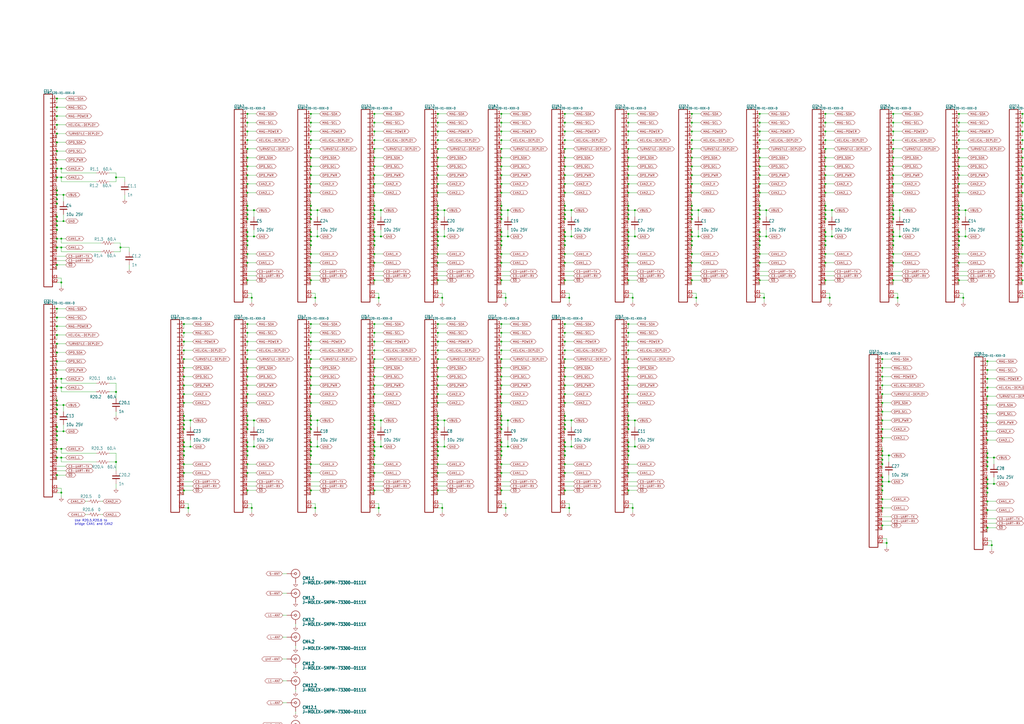
<source format=kicad_sch>
(kicad_sch (version 20250114) (generator "eeschema") (generator_version "9.0")
  (paper "A2")
  (text "Aux connectors" (at 173.99 485.14 0) (effects (font (size 1.27 1.27)) (justify left bottom)))
  (text "Debug Connector" (at 175.26 450.85 0) (effects (font (size 1.27 1.27)) (justify left bottom)))
  (text "Use R20.5,R20.6 to\nbridge CAN1 and CAN2" (at 43.18 304.8 0) (effects (font (size 1.27 1.27)) (justify left bottom)))
  (junction (at 327.66 152.4))
  (junction (at 290.83 111.76))
  (junction (at 666.75 96.52))
  (junction (at 33.02 143.51))
  (junction (at 146.05 172.72))
  (junction (at 440.69 162.56))
  (junction (at 364.49 142.24))
  (junction (at 194.31 491.49))
  (junction (at 514.35 314.96))
  (junction (at 478.79 137.16))
  (junction (at 572.77 219.71))
  (junction (at 180.34 243.84))
  (junction (at 143.51 71.12))
  (junction (at 217.17 264.16))
  (junction (at 35.56 163.83))
  (junction (at 217.17 106.68))
  (junction (at 194.31 532.13))
  (junction (at 217.17 66.04))
  (junction (at 35.56 102.87))
  (junction (at 290.83 223.52))
  (junction (at 254 81.28))
  (junction (at 670.56 137.16))
  (junction (at 593.09 124.46))
  (junction (at 368.3 243.84))
  (junction (at 405.13 121.92))
  (junction (at 327.66 193.04))
  (junction (at 572.77 240.03))
  (junction (at 143.51 256.54))
  (junction (at 180.34 193.04))
  (junction (at 143.51 91.44))
  (junction (at 706.12 96.52))
  (junction (at 478.79 76.2))
  (junction (at 518.16 152.4))
  (junction (at 290.83 139.7))
  (junction (at 593.09 121.92))
  (junction (at 706.12 76.2))
  (junction (at 180.34 162.56))
  (junction (at 364.49 147.32))
  (junction (at 217.17 91.44))
  (junction (at 666.75 106.68))
  (junction (at 629.92 111.76))
  (junction (at 290.83 228.6))
  (junction (at 254 248.92))
  (junction (at 364.49 137.16))
  (junction (at 67.31 102.87))
  (junction (at 444.5 137.16))
  (junction (at 33.02 62.23))
  (junction (at 560.07 121.92))
  (junction (at 331.47 259.08))
  (junction (at 706.12 101.6))
  (junction (at 401.32 96.52))
  (junction (at 147.32 121.92))
  (junction (at 143.51 228.6))
  (junction (at 257.81 137.16))
  (junction (at 629.92 106.68))
  (junction (at 556.26 121.92))
  (junction (at 290.83 259.08))
  (junction (at 666.75 81.28))
  (junction (at 220.98 243.84))
  (junction (at 196.85 547.37))
  (junction (at 33.02 240.03))
  (junction (at 290.83 66.04))
  (junction (at 364.49 71.12))
  (junction (at 217.17 142.24))
  (junction (at 254 203.2))
  (junction (at 217.17 96.52))
  (junction (at 180.34 66.04))
  (junction (at 364.49 228.6))
  (junction (at 143.51 127))
  (junction (at 629.92 86.36))
  (junction (at 401.32 81.28))
  (junction (at 520.7 172.72))
  (junction (at 478.79 142.24))
  (junction (at 254 66.04))
  (junction (at 511.81 294.64))
  (junction (at 180.34 86.36))
  (junction (at 254 193.04))
  (junction (at 629.92 137.16))
  (junction (at 33.02 125.73))
  (junction (at 481.33 172.72))
  (junction (at 143.51 198.12))
  (junction (at 670.56 121.92))
  (junction (at 180.34 213.36))
  (junction (at 633.73 137.16))
  (junction (at 706.12 142.24))
  (junction (at 364.49 193.04))
  (junction (at 106.68 259.08))
  (junction (at 556.26 81.28))
  (junction (at 556.26 101.6))
  (junction (at 401.32 127))
  (junction (at 556.26 134.62))
  (junction (at 143.51 193.04))
  (junction (at 180.34 223.52))
  (junction (at 217.17 193.04))
  (junction (at 180.34 218.44))
  (junction (at 440.69 106.68))
  (junction (at 440.69 71.12))
  (junction (at 331.47 243.84))
  (junction (at 364.49 111.76))
  (junction (at 217.17 152.4))
  (junction (at 254 101.6))
  (junction (at 33.02 82.55))
  (junction (at 629.92 152.4))
  (junction (at 254 243.84))
  (junction (at 440.69 76.2))
  (junction (at 33.02 110.49))
  (junction (at 364.49 243.84))
  (junction (at 666.75 91.44))
  (junction (at 217.17 259.08))
  (junction (at 106.68 261.62))
  (junction (at 440.69 134.62))
  (junction (at 556.26 86.36))
  (junction (at 327.66 66.04))
  (junction (at 331.47 121.92))
  (junction (at 629.92 76.2))
  (junction (at 327.66 228.6))
  (junction (at 327.66 233.68))
  (junction (at 364.49 264.16))
  (junction (at 290.83 233.68))
  (junction (at 290.83 248.92))
  (junction (at 572.77 255.27))
  (junction (at 440.69 119.38))
  (junction (at 143.51 208.28))
  (junction (at 254 223.52))
  (junction (at 254 121.92))
  (junction (at 482.6 121.92))
  (junction (at 572.77 270.51))
  (junction (at 327.66 81.28))
  (junction (at 364.49 119.38))
  (junction (at 478.79 81.28))
  (junction (at 33.02 265.43))
  (junction (at 170.18 527.05))
  (junction (at 706.12 152.4))
  (junction (at 180.34 259.08))
  (junction (at 511.81 276.86))
  (junction (at 180.34 119.38))
  (junction (at 33.02 252.73))
  (junction (at 33.02 77.47))
  (junction (at 180.34 137.16))
  (junction (at 401.32 134.62))
  (junction (at 254 137.16))
  (junction (at 106.68 248.92))
  (junction (at 254 264.16))
  (junction (at 367.03 172.72))
  (junction (at 33.02 204.47))
  (junction (at 143.51 233.68))
  (junction (at 515.62 264.16))
  (junction (at 290.83 261.62))
  (junction (at 217.17 71.12))
  (junction (at 364.49 127))
  (junction (at 33.02 260.35))
  (junction (at 560.07 137.16))
  (junction (at 254 71.12))
  (junction (at 593.09 71.12))
  (junction (at 143.51 111.76))
  (junction (at 593.09 137.16))
  (junction (at 364.49 248.92))
  (junction (at 629.92 81.28))
  (junction (at 593.09 101.6))
  (junction (at 327.66 264.16))
  (junction (at 364.49 124.46))
  (junction (at 147.32 259.08))
  (junction (at 254 256.54))
  (junction (at 170.18 532.13))
  (junction (at 575.31 316.23))
  (junction (at 478.79 121.92))
  (junction (at 518.16 101.6))
  (junction (at 217.17 223.52))
  (junction (at 35.56 143.51))
  (junction (at 290.83 246.38))
  (junction (at 511.81 243.84))
  (junction (at 440.69 121.92))
  (junction (at 180.34 241.3))
  (junction (at 444.5 121.92))
  (junction (at 35.56 260.35))
  (junction (at 106.68 284.48))
  (junction (at 706.12 127))
  (junction (at 290.83 124.46))
  (junction (at 147.32 137.16))
  (junction (at 518.16 137.16))
  (junction (at 106.68 208.28))
  (junction (at 217.17 284.48))
  (junction (at 327.66 137.16))
  (junction (at 184.15 243.84))
  (junction (at 106.68 218.44))
  (junction (at 401.32 121.92))
  (junction (at 572.77 250.19))
  (junction (at 440.69 91.44))
  (junction (at 217.17 134.62))
  (junction (at 478.79 124.46))
  (junction (at 146.05 294.64))
  (junction (at 217.17 101.6))
  (junction (at 217.17 147.32))
  (junction (at 184.15 259.08))
  (junction (at 106.68 193.04))
  (junction (at 290.83 119.38))
  (junction (at 478.79 86.36))
  (junction (at 217.17 256.54))
  (junction (at 364.49 121.92))
  (junction (at 593.09 134.62))
  (junction (at 290.83 127))
  (junction (at 327.66 248.92))
  (junction (at 257.81 259.08))
  (junction (at 364.49 139.7))
  (junction (at 593.09 152.4))
  (junction (at 254 119.38))
  (junction (at 143.51 147.32))
  (junction (at 220.98 259.08))
  (junction (at 194.31 496.57))
  (junction (at 401.32 76.2))
  (junction (at 666.75 71.12))
  (junction (at 106.68 243.84))
  (junction (at 518.16 142.24))
  (junction (at 706.12 134.62))
  (junction (at 106.68 228.6))
  (junction (at 364.49 187.96))
  (junction (at 254 284.48))
  (junction (at 440.69 127))
  (junction (at 33.02 184.15))
  (junction (at 254 218.44))
  (junction (at 576.58 280.67))
  (junction (at 290.83 134.62))
  (junction (at 401.32 162.56))
  (junction (at 632.46 172.72))
  (junction (at 290.83 284.48))
  (junction (at 33.02 214.63))
  (junction (at 666.75 127))
  (junction (at 217.17 76.2))
  (junction (at 217.17 139.7))
  (junction (at 170.18 491.49))
  (junction (at 217.17 203.2))
  (junction (at 180.34 81.28))
  (junction (at 572.77 283.21))
  (junction (at 706.12 91.44))
  (junction (at 521.97 121.92))
  (junction (at 478.79 147.32))
  (junction (at 511.81 304.8))
  (junction (at 556.26 142.24))
  (junction (at 593.09 91.44))
  (junction (at 290.83 241.3))
  (junction (at 294.64 121.92))
  (junction (at 180.34 208.28))
  (junction (at 143.51 213.36))
  (junction (at 629.92 124.46))
  (junction (at 401.32 152.4))
  (junction (at 327.66 127))
  (junction (at 593.09 119.38))
  (junction (at 147.32 243.84))
  (junction (at 36.83 113.03))
  (junction (at 401.32 71.12))
  (junction (at 170.18 501.65))
  (junction (at 666.75 137.16))
  (junction (at 440.69 137.16))
  (junction (at 518.16 124.46))
  (junction (at 706.12 162.56))
  (junction (at 666.75 134.62))
  (junction (at 629.92 139.7))
  (junction (at 217.17 124.46))
  (junction (at 254 261.62))
  (junction (at 217.17 198.12))
  (junction (at 364.49 86.36))
  (junction (at 706.12 106.68))
  (junction (at 180.34 91.44))
  (junction (at 572.77 209.55))
  (junction (at 629.92 71.12))
  (junction (at 666.75 111.76))
  (junction (at 33.02 113.03))
  (junction (at 182.88 294.64))
  (junction (at 143.51 269.24))
  (junction (at 364.49 203.2))
  (junction (at 110.49 259.08))
  (junction (at 67.31 267.97))
  (junction (at 194.31 537.21))
  (junction (at 294.64 137.16))
  (junction (at 706.12 119.38))
  (junction (at 706.12 111.76))
  (junction (at 709.93 137.16))
  (junction (at 440.69 142.24))
  (junction (at 367.03 294.64))
  (junction (at 67.31 227.33))
  (junction (at 629.92 66.04))
  (junction (at 401.32 91.44))
  (junction (at 217.17 111.76))
  (junction (at 706.12 124.46))
  (junction (at 217.17 228.6))
  (junction (at 666.75 121.92))
  (junction (at 403.86 172.72))
  (junction (at 143.51 241.3))
  (junction (at 556.26 96.52))
  (junction (at 33.02 237.49))
  (junction (at 593.09 106.68))
  (junction (at 143.51 96.52))
  (junction (at 110.49 243.84))
  (junction (at 180.34 269.24))
  (junction (at 180.34 261.62))
  (junction (at 709.93 121.92))
  (junction (at 706.12 139.7))
  (junction (at 217.17 137.16))
  (junction (at 518.16 134.62))
  (junction (at 511.81 208.28))
  (junction (at 290.83 162.56))
  (junction (at 109.22 294.64))
  (junction (at 33.02 234.95))
  (junction (at 478.79 91.44))
  (junction (at 143.51 142.24))
  (junction (at 180.34 246.38))
  (junction (at 401.32 124.46))
  (junction (at 401.32 86.36))
  (junction (at 440.69 152.4))
  (junction (at 327.66 198.12))
  (junction (at 254 106.68))
  (junction (at 478.79 71.12))
  (junction (at 217.17 119.38))
  (junction (at 254 213.36))
  (junction (at 327.66 111.76))
  (junction (at 708.66 172.72))
  (junction (at 217.17 208.28))
  (junction (at 706.12 66.04))
  (junction (at 405.13 137.16))
  (junction (at 440.69 86.36))
  (junction (at 254 198.12))
  (junction (at 290.83 208.28))
  (junction (at 666.75 142.24))
  (junction (at 35.56 285.75))
  (junction (at 440.69 96.52))
  (junction (at 170.18 537.21))
  (junction (at 290.83 81.28))
  (junction (at 364.49 233.68))
  (junction (at 572.77 290.83))
  (junction (at 629.92 121.92))
  (junction (at 33.02 128.27))
  (junction (at 440.69 111.76))
  (junction (at 217.17 246.38))
  (junction (at 217.17 243.84))
  (junction (at 364.49 218.44))
  (junction (at 194.31 506.73))
  (junction (at 194.31 521.97))
  (junction (at 327.66 124.46))
  (junction (at 327.66 243.84))
  (junction (at 106.68 213.36))
  (junction (at 294.64 243.84))
  (junction (at 290.83 147.32))
  (junction (at 143.51 274.32))
  (junction (at 327.66 256.54))
  (junction (at 180.34 111.76))
  (junction (at 629.92 101.6))
  (junction (at 176.53 463.55))
  (junction (at 170.18 516.89))
  (junction (at 217.17 187.96))
  (junction (at 170.18 511.81))
  (junction (at 254 259.08))
  (junction (at 401.32 147.32))
  (junction (at 180.34 198.12))
  (junction (at 518.16 147.32))
  (junction (at 629.92 91.44))
  (junction (at 254 91.44))
  (junction (at 33.02 224.79))
  (junction (at 556.26 119.38))
  (junction (at 368.3 137.16))
  (junction (at 290.83 193.04))
  (junction (at 106.68 187.96))
  (junction (at 364.49 274.32))
  (junction (at 666.75 66.04))
  (junction (at 572.77 285.75))
  (junction (at 36.83 128.27))
  (junction (at 518.16 119.38))
  (junction (at 184.15 121.92))
  (junction (at 401.32 142.24))
  (junction (at 556.26 127))
  (junction (at 593.09 162.56))
  (junction (at 629.92 119.38))
  (junction (at 330.2 172.72))
  (junction (at 478.79 162.56))
  (junction (at 327.66 71.12))
  (junction (at 572.77 306.07))
  (junction (at 572.77 280.67))
  (junction (at 478.79 119.38))
  (junction (at 364.49 223.52))
  (junction (at 518.16 81.28))
  (junction (at 327.66 187.96))
  (junction (at 556.26 91.44))
  (junction (at 440.69 81.28))
  (junction (at 518.16 127))
  (junction (at 478.79 139.7))
  (junction (at 180.34 71.12))
  (junction (at 511.81 233.68))
  (junction (at 33.02 138.43))
  (junction (at 511.81 261.62))
  (junction (at 143.51 259.08))
  (junction (at 593.09 76.2))
  (junction (at 327.66 139.7))
  (junction (at 293.37 294.64))
  (junction (at 33.02 219.71))
  (junction (at 180.34 134.62))
  (junction (at 106.68 241.3))
  (junction (at 327.66 86.36))
  (junction (at 401.32 106.68))
  (junction (at 143.51 81.28))
  (junction (at 518.16 106.68))
  (junction (at 143.51 218.44))
  (junction (at 290.83 96.52))
  (junction (at 143.51 264.16))
  (junction (at 290.83 269.24))
  (junction (at 572.77 234.95))
  (junction (at 106.68 203.2))
  (junction (at 33.02 194.31))
  (junction (at 33.02 67.31))
  (junction (at 556.26 152.4))
  (junction (at 368.3 121.92))
  (junction (at 143.51 121.92))
  (junction (at 327.66 76.2))
  (junction (at 327.66 223.52))
  (junction (at 143.51 152.4))
  (junction (at 440.69 124.46))
  (junction (at 572.77 245.11))
  (junction (at 364.49 91.44))
  (junction (at 180.34 203.2))
  (junction (at 254 134.62))
  (junction (at 143.51 139.7))
  (junction (at 257.81 121.92))
  (junction (at 254 111.76))
  (junction (at 180.34 256.54))
  (junction (at 33.02 179.07))
  (junction (at 143.51 248.92))
  (junction (at 706.12 121.92))
  (junction (at 327.66 142.24))
  (junction (at 35.56 265.43))
  (junction (at 143.51 243.84))
  (junction (at 666.75 76.2))
  (junction (at 143.51 106.68))
  (junction (at 331.47 137.16))
  (junction (at 364.49 259.08))
  (junction (at 511.81 213.36))
  (junction (at 217.17 218.44))
  (junction (at 33.02 130.81))
  (junction (at 595.63 172.72))
  (junction (at 290.83 86.36))
  (junction (at 593.09 111.76))
  (junction (at 401.32 119.38))
  (junction (at 143.51 223.52))
  (junction (at 106.68 256.54))
  (junction (at 254 228.6))
  (junction (at 364.49 213.36))
  (junction (at 257.81 243.84))
  (junction (at 254 233.68))
  (junction (at 217.17 162.56))
  (junction (at 172.72 547.37))
  (junction (at 518.16 121.92))
  (junction (at 511.81 218.44))
  (junction (at 217.17 81.28))
  (junction (at 556.26 137.16))
  (junction (at 290.83 213.36))
  (junction (at 217.17 241.3))
  (junction (at 572.77 278.13))
  (junction (at 364.49 101.6))
  (junction (at 254 127))
  (junction (at 593.09 147.32))
  (junction (at 106.68 264.16))
  (junction (at 290.83 243.84))
  (junction (at 572.77 265.43))
  (junction (at 511.81 228.6))
  (junction (at 364.49 96.52))
  (junction (at 666.75 124.46))
  (junction (at 511.81 266.7))
  (junction (at 180.34 264.16))
  (junction (at 669.29 172.72))
  (junction (at 572.77 224.79))
  (junction (at 401.32 66.04))
  (junction (at 220.98 137.16))
  (junction (at 256.54 294.64))
  (junction (at 180.34 76.2))
  (junction (at 364.49 134.62))
  (junction (at 180.34 228.6))
  (junction (at 327.66 241.3))
  (junction (at 170.18 496.57))
  (junction (at 180.34 139.7))
  (junction (at 511.81 238.76))
  (junction (at 33.02 255.27))
  (junction (at 180.34 101.6))
  (junction (at 482.6 137.16))
  (junction (at 327.66 259.08))
  (junction (at 364.49 256.54))
  (junction (at 518.16 86.36))
  (junction (at 364.49 261.62))
  (junction (at 666.75 86.36))
  (junction (at 440.69 139.7))
  (junction (at 364.49 269.24))
  (junction (at 511.81 284.48))
  (junction (at 593.09 139.7))
  (junction (at 35.56 224.79))
  (junction (at 327.66 213.36))
  (junction (at 33.02 118.11))
  (junction (at 254 241.3))
  (junction (at 556.26 66.04))
  (junction (at 401.32 139.7))
  (junction (at 217.17 261.62))
  (junction (at 290.83 142.24))
  (junction (at 35.56 219.71))
  (junction (at 593.09 96.52))
  (junction (at 180.34 142.24))
  (junction (at 518.16 76.2))
  (junction (at 558.8 172.72))
  (junction (at 327.66 101.6))
  (junction (at 327.66 134.62))
  (junction (at 327.66 96.52))
  (junction (at 629.92 127))
  (junction (at 194.31 501.65))
  (junction (at 593.09 127))
  (junction (at 69.85 143.51))
  (junction (at 364.49 81.28))
  (junction (at 143.51 203.2))
  (junction (at 666.75 101.6))
  (junction (at 593.09 142.24))
  (junction (at 33.02 92.71))
  (junction (at 401.32 111.76))
  (junction (at 33.02 57.15))
  (junction (at 327.66 208.28))
  (junction (at 290.83 218.44))
  (junction (at 33.02 275.59))
  (junction (at 633.73 121.92))
  (junction (at 180.34 106.68))
  (junction (at 556.26 162.56))
  (junction (at 290.83 264.16))
  (junction (at 518.16 96.52))
  (junction (at 478.79 127))
  (junction (at 217.17 233.68))
  (junction (at 572.77 267.97))
  (junction (at 596.9 121.92))
  (junction (at 364.49 152.4))
  (junction (at 180.34 284.48))
  (junction (at 518.16 111.76))
  (junction (at 33.02 153.67))
  (junction (at 556.26 139.7))
  (junction (at 106.68 223.52))
  (junction (at 629.92 134.62))
  (junction (at 364.49 162.56))
  (junction (at 364.49 241.3))
  (junction (at 511.81 289.56))
  (junction (at 219.71 172.72))
  (junction (at 327.66 147.32))
  (junction (at 572.77 229.87))
  (junction (at 33.02 97.79))
  (junction (at 256.54 172.72))
  (junction (at 593.09 81.28))
  (junction (at 290.83 91.44))
  (junction (at 556.26 76.2))
  (junction (at 217.17 269.24))
  (junction (at 518.16 162.56))
  (junction (at 143.51 162.56))
  (junction (at 330.2 294.64))
  (junction (at 576.58 265.43))
  (junction (at 556.26 106.68))
  (junction (at 33.02 133.35))
  (junction (at 518.16 66.04))
  (junction (at 33.02 72.39))
  (junction (at 217.17 274.32))
  (junction (at 556.26 111.76))
  (junction (at 180.34 152.4))
  (junction (at 143.51 246.38))
  (junction (at 219.71 294.64))
  (junction (at 521.97 137.16))
  (junction (at 254 187.96))
  (junction (at 572.77 262.89))
  (junction (at 143.51 86.36))
  (junction (at 290.83 76.2))
  (junction (at 290.83 137.16))
  (junction (at 593.09 66.04))
  (junction (at 143.51 187.96))
  (junction (at 254 142.24))
  (junction (at 254 139.7))
  (junction (at 254 152.4))
  (junction (at 327.66 91.44))
  (junction (at 518.16 139.7))
  (junction (at 556.26 71.12))
  (junction (at 143.51 66.04))
  (junction (at 290.83 106.68))
  (junction (at 180.34 121.92))
  (junction (at 143.51 101.6))
  (junction (at 217.17 213.36))
  (junction (at 106.68 269.24))
  (junction (at 478.79 66.04))
  (junction (at 478.79 106.68))
  (junction (at 217.17 127))
  (junction (at 36.83 234.95))
  (junction (at 254 208.28))
  (junction (at 180.34 233.68))
  (junction (at 143.51 76.2))
  (junction (at 666.75 147.32))
  (junction (at 106.68 246.38))
  (junction (at 254 86.36))
  (junction (at 511.81 264.16))
  (junction (at 327.66 274.32))
  (junction (at 364.49 246.38))
  (junction (at 217.17 121.92))
  (junction (at 629.92 162.56))
  (junction (at 33.02 115.57))
  (junction (at 254 269.24))
  (junction (at 364.49 198.12))
  (junction (at 106.68 233.68))
  (junction (at 327.66 269.24))
  (junction (at 629.92 96.52))
  (junction (at 629.92 147.32))
  (junction (at 706.12 81.28))
  (junction (at 706.12 137.16))
  (junction (at 254 246.38))
  (junction (at 290.83 152.4))
  (junction (at 572.77 214.63))
  (junction (at 290.83 274.32))
  (junction (at 327.66 261.62))
  (junction (at 254 162.56))
  (junction (at 440.69 66.04))
  (junction (at 666.75 119.38))
  (junction (at 290.83 187.96))
  (junction (at 106.68 274.32))
  (junction (at 194.31 527.05))
  (junction (at 35.56 97.79))
  (junction (at 33.02 209.55))
  (junction (at 33.02 87.63))
  (junction (at 327.66 218.44))
  (junction (at 143.51 137.16))
  (junction (at 478.79 134.62))
  (junction (at 364.49 106.68))
  (junction (at 189.23 466.09))
  (junction (at 596.9 137.16))
  (junction (at 327.66 203.2))
  (junction (at 515.62 279.4))
  (junction (at 518.16 91.44))
  (junction (at 364.49 284.48))
  (junction (at 170.18 521.97))
  (junction (at 293.37 172.72))
  (junction (at 33.02 102.87))
  (junction (at 180.34 187.96))
  (junction (at 36.83 250.19))
  (junction (at 364.49 208.28))
  (junction (at 143.51 261.62))
  (junction (at 143.51 134.62))
  (junction (at 666.75 162.56))
  (junction (at 440.69 101.6))
  (junction (at 327.66 121.92))
  (junction (at 443.23 172.72))
  (junction (at 180.34 248.92))
  (junction (at 440.69 147.32))
  (junction (at 254 96.52))
  (junction (at 478.79 111.76))
  (junction (at 180.34 96.52))
  (junction (at 254 274.32))
  (junction (at 511.81 254))
  (junction (at 180.34 127))
  (junction (at 290.83 256.54))
  (junction (at 143.51 284.48))
  (junction (at 194.31 511.81))
  (junction (at 33.02 232.41))
  (junction (at 706.12 147.32))
  (junction (at 364.49 76.2))
  (junction (at 518.16 71.12))
  (junction (at 217.17 86.36))
  (junction (at 556.26 147.32))
  (junction (at 170.18 506.73))
  (junction (at 327.66 119.38))
  (junction (at 254 147.32))
  (junction (at 327.66 246.38))
  (junction (at 706.12 71.12))
  (junction (at 666.75 152.4))
  (junction (at 511.81 223.52))
  (junction (at 143.51 124.46))
  (junction (at 556.26 124.46))
  (junction (at 511.81 248.92))
  (junction (at 290.83 121.92))
  (junction (at 184.15 137.16))
  (junction (at 364.49 66.04))
  (junction (at 401.32 101.6))
  (junction (at 593.09 86.36))
  (junction (at 180.34 147.32))
  (junction (at 327.66 106.68))
  (junction (at 217.17 248.92))
  (junction (at 327.66 284.48))
  (junction (at 106.68 198.12))
  (junction (at 511.81 281.94))
  (junction (at 666.75 139.7))
  (junction (at 290.83 198.12))
  (junction (at 35.56 138.43))
  (junction (at 33.02 250.19))
  (junction (at 182.88 172.72))
  (junction (at 572.77 295.91))
  (junction (at 511.81 279.4))
  (junction (at 290.83 203.2))
  (junction (at 478.79 101.6))
  (junction (at 478.79 152.4))
  (junction (at 368.3 259.08))
  (junction (at 401.32 137.16))
  (junction (at 180.34 124.46))
  (junction (at 629.92 142.24))
  (junction (at 511.81 269.24))
  (junction (at 220.98 121.92))
  (junction (at 327.66 162.56))
  (junction (at 33.02 247.65))
  (junction (at 254 76.2))
  (junction (at 143.51 119.38))
  (junction (at 33.02 199.39))
  (junction (at 33.02 189.23))
  (junction (at 254 124.46))
  (junction (at 194.31 516.89))
  (junction (at 706.12 86.36))
  (junction (at 290.83 101.6))
  (junction (at 294.64 259.08))
  (junction (at 478.79 96.52))
  (junction (at 290.83 71.12))
  (junction (at 180.34 274.32))
  (wire (pts (xy 406.4 86.36) (xy 401.32 86.36)))
  (wire (pts (xy 327.66 233.68) (xy 327.66 236.22)))
  (wire (pts (xy 368.3 255.27) (xy 368.3 259.08)))
  (wire (pts (xy 481.33 172.72) (xy 481.33 175.26)))
  (wire (pts (xy 515.62 264.16) (xy 515.62 267.97)))
  (wire (pts (xy 635 152.4) (xy 629.92 152.4)))
  (wire (pts (xy 440.69 162.56) (xy 440.69 165.1)))
  (wire (pts (xy 629.92 101.6) (xy 629.92 104.14)))
  (wire (pts (xy 406.4 152.4) (xy 401.32 152.4)))
  (wire (pts (xy 401.32 172.72) (xy 403.86 172.72)))
  (wire (pts (xy 327.66 193.04) (xy 332.74 193.04)))
  (wire (pts (xy 293.37 294.64) (xy 293.37 297.18)))
  (wire (pts (xy 593.09 152.4) (xy 593.09 154.94)))
  (wire (pts (xy 180.34 106.68) (xy 185.42 106.68)))
  (wire (pts (xy 706.12 119.38) (xy 706.12 121.92)))
  (wire (pts (xy 670.56 133.35) (xy 670.56 137.16)))
  (wire (pts (xy 38.1 204.47) (xy 33.02 204.47)))
  (wire (pts (xy 220.98 121.92) (xy 217.17 121.92)))
  (wire (pts (xy 593.09 81.28) (xy 593.09 83.82)))
  (wire (pts (xy 327.66 160.02) (xy 332.74 160.02)))
  (wire (pts (xy 180.34 71.12) (xy 180.34 73.66)))
  (wire (pts (xy 572.77 234.95) (xy 572.77 237.49)))
  (wire (pts (xy 33.02 194.31) (xy 33.02 196.85)))
  (wire (pts (xy 180.34 96.52) (xy 180.34 99.06)))
  (wire (pts (xy 401.32 124.46) (xy 401.32 127)))
  (wire (pts (xy 483.87 157.48) (xy 478.79 157.48)))
  (wire (pts (xy 518.16 152.4) (xy 518.16 154.94)))
  (wire (pts (xy 327.66 66.04) (xy 332.74 66.04)))
  (wire (pts (xy 143.51 71.12) (xy 143.51 73.66)))
  (wire (pts (xy 478.79 116.84) (xy 478.79 119.38)))
  (wire (pts (xy 515.62 279.4) (xy 511.81 279.4)))
  (wire (pts (xy 35.56 260.35) (xy 33.02 260.35)))
  (wire (pts (xy 185.42 137.16) (xy 184.15 137.16)))
  (wire (pts (xy 521.97 121.92) (xy 521.97 125.73)))
  (wire (pts (xy 254 142.24) (xy 254 144.78)))
  (wire (pts (xy 220.98 121.92) (xy 220.98 125.73)))
  (wire (pts (xy 364.49 76.2) (xy 369.57 76.2)))
  (wire (pts (xy 222.25 162.56) (xy 217.17 162.56)))
  (wire (pts (xy 180.34 198.12) (xy 185.42 198.12)))
  (wire (pts (xy 256.54 172.72) (xy 256.54 175.26)))
  (wire (pts (xy 576.58 265.43) (xy 576.58 269.24)))
  (wire (pts (xy 556.26 124.46) (xy 556.26 127)))
  (wire (pts (xy 327.66 274.32) (xy 327.66 276.86)))
  (wire (pts (xy 180.34 137.16) (xy 180.34 139.7)))
  (wire (pts (xy 217.17 119.38) (xy 217.17 121.92)))
  (wire (pts (xy 33.02 219.71) (xy 35.56 219.71)))
  (wire (pts (xy 332.74 223.52) (xy 327.66 223.52)))
  (wire (pts (xy 556.26 101.6) (xy 556.26 104.14)))
  (wire (pts (xy 711.2 137.16) (xy 709.93 137.16)))
  (wire (pts (xy 290.83 160.02) (xy 295.91 160.02)))
  (wire (pts (xy 518.16 160.02) (xy 523.24 160.02)))
  (wire (pts (xy 143.51 254) (xy 143.51 256.54)))
  (wire (pts (xy 629.92 152.4) (xy 629.92 154.94)))
  (wire (pts (xy 478.79 81.28) (xy 483.87 81.28)))
  (wire (pts (xy 217.17 81.28) (xy 217.17 83.82)))
  (wire (pts (xy 219.71 172.72) (xy 219.71 175.26)))
  (wire (pts (xy 523.24 157.48) (xy 518.16 157.48)))
  (wire (pts (xy 184.15 133.35) (xy 184.15 137.16)))
  (wire (pts (xy 401.32 152.4) (xy 401.32 154.94)))
  (wire (pts (xy 518.16 162.56) (xy 518.16 165.1)))
  (wire (pts (xy 406.4 96.52) (xy 401.32 96.52)))
  (wire (pts (xy 629.92 81.28) (xy 629.92 83.82)))
  (wire (pts (xy 440.69 147.32) (xy 440.69 149.86)))
  (wire (pts (xy 143.51 248.92) (xy 143.51 251.46)))
  (wire (pts (xy 483.87 121.92) (xy 482.6 121.92)))
  (wire (pts (xy 180.34 116.84) (xy 180.34 119.38)))
  (wire (pts (xy 290.83 187.96) (xy 290.83 190.5)))
  (wire (pts (xy 593.09 127) (xy 593.09 129.54)))
  (wire (pts (xy 444.5 121.92) (xy 440.69 121.92)))
  (wire (pts (xy 327.66 66.04) (xy 327.66 68.58)))
  (wire (pts (xy 593.09 66.04) (xy 593.09 68.58)))
  (wire (pts (xy 666.75 172.72) (xy 669.29 172.72)))
  (wire (pts (xy 440.69 111.76) (xy 440.69 114.3)))
  (wire (pts (xy 36.83 250.19) (xy 33.02 250.19)))
  (wire (pts (xy 511.81 218.44) (xy 516.89 218.44)))
  (wire (pts (xy 33.02 125.73) (xy 33.02 128.27)))
  (wire (pts (xy 561.34 147.32) (xy 556.26 147.32)))
  (wire (pts (xy 629.92 142.24) (xy 629.92 144.78)))
  (wire (pts (xy 556.26 127) (xy 556.26 129.54)))
  (wire (pts (xy 180.34 233.68) (xy 180.34 236.22)))
  (wire (pts (xy 294.64 243.84) (xy 294.64 247.65)))
  (wire (pts (xy 331.47 255.27) (xy 331.47 259.08)))
  (wire (pts (xy 515.62 264.16) (xy 511.81 264.16)))
  (wire (pts (xy 180.34 269.24) (xy 180.34 271.78)))
  (wire (pts (xy 257.81 137.16) (xy 254 137.16)))
  (wire (pts (xy 711.2 96.52) (xy 706.12 96.52)))
  (wire (pts (xy 106.68 243.84) (xy 106.68 246.38)))
  (wire (pts (xy 364.49 152.4) (xy 364.49 154.94)))
  (wire (pts (xy 254 274.32) (xy 254 276.86)))
  (wire (pts (xy 401.32 106.68) (xy 401.32 109.22)))
  (wire (pts (xy 194.31 527.05) (xy 194.31 529.59)))
  (wire (pts (xy 256.54 170.18) (xy 256.54 172.72)))
  (wire (pts (xy 401.32 81.28) (xy 406.4 81.28)))
  (wire (pts (xy 635 101.6) (xy 629.92 101.6)))
  (wire (pts (xy 521.97 137.16) (xy 518.16 137.16)))
  (wire (pts (xy 194.31 501.65) (xy 198.12 501.65)))
  (wire (pts (xy 33.02 115.57) (xy 33.02 118.11)))
  (wire (pts (xy 515.62 275.59) (xy 515.62 279.4)))
  (wire (pts (xy 711.2 91.44) (xy 706.12 91.44)))
  (wire (pts (xy 593.09 116.84) (xy 593.09 119.38)))
  (wire (pts (xy 440.69 106.68) (xy 440.69 109.22)))
  (wire (pts (xy 180.34 223.52) (xy 180.34 226.06)))
  (wire (pts (xy 364.49 254) (xy 364.49 256.54)))
  (wire (pts (xy 482.6 133.35) (xy 482.6 137.16)))
  (wire (pts (xy 518.16 127) (xy 518.16 129.54)))
  (wire (pts (xy 184.15 255.27) (xy 184.15 259.08)))
  (wire (pts (xy 332.74 137.16) (xy 331.47 137.16)))
  (wire (pts (xy 180.34 198.12) (xy 180.34 200.66)))
  (wire (pts (xy 143.51 91.44) (xy 143.51 93.98)))
  (wire (pts (xy 217.17 137.16) (xy 217.17 139.7)))
  (wire (pts (xy 406.4 147.32) (xy 401.32 147.32)))
  (wire (pts (xy 143.51 137.16) (xy 143.51 139.7)))
  (wire (pts (xy 406.4 101.6) (xy 401.32 101.6)))
  (wire (pts (xy 327.66 246.38) (xy 327.66 248.92)))
  (wire (pts (xy 593.09 106.68) (xy 598.17 106.68)))
  (wire (pts (xy 572.77 219.71) (xy 572.77 222.25)))
  (wire (pts (xy 295.91 162.56) (xy 290.83 162.56)))
  (wire (pts (xy 523.24 86.36) (xy 518.16 86.36)))
  (wire (pts (xy 593.09 71.12) (xy 593.09 73.66)))
  (wire (pts (xy 633.73 133.35) (xy 633.73 137.16)))
  (wire (pts (xy 635 111.76) (xy 629.92 111.76)))
  (wire (pts (xy 671.83 162.56) (xy 666.75 162.56)))
  (wire (pts (xy 511.81 223.52) (xy 511.81 226.06)))
  (wire (pts (xy 629.92 160.02) (xy 635 160.02)))
  (wire (pts (xy 511.81 314.96) (xy 514.35 314.96)))
  (wire (pts (xy 259.08 157.48) (xy 254 157.48)))
  (wire (pts (xy 629.92 147.32) (xy 629.92 149.86)))
  (wire (pts (xy 368.3 133.35) (xy 368.3 137.16)))
  (wire (pts (xy 445.77 157.48) (xy 440.69 157.48)))
  (wire (pts (xy 666.75 162.56) (xy 666.75 165.1)))
  (wire (pts (xy 368.3 243.84) (xy 368.3 247.65)))
  (wire (pts (xy 254 162.56) (xy 254 165.1)))
  (wire (pts (xy 290.83 71.12) (xy 290.83 73.66)))
  (wire (pts (xy 111.76 223.52) (xy 106.68 223.52)))
  (wire (pts (xy 146.05 294.64) (xy 146.05 297.18)))
  (wire (pts (xy 518.16 106.68) (xy 523.24 106.68)))
  (wire (pts (xy 635 157.48) (xy 629.92 157.48)))
  (wire (pts (xy 147.32 243.84) (xy 143.51 243.84)))
  (wire (pts (xy 196.85 544.83) (xy 194.31 544.83)))
  (wire (pts (xy 572.77 224.79) (xy 577.85 224.79)))
  (wire (pts (xy 143.51 160.02) (xy 148.59 160.02)))
  (wire (pts (xy 518.16 91.44) (xy 518.16 93.98)))
  (wire (pts (xy 33.02 255.27) (xy 33.02 257.81)))
  (wire (pts (xy 33.02 138.43) (xy 33.02 140.97)))
  (wire (pts (xy 254 139.7) (xy 254 142.24)))
  (wire (pts (xy 523.24 137.16) (xy 521.97 137.16)))
  (wire (pts (xy 143.51 127) (xy 143.51 129.54)))
  (wire (pts (xy 35.56 222.25) (xy 55.88 222.25)))
  (wire (pts (xy 33.02 219.71) (xy 33.02 222.25)))
  (wire (pts (xy 482.6 121.92) (xy 482.6 125.73)))
  (wire (pts (xy 217.17 81.28) (xy 222.25 81.28)))
  (wire (pts (xy 35.56 224.79) (xy 35.56 227.33)))
  (wire (pts (xy 708.66 170.18) (xy 708.66 172.72)))
  (wire (pts (xy 518.16 170.18) (xy 520.7 170.18)))
  (wire (pts (xy 180.34 76.2) (xy 180.34 78.74)))
  (wire (pts (xy 254 132.08) (xy 254 134.62)))
  (wire (pts (xy 572.77 260.35) (xy 572.77 262.89)))
  (wire (pts (xy 143.51 208.28) (xy 143.51 210.82)))
  (wire (pts (xy 369.57 233.68) (xy 364.49 233.68)))
  (wire (pts (xy 143.51 203.2) (xy 148.59 203.2)))
  (wire (pts (xy 180.34 261.62) (xy 180.34 264.16)))
  (wire (pts (xy 33.02 82.55) (xy 33.02 85.09)))
  (wire (pts (xy 706.12 132.08) (xy 706.12 134.62)))
  (wire (pts (xy 259.08 279.4) (xy 254 279.4)))
  (wire (pts (xy 180.34 246.38) (xy 180.34 248.92)))
  (wire (pts (xy 367.03 172.72) (xy 367.03 175.26)))
  (wire (pts (xy 217.17 132.08) (xy 217.17 134.62)))
  (wire (pts (xy 72.39 113.03) (xy 72.39 115.57)))
  (wire (pts (xy 217.17 294.64) (xy 219.71 294.64)))
  (wire (pts (xy 38.1 148.59) (xy 33.02 148.59)))
  (wire (pts (xy 596.9 137.16) (xy 593.09 137.16)))
  (wire (pts (xy 444.5 133.35) (xy 444.5 137.16)))
  (wire (pts (xy 706.12 147.32) (xy 706.12 149.86)))
  (wire (pts (xy 106.68 198.12) (xy 106.68 200.66)))
  (wire (pts (xy 143.51 294.64) (xy 146.05 294.64)))
  (wire (pts (xy 556.26 81.28) (xy 561.34 81.28)))
  (wire (pts (xy 327.66 139.7) (xy 327.66 142.24)))
  (wire (pts (xy 332.74 274.32) (xy 327.66 274.32)))
  (wire (pts (xy 166.37 332.74) (xy 163.83 332.74)))
  (wire (pts (xy 222.25 101.6) (xy 217.17 101.6)))
  (wire (pts (xy 33.02 87.63) (xy 33.02 90.17)))
  (wire (pts (xy 511.81 302.26) (xy 516.89 302.26)))
  (wire (pts (xy 33.02 179.07) (xy 33.02 181.61)))
  (wire (pts (xy 478.79 81.28) (xy 478.79 83.82)))
  (wire (pts (xy 516.89 289.56) (xy 511.81 289.56)))
  (wire (pts (xy 295.91 111.76) (xy 290.83 111.76)))
  (wire (pts (xy 217.17 124.46) (xy 217.17 127)))
  (wire (pts (xy 514.35 312.42) (xy 514.35 314.96)))
  (wire (pts (xy 629.92 76.2) (xy 629.92 78.74)))
  (wire (pts (xy 33.02 97.79) (xy 35.56 97.79)))
  (wire (pts (xy 194.31 537.21) (xy 194.31 539.75)))
  (wire (pts (xy 518.16 124.46) (xy 518.16 127)))
  (wire (pts (xy 33.02 250.19) (xy 33.02 252.73)))
  (wire (pts (xy 254 172.72) (xy 256.54 172.72)))
  (wire (pts (xy 217.17 261.62) (xy 217.17 264.16)))
  (wire (pts (xy 259.08 269.24) (xy 254 269.24)))
  (wire (pts (xy 143.51 218.44) (xy 143.51 220.98)))
  (wire (pts (xy 148.59 147.32) (xy 143.51 147.32)))
  (wire (pts (xy 146.05 170.18) (xy 146.05 172.72)))
  (wire (pts (xy 143.51 198.12) (xy 148.59 198.12)))
  (wire (pts (xy 259.08 121.92) (xy 257.81 121.92)))
  (wire (pts (xy 222.25 96.52) (xy 217.17 96.52)))
  (wire (pts (xy 577.85 229.87) (xy 572.77 229.87)))
  (wire (pts (xy 67.31 222.25) (xy 67.31 227.33)))
  (wire (pts (xy 143.51 203.2) (xy 143.51 205.74)))
  (wire (pts (xy 556.26 96.52) (xy 556.26 99.06)))
  (wire (pts (xy 63.5 227.33) (xy 67.31 227.33)))
  (wire (pts (xy 180.34 111.76) (xy 180.34 114.3)))
  (wire (pts (xy 220.98 243.84) (xy 217.17 243.84)))
  (wire (pts (xy 217.17 193.04) (xy 217.17 195.58)))
  (wire (pts (xy 148.59 243.84) (xy 147.32 243.84)))
  (wire (pts (xy 364.49 127) (xy 364.49 129.54)))
  (wire (pts (xy 295.91 284.48) (xy 290.83 284.48)))
  (wire (pts (xy 33.02 77.47) (xy 33.02 80.01)))
  (wire (pts (xy 180.34 254) (xy 180.34 256.54)))
  (wire (pts (xy 478.79 172.72) (xy 481.33 172.72)))
  (wire (pts (xy 556.26 66.04) (xy 556.26 68.58)))
  (wire (pts (xy 445.77 162.56) (xy 440.69 162.56)))
  (wire (pts (xy 440.69 106.68) (xy 445.77 106.68)))
  (wire (pts (xy 217.17 71.12) (xy 222.25 71.12)))
  (wire (pts (xy 217.17 91.44) (xy 217.17 93.98)))
  (wire (pts (xy 170.18 501.65) (xy 170.18 504.19)))
  (wire (pts (xy 330.2 294.64) (xy 330.2 297.18)))
  (wire (pts (xy 560.07 121.92) (xy 556.26 121.92)))
  (wire (pts (xy 35.56 265.43) (xy 33.02 265.43)))
  (wire (pts (xy 511.81 243.84) (xy 511.81 246.38)))
  (wire (pts (xy 706.12 162.56) (xy 706.12 165.1)))
  (wire (pts (xy 629.92 134.62) (xy 629.92 137.16)))
  (wire (pts (xy 364.49 261.62) (xy 364.49 264.16)))
  (wire (pts (xy 290.83 96.52) (xy 290.83 99.06)))
  (wire (pts (xy 148.59 121.92) (xy 147.32 121.92)))
  (wire (pts (xy 106.68 193.04) (xy 111.76 193.04)))
  (wire (pts (xy 254 213.36) (xy 254 215.9)))
  (wire (pts (xy 671.83 152.4) (xy 666.75 152.4)))
  (wire (pts (xy 106.68 269.24) (xy 106.68 271.78)))
  (wire (pts (xy 106.68 294.64) (xy 109.22 294.64)))
  (wire (pts (xy 35.56 285.75) (xy 35.56 288.29)))
  (wire (pts (xy 180.34 218.44) (xy 180.34 220.98)))
  (wire (pts (xy 332.74 101.6) (xy 327.66 101.6)))
  (wire (pts (xy 217.17 246.38) (xy 217.17 248.92)))
  (wire (pts (xy 440.69 127) (xy 440.69 129.54)))
  (wire (pts (xy 444.5 121.92) (xy 444.5 125.73)))
  (wire (pts (xy 194.31 501.65) (xy 194.31 504.19)))
  (wire (pts (xy 184.15 137.16) (xy 180.34 137.16)))
  (wire (pts (xy 670.56 137.16) (xy 666.75 137.16)))
  (wire (pts (xy 290.83 254) (xy 290.83 256.54)))
  (wire (pts (xy 38.1 199.39) (xy 33.02 199.39)))
  (wire (pts (xy 33.02 113.03) (xy 33.02 115.57)))
  (wire (pts (xy 49.53 298.45) (xy 50.8 298.45)))
  (wire (pts (xy 516.89 238.76) (xy 511.81 238.76)))
  (wire (pts (xy 666.75 106.68) (xy 671.83 106.68)))
  (wire (pts (xy 327.66 208.28) (xy 327.66 210.82)))
  (wire (pts (xy 401.32 86.36) (xy 401.32 88.9)))
  (wire (pts (xy 106.68 274.32) (xy 106.68 276.86)))
  (wire (pts (xy 556.26 142.24) (xy 556.26 144.78)))
  (wire (pts (xy 403.86 170.18) (xy 403.86 172.72)))
  (wire (pts (xy 148.59 279.4) (xy 143.51 279.4)))
  (wire (pts (xy 556.26 139.7) (xy 556.26 142.24)))
  (wire (pts (xy 184.15 243.84) (xy 184.15 247.65)))
  (wire (pts (xy 706.12 106.68) (xy 711.2 106.68)))
  (wire (pts (xy 180.34 284.48) (xy 180.34 287.02)))
  (wire (pts (xy 148.59 86.36) (xy 143.51 86.36)))
  (wire (pts (xy 706.12 160.02) (xy 711.2 160.02)))
  (wire (pts (xy 35.56 260.35) (xy 35.56 262.89)))
  (wire (pts (xy 369.57 91.44) (xy 364.49 91.44)))
  (wire (pts (xy 254 223.52) (xy 254 226.06)))
  (wire (pts (xy 171.45 401.32) (xy 171.45 400.05)))
  (wire (pts (xy 577.85 300.99) (xy 572.77 300.99)))
  (wire (pts (xy 143.51 292.1) (xy 146.05 292.1)))
  (wire (pts (xy 111.76 274.32) (xy 106.68 274.32)))
  (wire (pts (xy 331.47 243.84) (xy 327.66 243.84)))
  (wire (pts (xy 38.1 92.71) (xy 33.02 92.71)))
  (wire (pts (xy 629.92 124.46) (xy 629.92 127)))
  (wire (pts (xy 478.79 111.76) (xy 478.79 114.3)))
  (wire (pts (xy 593.09 119.38) (xy 593.09 121.92)))
  (wire (pts (xy 290.83 228.6) (xy 295.91 228.6)))
  (wire (pts (xy 33.02 67.31) (xy 38.1 67.31)))
  (wire (pts (xy 254 76.2) (xy 254 78.74)))
  (wire (pts (xy 185.42 274.32) (xy 180.34 274.32)))
  (wire (pts (xy 364.49 274.32) (xy 364.49 276.86)))
  (wire (pts (xy 33.02 128.27) (xy 33.02 130.81)))
  (wire (pts (xy 254 71.12) (xy 259.08 71.12)))
  (wire (pts (xy 478.79 134.62) (xy 478.79 137.16)))
  (wire (pts (xy 295.91 152.4) (xy 290.83 152.4)))
  (wire (pts (xy 33.02 67.31) (xy 33.02 69.85)))
  (wire (pts (xy 147.32 121.92) (xy 143.51 121.92)))
  (wire (pts (xy 217.17 116.84) (xy 217.17 119.38)))
  (wire (pts (xy 478.79 66.04) (xy 478.79 68.58)))
  (wire (pts (xy 106.68 187.96) (xy 106.68 190.5)))
  (wire (pts (xy 194.31 496.57) (xy 198.12 496.57)))
  (wire (pts (xy 572.77 250.19) (xy 577.85 250.19)))
  (wire (pts (xy 290.83 134.62) (xy 290.83 137.16)))
  (wire (pts (xy 596.9 121.92) (xy 593.09 121.92)))
  (wire (pts (xy 290.83 256.54) (xy 290.83 259.08)))
  (wire (pts (xy 364.49 142.24) (xy 364.49 144.78)))
  (wire (pts (xy 401.32 81.28) (xy 401.32 83.82)))
  (wire (pts (xy 572.77 240.03) (xy 572.77 242.57)))
  (wire (pts (xy 185.42 284.48) (xy 180.34 284.48)))
  (wire (pts (xy 478.79 76.2) (xy 478.79 78.74)))
  (wire (pts (xy 111.76 259.08) (xy 110.49 259.08)))
  (wire (pts (xy 220.98 259.08) (xy 217.17 259.08)))
  (wire (pts (xy 369.57 218.44) (xy 364.49 218.44)))
  (wire (pts (xy 523.24 101.6) (xy 518.16 101.6)))
  (wire (pts (xy 33.02 199.39) (xy 33.02 201.93)))
  (wire (pts (xy 369.57 152.4) (xy 364.49 152.4)))
  (wire (pts (xy 290.83 127) (xy 290.83 129.54)))
  (wire (pts (xy 406.4 111.76) (xy 401.32 111.76)))
  (wire (pts (xy 440.69 66.04) (xy 440.69 68.58)))
  (wire (pts (xy 364.49 66.04) (xy 364.49 68.58)))
  (wire (pts (xy 577.85 280.67) (xy 576.58 280.67)))
  (wire (pts (xy 556.26 147.32) (xy 556.26 149.86)))
  (wire (pts (xy 327.66 243.84) (xy 327.66 246.38)))
  (wire (pts (xy 478.79 152.4) (xy 478.79 154.94)))
  (wire (pts (xy 290.83 121.92) (xy 290.83 124.46)))
  (wire (pts (xy 143.51 172.72) (xy 146.05 172.72)))
  (wire (pts (xy 33.02 275.59) (xy 33.02 278.13)))
  (wire (pts (xy 706.12 101.6) (xy 706.12 104.14)))
  (wire (pts (xy 518.16 96.52) (xy 518.16 99.06)))
  (wire (pts (xy 106.68 254) (xy 106.68 256.54)))
  (wire (pts (xy 706.12 86.36) (xy 706.12 88.9)))
  (wire (pts (xy 109.22 294.64) (xy 109.22 297.18)))
  (wire (pts (xy 146.05 172.72) (xy 146.05 175.26)))
  (wire (pts (xy 143.51 193.04) (xy 148.59 193.04)))
  (wire (pts (xy 516.89 279.4) (xy 515.62 279.4)))
  (wire (pts (xy 36.83 113.03) (xy 33.02 113.03)))
  (wire (pts (xy 709.93 121.92) (xy 709.93 125.73)))
  (wire (pts (xy 556.26 170.18) (xy 558.8 170.18)))
  (wire (pts (xy 170.18 516.89) (xy 173.99 516.89)))
  (wire (pts (xy 364.49 243.84) (xy 364.49 246.38)))
  (wire (pts (xy 290.83 106.68) (xy 295.91 106.68)))
  (wire (pts (xy 364.49 172.72) (xy 367.03 172.72)))
  (wire (pts (xy 163.83 420.37) (xy 166.37 420.37)))
  (wire (pts (xy 518.16 66.04) (xy 518.16 68.58)))
  (wire (pts (xy 369.57 213.36) (xy 364.49 213.36)))
  (wire (pts (xy 401.32 71.12) (xy 406.4 71.12)))
  (wire (pts (xy 666.75 76.2) (xy 666.75 78.74)))
  (wire (pts (xy 148.59 152.4) (xy 143.51 152.4)))
  (wire (pts (xy 572.77 306.07) (xy 572.77 308.61)))
  (wire (pts (xy 598.17 157.48) (xy 593.09 157.48)))
  (wire (pts (xy 180.34 121.92) (xy 180.34 124.46)))
  (wire (pts (xy 511.81 261.62) (xy 511.81 264.16)))
  (wire (pts (xy 518.16 81.28) (xy 518.16 83.82)))
  (wire (pts (xy 143.51 124.46) (xy 143.51 127)))
  (wire (pts (xy 511.81 304.8) (xy 511.81 307.34)))
  (wire (pts (xy 706.12 152.4) (xy 706.12 154.94)))
  (wire (pts (xy 666.75 119.38) (xy 666.75 121.92)))
  (wire (pts (xy 575.31 313.69) (xy 575.31 316.23)))
  (wire (pts (xy 440.69 116.84) (xy 440.69 119.38)))
  (wire (pts (xy 33.02 92.71) (xy 33.02 95.25)))
  (wire (pts (xy 33.02 62.23) (xy 33.02 64.77)))
  (wire (pts (xy 511.81 208.28) (xy 516.89 208.28)))
  (wire (pts (xy 259.08 233.68) (xy 254 233.68)))
  (wire (pts (xy 598.17 111.76) (xy 593.09 111.76)))
  (wire (pts (xy 332.74 269.24) (xy 327.66 269.24)))
  (wire (pts (xy 666.75 160.02) (xy 671.83 160.02)))
  (wire (pts (xy 556.26 71.12) (xy 556.26 73.66)))
  (wire (pts (xy 598.17 147.32) (xy 593.09 147.32)))
  (wire (pts (xy 364.49 187.96) (xy 369.57 187.96)))
  (wire (pts (xy 217.17 228.6) (xy 222.25 228.6)))
  (wire (pts (xy 706.12 71.12) (xy 706.12 73.66)))
  (wire (pts (xy 259.08 111.76) (xy 254 111.76)))
  (wire (pts (xy 254 292.1) (xy 256.54 292.1)))
  (wire (pts (xy 38.1 260.35) (xy 35.56 260.35)))
  (wire (pts (xy 364.49 228.6) (xy 364.49 231.14)))
  (wire (pts (xy 295.91 274.32) (xy 290.83 274.32)))
  (wire (pts (xy 180.34 81.28) (xy 185.42 81.28)))
  (wire (pts (xy 290.83 66.04) (xy 290.83 68.58)))
  (wire (pts (xy 66.04 140.97) (xy 69.85 140.97)))
  (wire (pts (xy 219.71 170.18) (xy 219.71 172.72)))
  (wire (pts (xy 180.34 76.2) (xy 185.42 76.2)))
  (wire (pts (xy 38.1 143.51) (xy 35.56 143.51)))
  (wire (pts (xy 635 86.36) (xy 629.92 86.36)))
  (wire (pts (xy 369.57 274.32) (xy 364.49 274.32)))
  (wire (pts (xy 254 106.68) (xy 259.08 106.68)))
  (wire (pts (xy 180.34 106.68) (xy 180.34 109.22)))
  (wire (pts (xy 593.09 134.62) (xy 593.09 137.16)))
  (wire (pts (xy 405.13 121.92) (xy 401.32 121.92)))
  (wire (pts (xy 440.69 66.04) (xy 445.77 66.04)))
  (wire (pts (xy 170.18 511.81) (xy 173.99 511.81)))
  (wire (pts (xy 671.83 111.76) (xy 666.75 111.76)))
  (wire (pts (xy 38.1 138.43) (xy 35.56 138.43)))
  (wire (pts (xy 106.68 281.94) (xy 111.76 281.94)))
  (wire (pts (xy 254 193.04) (xy 259.08 193.04)))
  (wire (pts (xy 666.75 81.28) (xy 666.75 83.82)))
  (wire (pts (xy 572.77 303.53) (xy 577.85 303.53)))
  (wire (pts (xy 364.49 147.32) (xy 364.49 149.86)))
  (wire (pts (xy 290.83 218.44) (xy 290.83 220.98)))
  (wire (pts (xy 35.56 283.21) (xy 35.56 285.75)))
  (wire (pts (xy 440.69 142.24) (xy 440.69 144.78)))
  (wire (pts (xy 67.31 100.33) (xy 67.31 102.87)))
  (wire (pts (xy 185.42 121.92) (xy 184.15 121.92)))
  (wire (pts (xy 364.49 246.38) (xy 364.49 248.92)))
  (wire (pts (xy 593.09 121.92) (xy 593.09 124.46)))
  (wire (pts (xy 185.42 259.08) (xy 184.15 259.08)))
  (wire (pts (xy 666.75 132.08) (xy 666.75 134.62)))
  (wire (pts (xy 176.53 463.55) (xy 176.53 466.09)))
  (wire (pts (xy 598.17 162.56) (xy 593.09 162.56)))
  (wire (pts (xy 254 238.76) (xy 254 241.3)))
  (wire (pts (xy 577.85 234.95) (xy 572.77 234.95)))
  (wire (pts (xy 143.51 152.4) (xy 143.51 154.94)))
  (wire (pts (xy 36.83 234.95) (xy 36.83 238.76)))
  (wire (pts (xy 35.56 102.87) (xy 33.02 102.87)))
  (wire (pts (xy 556.26 106.68) (xy 561.34 106.68)))
  (wire (pts (xy 259.08 86.36) (xy 254 86.36)))
  (wire (pts (xy 58.42 298.45) (xy 59.69 298.45)))
  (wire (pts (xy 295.91 218.44) (xy 290.83 218.44)))
  (wire (pts (xy 254 91.44) (xy 254 93.98)))
  (wire (pts (xy 706.12 71.12) (xy 711.2 71.12)))
  (wire (pts (xy 511.81 279.4) (xy 511.81 281.94)))
  (wire (pts (xy 257.81 133.35) (xy 257.81 137.16)))
  (wire (pts (xy 706.12 91.44) (xy 706.12 93.98)))
  (wire (pts (xy 36.83 113.03) (xy 36.83 116.84)))
  (wire (pts (xy 511.81 248.92) (xy 511.81 251.46)))
  (wire (pts (xy 633.73 137.16) (xy 629.92 137.16)))
  (wire (pts (xy 629.92 96.52) (xy 629.92 99.06)))
  (wire (pts (xy 163.83 394.97) (xy 166.37 394.97)))
  (wire (pts (xy 106.68 208.28) (xy 106.68 210.82)))
  (wire (pts (xy 171.45 375.92) (xy 171.45 374.65)))
  (wire (pts (xy 180.34 81.28) (xy 180.34 83.82)))
  (wire (pts (xy 290.83 213.36) (xy 290.83 215.9)))
  (wire (pts (xy 523.24 96.52) (xy 518.16 96.52)))
  (wire (pts (xy 364.49 228.6) (xy 369.57 228.6)))
  (wire (pts (xy 635 147.32) (xy 629.92 147.32)))
  (wire (pts (xy 147.32 255.27) (xy 147.32 259.08)))
  (wire (pts (xy 483.87 96.52) (xy 478.79 96.52)))
  (wire (pts (xy 478.79 86.36) (xy 478.79 88.9)))
  (wire (pts (xy 556.26 76.2) (xy 561.34 76.2)))
  (wire (pts (xy 217.17 238.76) (xy 217.17 241.3)))
  (wire (pts (xy 511.81 276.86) (xy 511.81 279.4)))
  (wire (pts (xy 364.49 233.68) (xy 364.49 236.22)))
  (wire (pts (xy 364.49 71.12) (xy 369.57 71.12)))
  (wire (pts (xy 511.81 254) (xy 511.81 256.54)))
  (wire (pts (xy 254 264.16) (xy 254 266.7)))
  (wire (pts (xy 33.02 184.15) (xy 38.1 184.15)))
  (wire (pts (xy 143.51 119.38) (xy 143.51 121.92)))
  (wire (pts (xy 222.25 259.08) (xy 220.98 259.08)))
  (wire (pts (xy 217.17 241.3) (xy 217.17 243.84)))
  (wire (pts (xy 180.34 259.08) (xy 180.34 261.62)))
  (wire (pts (xy 38.1 77.47) (xy 33.02 77.47)))
  (wire (pts (xy 478.79 96.52) (xy 478.79 99.06)))
  (wire (pts (xy 523.24 147.32) (xy 518.16 147.32)))
  (wire (pts (xy 332.74 279.4) (xy 327.66 279.4)))
  (wire (pts (xy 478.79 71.12) (xy 478.79 73.66)))
  (wire (pts (xy 629.92 170.18) (xy 632.46 170.18)))
  (wire (pts (xy 478.79 71.12) (xy 483.87 71.12)))
  (wire (pts (xy 478.79 121.92) (xy 478.79 124.46)))
  (wire (pts (xy 483.87 101.6) (xy 478.79 101.6)))
  (wire (pts (xy 254 71.12) (xy 254 73.66)))
  (wire (pts (xy 629.92 71.12) (xy 635 71.12)))
  (wire (pts (xy 572.77 224.79) (xy 572.77 227.33)))
  (wire (pts (xy 196.85 547.37) (xy 194.31 547.37)))
  (wire (pts (xy 290.83 111.76) (xy 290.83 114.3)))
  (wire (pts (xy 143.51 81.28) (xy 143.51 83.82)))
  (wire (pts (xy 523.24 162.56) (xy 518.16 162.56)))
  (wire (pts (xy 290.83 86.36) (xy 290.83 88.9)))
  (wire (pts (xy 106.68 261.62) (xy 106.68 264.16)))
  (wire (pts (xy 706.12 127) (xy 706.12 129.54)))
  (wire (pts (xy 711.2 86.36) (xy 706.12 86.36)))
  (wire (pts (xy 706.12 96.52) (xy 706.12 99.06)))
  (wire (pts (xy 259.08 162.56) (xy 254 162.56)))
  (wire (pts (xy 364.49 193.04) (xy 369.57 193.04)))
  (wire (pts (xy 478.79 127) (xy 478.79 129.54)))
  (wire (pts (xy 593.09 106.68) (xy 593.09 109.22)))
  (wire (pts (xy 182.88 294.64) (xy 182.88 297.18)))
  (wire (pts (xy 148.59 157.48) (xy 143.51 157.48)))
  (wire (pts (xy 572.77 265.43) (xy 572.77 267.97)))
  (wire (pts (xy 369.57 157.48) (xy 364.49 157.48)))
  (wire (pts (xy 514.35 314.96) (xy 514.35 317.5)))
  (wire (pts (xy 254 137.16) (xy 254 139.7)))
  (wire (pts (xy 185.42 223.52) (xy 180.34 223.52)))
  (wire (pts (xy 290.83 198.12) (xy 290.83 200.66)))
  (wire (pts (xy 147.32 243.84) (xy 147.32 247.65)))
  (wire (pts (xy 217.17 162.56) (xy 217.17 165.1)))
  (wire (pts (xy 516.89 264.16) (xy 515.62 264.16)))
  (wire (pts (xy 290.83 281.94) (xy 295.91 281.94)))
  (wire (pts (xy 33.02 118.11) (xy 33.02 120.65)))
  (wire (pts (xy 194.31 516.89) (xy 198.12 516.89)))
  (wire (pts (xy 146.05 292.1) (xy 146.05 294.64)))
  (wire (pts (xy 518.16 121.92) (xy 518.16 124.46)))
  (wire (pts (xy 295.91 101.6) (xy 290.83 101.6)))
  (wire (pts (xy 170.18 491.49) (xy 170.18 494.03)))
  (wire (pts (xy 180.34 66.04) (xy 185.42 66.04)))
  (wire (pts (xy 518.16 71.12) (xy 518.16 73.66)))
  (wire (pts (xy 327.66 162.56) (xy 327.66 165.1)))
  (wire (pts (xy 518.16 134.62) (xy 518.16 137.16)))
  (wire (pts (xy 516.89 294.64) (xy 511.81 294.64)))
  (wire (pts (xy 148.59 162.56) (xy 143.51 162.56)))
  (wire (pts (xy 518.16 106.68) (xy 518.16 109.22)))
  (wire (pts (xy 629.92 172.72) (xy 632.46 172.72)))
  (wire (pts (xy 483.87 111.76) (xy 478.79 111.76)))
  (wire (pts (xy 290.83 106.68) (xy 290.83 109.22)))
  (wire (pts (xy 443.23 172.72) (xy 443.23 175.26)))
  (wire (pts (xy 635 121.92) (xy 633.73 121.92)))
  (wire (pts (xy 332.74 218.44) (xy 327.66 218.44)))
  (wire (pts (xy 666.75 91.44) (xy 666.75 93.98)))
  (wire (pts (xy 217.17 187.96) (xy 217.17 190.5)))
  (wire (pts (xy 511.81 238.76) (xy 511.81 241.3)))
  (wire (pts (xy 106.68 256.54) (xy 106.68 259.08)))
  (wire (pts (xy 254 66.04) (xy 254 68.58)))
  (wire (pts (xy 706.12 76.2) (xy 711.2 76.2)))
  (wire (pts (xy 222.25 152.4) (xy 217.17 152.4)))
  (wire (pts (xy 290.83 208.28) (xy 290.83 210.82)))
  (wire (pts (xy 666.75 124.46) (xy 666.75 127)))
  (wire (pts (xy 478.79 137.16) (xy 478.79 139.7)))
  (wire (pts (xy 445.77 86.36) (xy 440.69 86.36)))
  (wire (pts (xy 67.31 102.87) (xy 72.39 102.87)))
  (wire (pts (xy 180.34 91.44) (xy 180.34 93.98)))
  (wire (pts (xy 327.66 241.3) (xy 327.66 243.84)))
  (wire (pts (xy 254 259.08) (xy 254 261.62)))
  (wire (pts (xy 445.77 147.32) (xy 440.69 147.32)))
  (wire (pts (xy 147.32 133.35) (xy 147.32 137.16)))
  (wire (pts (xy 290.83 269.24) (xy 290.83 271.78)))
  (wire (pts (xy 254 218.44) (xy 254 220.98)))
  (wire (pts (xy 111.76 284.48) (xy 106.68 284.48)))
  (wire (pts (xy 364.49 111.76) (xy 364.49 114.3)))
  (wire (pts (xy 259.08 208.28) (xy 254 208.28)))
  (wire (pts (xy 294.64 121.92) (xy 294.64 125.73)))
  (wire (pts (xy 33.02 232.41) (xy 33.02 234.95)))
  (wire (pts (xy 369.57 121.92) (xy 368.3 121.92)))
  (wire (pts (xy 217.17 147.32) (xy 217.17 149.86)))
  (wire (pts (xy 194.31 506.73) (xy 194.31 509.27)))
  (wire (pts (xy 63.5 222.25) (xy 67.31 222.25)))
  (wire (pts (xy 33.02 72.39) (xy 33.02 74.93)))
  (wire (pts (xy 33.02 57.15) (xy 33.02 59.69)))
  (wire (pts (xy 38.1 87.63) (xy 33.02 87.63)))
  (wire (pts (xy 629.92 119.38) (xy 629.92 121.92)))
  (wire (pts (xy 327.66 203.2) (xy 332.74 203.2)))
  (wire (pts (xy 332.74 259.08) (xy 331.47 259.08)))
  (wire (pts (xy 556.26 106.68) (xy 556.26 109.22)))
  (wire (pts (xy 290.83 172.72) (xy 293.37 172.72)))
  (wire (pts (xy 180.34 248.92) (xy 180.34 251.46)))
  (wire (pts (xy 290.83 261.62) (xy 290.83 264.16)))
  (wire (pts (xy 332.74 96.52) (xy 327.66 96.52)))
  (wire (pts (xy 290.83 233.68) (xy 290.83 236.22)))
  (wire (pts (xy 332.74 152.4) (xy 327.66 152.4)))
  (wire (pts (xy 33.02 57.15) (xy 38.1 57.15)))
  (wire (pts (xy 220.98 137.16) (xy 217.17 137.16)))
  (wire (pts (xy 194.31 532.13) (xy 198.12 532.13)))
  (wire (pts (xy 478.79 160.02) (xy 483.87 160.02)))
  (wire (pts (xy 290.83 81.28) (xy 290.83 83.82)))
  (wire (pts (xy 170.18 491.49) (xy 173.99 491.49)))
  (wire (pts (xy 440.69 170.18) (xy 443.23 170.18)))
  (wire (pts (xy 556.26 132.08) (xy 556.26 134.62)))
  (wire (pts (xy 217.17 213.36) (xy 217.17 215.9)))
  (wire (pts (xy 290.83 284.48) (xy 290.83 287.02)))
  (wire (pts (xy 669.29 170.18) (xy 669.29 172.72)))
  (wire (pts (xy 111.76 243.84) (xy 110.49 243.84)))
  (wire (pts (xy 295.91 86.36) (xy 290.83 86.36)))
  (wire (pts (xy 254 228.6) (xy 259.08 228.6)))
  (wire (pts (xy 708.66 172.72) (xy 708.66 175.26)))
  (wire (pts (xy 222.25 137.16) (xy 220.98 137.16)))
  (wire (pts (xy 511.81 281.94) (xy 511.81 284.48)))
  (wire (pts (xy 170.18 506.73) (xy 173.99 506.73)))
  (wire (pts (xy 556.26 121.92) (xy 556.26 124.46)))
  (wire (pts (xy 148.59 259.08) (xy 147.32 259.08)))
  (wire (pts (xy 364.49 96.52) (xy 364.49 99.06)))
  (wire (pts (xy 595.63 170.18) (xy 595.63 172.72)))
  (wire (pts (xy 577.85 255.27) (xy 572.77 255.27)))
  (wire (pts (xy 254 254) (xy 254 256.54)))
  (wire (pts (xy 170.18 532.13) (xy 170.18 534.67)))
  (wire (pts (xy 364.49 81.28) (xy 364.49 83.82)))
  (wire (pts (xy 143.51 193.04) (xy 143.51 195.58)))
  (wire (pts (xy 290.83 203.2) (xy 290.83 205.74)))
  (wire (pts (xy 406.4 121.92) (xy 405.13 121.92)))
  (wire (pts (xy 666.75 106.68) (xy 666.75 109.22)))
  (wire (pts (xy 327.66 213.36) (xy 327.66 215.9)))
  (wire (pts (xy 478.79 106.68) (xy 478.79 109.22)))
  (wire (pts (xy 364.49 124.46) (xy 364.49 127)))
  (wire (pts (xy 401.32 139.7) (xy 401.32 142.24)))
  (wire (pts (xy 572.77 313.69) (xy 575.31 313.69)))
  (wire (pts (xy 593.09 172.72) (xy 595.63 172.72)))
  (wire (pts (xy 33.02 260.35) (xy 33.02 262.89)))
  (wire (pts (xy 254 121.92) (xy 254 124.46)))
  (wire (pts (xy 556.26 81.28) (xy 556.26 83.82)))
  (wire (pts (xy 709.93 121.92) (xy 706.12 121.92)))
  (wire (pts (xy 290.83 142.24) (xy 290.83 144.78)))
  (wire (pts (xy 35.56 146.05) (xy 58.42 146.05)))
  (wire (pts (xy 143.51 243.84) (xy 143.51 246.38)))
  (wire (pts (xy 143.51 187.96) (xy 148.59 187.96)))
  (wire (pts (xy 222.25 121.92) (xy 220.98 121.92)))
  (wire (pts (xy 33.02 194.31) (xy 38.1 194.31)))
  (wire (pts (xy 180.34 142.24) (xy 180.34 144.78)))
  (wire (pts (xy 182.88 292.1) (xy 182.88 294.64)))
  (wire (pts (xy 290.83 91.44) (xy 290.83 93.98)))
  (wire (pts (xy 401.32 76.2) (xy 401.32 78.74)))
  (wire (pts (xy 172.72 547.37) (xy 170.18 547.37)))
  (wire (pts (xy 35.56 97.79) (xy 35.56 100.33)))
  (wire (pts (xy 35.56 138.43) (xy 35.56 140.97)))
  (wire (pts (xy 194.31 521.97) (xy 198.12 521.97)))
  (wire (pts (xy 254 198.12) (xy 259.08 198.12)))
  (wire (pts (xy 706.12 81.28) (xy 706.12 83.82)))
  (wire (pts (xy 572.77 262.89) (xy 572.77 265.43)))
  (wire (pts (xy 368.3 259.08) (xy 364.49 259.08)))
  (wire (pts (xy 290.83 162.56) (xy 290.83 165.1)))
  (wire (pts (xy 180.34 256.54) (xy 180.34 259.08)))
  (wire (pts (xy 511.81 266.7) (xy 511.81 269.24)))
  (wire (pts (xy 440.69 134.62) (xy 440.69 137.16)))
  (wire (pts (xy 572.77 250.19) (xy 572.77 252.73)))
  (wire (pts (xy 254 106.68) (xy 254 109.22)))
  (wire (pts (xy 33.02 161.29) (xy 35.56 161.29)))
  (wire (pts (xy 143.51 132.08) (xy 143.51 134.62)))
  (wire (pts (xy 327.66 254) (xy 327.66 256.54)))
  (wire (pts (xy 572.77 275.59) (xy 572.77 278.13)))
  (wire (pts (xy 184.15 259.08) (xy 180.34 259.08)))
  (wire (pts (xy 257.81 259.08) (xy 254 259.08)))
  (wire (pts (xy 222.25 157.48) (xy 217.17 157.48)))
  (wire (pts (xy 106.68 292.1) (xy 109.22 292.1)))
  (wire (pts (xy 706.12 121.92) (xy 706.12 124.46)))
  (wire (pts (xy 254 203.2) (xy 259.08 203.2)))
  (wire (pts (xy 35.56 219.71) (xy 35.56 222.25)))
  (wire (pts (xy 217.17 259.08) (xy 217.17 261.62)))
  (wire (pts (xy 217.17 228.6) (xy 217.17 231.14)))
  (wire (pts (xy 180.34 147.32) (xy 180.34 149.86)))
  (wire (pts (xy 180.34 119.38) (xy 180.34 121.92)))
  (wire (pts (xy 401.32 101.6) (xy 401.32 104.14)))
  (wire (pts (xy 217.17 269.24) (xy 217.17 271.78)))
  (wire (pts (xy 254 86.36) (xy 254 88.9)))
  (wire (pts (xy 444.5 137.16) (xy 440.69 137.16)))
  (wire (pts (xy 511.81 264.16) (xy 511.81 266.7)))
  (wire (pts (xy 327.66 152.4) (xy 327.66 154.94)))
  (wire (pts (xy 38.1 250.19) (xy 36.83 250.19)))
  (wire (pts (xy 254 246.38) (xy 254 248.92)))
  (wire (pts (xy 556.26 71.12) (xy 561.34 71.12)))
  (wire (pts (xy 364.49 203.2) (xy 364.49 205.74)))
  (wire (pts (xy 194.31 511.81) (xy 198.12 511.81)))
  (wire (pts (xy 629.92 139.7) (xy 629.92 142.24)))
  (wire (pts (xy 572.77 209.55) (xy 572.77 212.09)))
  (wire (pts (xy 364.49 213.36) (xy 364.49 215.9)))
  (wire (pts (xy 35.56 102.87) (xy 35.56 105.41)))
  (wire (pts (xy 35.56 219.71) (xy 38.1 219.71)))
  (wire (pts (xy 217.17 127) (xy 217.17 129.54)))
  (wire (pts (xy 35.56 267.97) (xy 55.88 267.97)))
  (wire (pts (xy 671.83 91.44) (xy 666.75 91.44)))
  (wire (pts (xy 111.76 208.28) (xy 106.68 208.28)))
  (wire (pts (xy 217.17 139.7) (xy 217.17 142.24)))
  (wire (pts (xy 706.12 172.72) (xy 708.66 172.72)))
  (wire (pts (xy 364.49 292.1) (xy 367.03 292.1)))
  (wire (pts (xy 332.74 111.76) (xy 327.66 111.76)))
  (wire (pts (xy 518.16 101.6) (xy 518.16 104.14)))
  (wire (pts (xy 364.49 86.36) (xy 364.49 88.9)))
  (wire (pts (xy 440.69 81.28) (xy 440.69 83.82)))
  (wire (pts (xy 518.16 86.36) (xy 518.16 88.9)))
  (wire (pts (xy 364.49 223.52) (xy 364.49 226.06)))
  (wire (pts (xy 294.64 121.92) (xy 290.83 121.92)))
  (wire (pts (xy 556.26 86.36) (xy 556.26 88.9)))
  (wire (pts (xy 520.7 172.72) (xy 520.7 175.26)))
  (wire (pts (xy 482.6 121.92) (xy 478.79 121.92)))
  (wire (pts (xy 33.02 72.39) (xy 38.1 72.39)))
  (wire (pts (xy 111.76 279.4) (xy 106.68 279.4)))
  (wire (pts (xy 666.75 142.24) (xy 666.75 144.78)))
  (wire (pts (xy 483.87 152.4) (xy 478.79 152.4)))
  (wire (pts (xy 572.77 214.63) (xy 577.85 214.63)))
  (wire (pts (xy 58.42 290.83) (xy 59.69 290.83)))
  (wire (pts (xy 185.42 147.32) (xy 180.34 147.32)))
  (wire (pts (xy 143.51 274.32) (xy 143.51 276.86)))
  (wire (pts (xy 106.68 259.08) (xy 106.68 261.62)))
  (wire (pts (xy 327.66 116.84) (xy 327.66 119.38)))
  (wire (pts (xy 33.02 214.63) (xy 33.02 217.17)))
  (wire (pts (xy 254 269.24) (xy 254 271.78)))
  (wire (pts (xy 405.13 133.35) (xy 405.13 137.16)))
  (wire (pts (xy 598.17 152.4) (xy 593.09 152.4)))
  (wire (pts (xy 219.71 294.64) (xy 219.71 297.18)))
  (wire (pts (xy 364.49 259.08) (xy 364.49 261.62)))
  (wire (pts (xy 369.57 96.52) (xy 364.49 96.52)))
  (wire (pts (xy 364.49 294.64) (xy 367.03 294.64)))
  (wire (pts (xy 185.42 279.4) (xy 180.34 279.4)))
  (wire (pts (xy 33.02 62.23) (xy 38.1 62.23)))
  (wire (pts (xy 368.3 121.92) (xy 364.49 121.92)))
  (wire (pts (xy 257.81 121.92) (xy 257.81 125.73)))
  (wire (pts (xy 194.31 491.49) (xy 194.31 494.03)))
  (wire (pts (xy 254 243.84) (xy 254 246.38)))
  (wire (pts (xy 518.16 76.2) (xy 523.24 76.2)))
  (wire (pts (xy 666.75 127) (xy 666.75 129.54)))
  (wire (pts (xy 148.59 91.44) (xy 143.51 91.44)))
  (wire (pts (xy 254 127) (xy 254 129.54)))
  (wire (pts (xy 290.83 264.16) (xy 290.83 266.7)))
  (wire (pts (xy 184.15 121.92) (xy 180.34 121.92)))
  (wire (pts (xy 364.49 218.44) (xy 364.49 220.98)))
  (wire (pts (xy 106.68 238.76) (xy 106.68 241.3)))
  (wire (pts (xy 330.2 170.18) (xy 330.2 172.72)))
  (wire (pts (xy 35.56 143.51) (xy 35.56 146.05)))
  (wire (pts (xy 593.09 96.52) (xy 593.09 99.06)))
  (wire (pts (xy 180.34 243.84) (xy 180.34 246.38)))
  (wire (pts (xy 256.54 294.64) (xy 256.54 297.18)))
  (wire (pts (xy 222.25 91.44) (xy 217.17 91.44)))
  (wire (pts (xy 440.69 172.72) (xy 443.23 172.72)))
  (wire (pts (xy 572.77 219.71) (xy 577.85 219.71)))
  (wire (pts (xy 572.77 280.67) (xy 572.77 283.21)))
  (wire (pts (xy 327.66 91.44) (xy 327.66 93.98)))
  (wire (pts (xy 143.51 121.92) (xy 143.51 124.46)))
  (wire (pts (xy 290.83 259.08) (xy 290.83 261.62)))
  (wire (pts (xy 671.83 121.92) (xy 670.56 121.92)))
  (wire (pts (xy 364.49 208.28) (xy 364.49 210.82)))
  (wire (pts (xy 110.49 255.27) (xy 110.49 259.08)))
  (wire (pts (xy 38.1 113.03) (xy 36.83 113.03)))
  (wire (pts (xy 364.49 284.48) (xy 364.49 287.02)))
  (wire (pts (xy 185.42 213.36) (xy 180.34 213.36)))
  (wire (pts (xy 106.68 203.2) (xy 111.76 203.2)))
  (wire (pts (xy 180.34 292.1) (xy 182.88 292.1)))
  (wire (pts (xy 180.34 213.36) (xy 180.34 215.9)))
  (wire (pts (xy 518.16 81.28) (xy 523.24 81.28)))
  (wire (pts (xy 593.09 170.18) (xy 595.63 170.18)))
  (wire (pts (xy 143.51 246.38) (xy 143.51 248.92)))
  (wire (pts (xy 170.18 532.13) (xy 173.99 532.13)))
  (wire (pts (xy 69.85 143.51) (xy 69.85 146.05)))
  (wire (pts (xy 556.26 91.44) (xy 556.26 93.98)))
  (wire (pts (xy 222.25 284.48) (xy 217.17 284.48)))
  (wire (pts (xy 222.25 86.36) (xy 217.17 86.36)))
  (wire (pts (xy 63.5 267.97) (xy 67.31 267.97)))
  (wire (pts (xy 445.77 111.76) (xy 440.69 111.76)))
  (wire (pts (xy 38.1 224.79) (xy 35.56 224.79)))
  (wire (pts (xy 143.51 269.24) (xy 143.51 271.78)))
  (wire (pts (xy 295.91 223.52) (xy 290.83 223.52)))
  (wire (pts (xy 33.02 110.49) (xy 33.02 113.03)))
  (wire (pts (xy 217.17 264.16) (xy 217.17 266.7)))
  (wire (pts (xy 629.92 106.68) (xy 635 106.68)))
  (wire (pts (xy 369.57 101.6) (xy 364.49 101.6)))
  (wire (pts (xy 478.79 162.56) (xy 478.79 165.1)))
  (wire (pts (xy 576.58 280.67) (xy 572.77 280.67)))
  (wire (pts (xy 290.83 243.84) (xy 290.83 246.38)))
  (wire (pts (xy 143.51 198.12) (xy 143.51 200.66)))
  (wire (pts (xy 332.74 121.92) (xy 331.47 121.92)))
  (wire (pts (xy 143.51 233.68) (xy 143.51 236.22)))
  (wire (pts (xy 327.66 223.52) (xy 327.66 226.06)))
  (wire (pts (xy 256.54 292.1) (xy 256.54 294.64)))
  (wire (pts (xy 290.83 137.16) (xy 290.83 139.7)))
  (wire (pts (xy 440.69 71.12) (xy 445.77 71.12)))
  (wire (pts (xy 69.85 140.97) (xy 69.85 143.51)))
  (wire (pts (xy 478.79 139.7) (xy 478.79 142.24)))
  (wire (pts (xy 163.83 407.67) (xy 166.37 407.67)))
  (wire (pts (xy 327.66 281.94) (xy 332.74 281.94)))
  (wire (pts (xy 369.57 86.36) (xy 364.49 86.36)))
  (wire (pts (xy 572.77 316.23) (xy 575.31 316.23)))
  (wire (pts (xy 561.34 162.56) (xy 556.26 162.56)))
  (wire (pts (xy 327.66 124.46) (xy 327.66 127)))
  (wire (pts (xy 163.83 382.27) (xy 166.37 382.27)))
  (wire (pts (xy 217.17 187.96) (xy 222.25 187.96)))
  (wire (pts (xy 290.83 71.12) (xy 295.91 71.12)))
  (wire (pts (xy 222.25 279.4) (xy 217.17 279.4)))
  (wire (pts (xy 254 116.84) (xy 254 119.38)))
  (wire (pts (xy 38.1 82.55) (xy 33.02 82.55)))
  (wire (pts (xy 440.69 132.08) (xy 440.69 134.62)))
  (wire (pts (xy 217.17 254) (xy 217.17 256.54)))
  (wire (pts (xy 332.74 157.48) (xy 327.66 157.48)))
  (wire (pts (xy 445.77 121.92) (xy 444.5 121.92)))
  (wire (pts (xy 572.77 229.87) (xy 572.77 232.41)))
  (wire (pts (xy 111.76 213.36) (xy 106.68 213.36)))
  (wire (pts (xy 511.81 213.36) (xy 511.81 215.9)))
  (wire (pts (xy 629.92 76.2) (xy 635 76.2)))
  (wire (pts (xy 332.74 208.28) (xy 327.66 208.28)))
  (wire (pts (xy 478.79 132.08) (xy 478.79 134.62)))
  (wire (pts (xy 364.49 134.62) (xy 364.49 137.16)))
  (wire (pts (xy 577.85 290.83) (xy 572.77 290.83)))
  (wire (pts (xy 666.75 111.76) (xy 666.75 114.3)))
  (wire (pts (xy 111.76 233.68) (xy 106.68 233.68)))
  (wire (pts (xy 290.83 124.46) (xy 290.83 127)))
  (wire (pts (xy 327.66 294.64) (xy 330.2 294.64)))
  (wire (pts (xy 170.18 537.21) (xy 170.18 539.75)))
  (wire (pts (xy 194.31 527.05) (xy 198.12 527.05)))
  (wire (pts (xy 483.87 137.16) (xy 482.6 137.16)))
  (wire (pts (xy 35.56 140.97) (xy 58.42 140.97)))
  (wire (pts (xy 106.68 228.6) (xy 106.68 231.14)))
  (wire (pts (xy 290.83 132.08) (xy 290.83 134.62)))
  (wire (pts (xy 290.83 76.2) (xy 295.91 76.2)))
  (wire (pts (xy 593.09 137.16) (xy 593.09 139.7)))
  (wire (pts (xy 220.98 255.27) (xy 220.98 259.08)))
  (wire (pts (xy 369.57 279.4) (xy 364.49 279.4)))
  (wire (pts (xy 572.77 267.97) (xy 572.77 270.51)))
  (wire (pts (xy 217.17 152.4) (xy 217.17 154.94)))
  (wire (pts (xy 364.49 106.68) (xy 369.57 106.68)))
  (wire (pts (xy 33.02 283.21) (xy 35.56 283.21)))
  (wire (pts (xy 511.81 289.56) (xy 511.81 292.1)))
  (wire (pts (xy 259.08 96.52) (xy 254 96.52)))
  (wire (pts (xy 368.3 137.16) (xy 364.49 137.16)))
  (wire (pts (xy 259.08 213.36) (xy 254 213.36)))
  (wire (pts (xy 143.51 162.56) (xy 143.51 165.1)))
  (wire (pts (xy 254 81.28) (xy 259.08 81.28)))
  (wire (pts (xy 254 284.48) (xy 254 287.02)))
  (wire (pts (xy 593.09 124.46) (xy 593.09 127)))
  (wire (pts (xy 629.92 66.04) (xy 629.92 68.58)))
  (wire (pts (xy 670.56 121.92) (xy 670.56 125.73)))
  (wire (pts (xy 74.93 146.05) (xy 74.93 143.51)))
  (wire (pts (xy 147.32 121.92) (xy 147.32 125.73)))
  (wire (pts (xy 36.83 246.38) (xy 36.83 250.19)))
  (wire (pts (xy 180.34 193.04) (xy 180.34 195.58)))
  (wire (pts (xy 293.37 292.1) (xy 293.37 294.64)))
  (wire (pts (xy 222.25 218.44) (xy 217.17 218.44)))
  (wire (pts (xy 171.45 363.22) (xy 171.45 361.95)))
  (wire (pts (xy 511.81 274.32) (xy 511.81 276.86)))
  (wire (pts (xy 364.49 203.2) (xy 369.57 203.2)))
  (wire (pts (xy 259.08 274.32) (xy 254 274.32)))
  (wire (pts (xy 593.09 101.6) (xy 593.09 104.14)))
  (wire (pts (xy 217.17 101.6) (xy 217.17 104.14)))
  (wire (pts (xy 706.12 111.76) (xy 706.12 114.3)))
  (wire (pts (xy 171.45 426.72) (xy 171.45 425.45)))
  (wire (pts (xy 364.49 76.2) (xy 364.49 78.74)))
  (wire (pts (xy 632.46 172.72) (xy 632.46 175.26)))
  (wire (pts (xy 405.13 137.16) (xy 401.32 137.16)))
  (wire (pts (xy 593.09 71.12) (xy 598.17 71.12)))
  (wire (pts (xy 401.32 134.62) (xy 401.32 137.16)))
  (wire (pts (xy 572.77 290.83) (xy 572.77 293.37)))
  (wire (pts (xy 518.16 71.12) (xy 523.24 71.12)))
  (wire (pts (xy 290.83 139.7) (xy 290.83 142.24)))
  (wire (pts (xy 629.92 81.28) (xy 635 81.28)))
  (wire (pts (xy 290.83 241.3) (xy 290.83 243.84)))
  (wire (pts (xy 295.91 233.68) (xy 290.83 233.68)))
  (wire (pts (xy 66.04 146.05) (xy 69.85 146.05)))
  (wire (pts (xy 35.56 227.33) (xy 55.88 227.33)))
  (wire (pts (xy 364.49 119.38) (xy 364.49 121.92)))
  (wire (pts (xy 196.85 549.91) (xy 196.85 547.37)))
  (wire (pts (xy 364.49 106.68) (xy 364.49 109.22)))
  (wire (pts (xy 706.12 170.18) (xy 708.66 170.18)))
  (wire (pts (xy 598.17 91.44) (xy 593.09 91.44)))
  (wire (pts (xy 33.02 265.43) (xy 33.02 267.97)))
  (wire (pts (xy 180.34 170.18) (xy 182.88 170.18)))
  (wire (pts (xy 182.88 172.72) (xy 182.88 175.26)))
  (wire (pts (xy 196.85 547.37) (xy 196.85 544.83)))
  (wire (pts (xy 593.09 111.76) (xy 593.09 114.3)))
  (wire (pts (xy 217.17 203.2) (xy 222.25 203.2)))
  (wire (pts (xy 401.32 147.32) (xy 401.32 149.86)))
  (wire (pts (xy 577.85 240.03) (xy 572.77 240.03)))
  (wire (pts (xy 35.56 161.29) (xy 35.56 163.83)))
  (wire (pts (xy 593.09 76.2) (xy 598.17 76.2)))
  (wire (pts (xy 110.49 243.84) (xy 110.49 247.65)))
  (wire (pts (xy 327.66 193.04) (xy 327.66 195.58)))
  (wire (pts (xy 440.69 91.44) (xy 440.69 93.98)))
  (wire (pts (xy 666.75 86.36) (xy 666.75 88.9)))
  (wire (pts (xy 290.83 292.1) (xy 293.37 292.1)))
  (wire (pts (xy 511.81 223.52) (xy 516.89 223.52)))
  (wire (pts (xy 561.34 91.44) (xy 556.26 91.44)))
  (wire (pts (xy 172.72 549.91) (xy 172.72 547.37)))
  (wire (pts (xy 254 241.3) (xy 254 243.84)))
  (wire (pts (xy 440.69 71.12) (xy 440.69 73.66)))
  (wire (pts (xy 364.49 198.12) (xy 369.57 198.12)))
  (wire (pts (xy 440.69 86.36) (xy 440.69 88.9)))
  (wire (pts (xy 511.81 294.64) (xy 511.81 297.18)))
  (wire (pts (xy 254 111.76) (xy 254 114.3)))
  (wire (pts (xy 478.79 106.68) (xy 483.87 106.68)))
  (wire (pts (xy 33.02 224.79) (xy 33.02 227.33)))
  (wire (pts (xy 143.51 142.24) (xy 143.51 144.78)))
  (wire (pts (xy 295.91 96.52) (xy 290.83 96.52)))
  (wire (pts (xy 254 187.96) (xy 254 190.5)))
  (wire (pts (xy 558.8 170.18) (xy 558.8 172.72)))
  (wire (pts (xy 401.32 137.16) (xy 401.32 139.7)))
  (wire (pts (xy 331.47 133.35) (xy 331.47 137.16)))
  (wire (pts (xy 327.66 81.28) (xy 327.66 83.82)))
  (wire (pts (xy 401.32 96.52) (xy 401.32 99.06)))
  (wire (pts (xy 440.69 76.2) (xy 445.77 76.2)))
  (wire (pts (xy 556.26 134.62) (xy 556.26 137.16)))
  (wire (pts (xy 369.57 162.56) (xy 364.49 162.56)))
  (wire (pts (xy 572.77 255.27) (xy 572.77 257.81)))
  (wire (pts (xy 511.81 208.28) (xy 511.81 210.82)))
  (wire (pts (xy 523.24 91.44) (xy 518.16 91.44)))
  (wire (pts (xy 666.75 101.6) (xy 666.75 104.14)))
  (wire (pts (xy 143.51 134.62) (xy 143.51 137.16)))
  (wire (pts (xy 163.83 369.57) (xy 166.37 369.57)))
  (wire (pts (xy 63.5 100.33) (xy 67.31 100.33)))
  (wire (pts (xy 330.2 172.72) (xy 330.2 175.26)))
  (wire (pts (xy 33.02 247.65) (xy 33.02 250.19)))
  (wire (pts (xy 33.02 237.49) (xy 33.02 240.03)))
  (wire (pts (xy 478.79 124.46) (xy 478.79 127)))
  (wire (pts (xy 219.71 292.1) (xy 219.71 294.64)))
  (wire (pts (xy 143.51 187.96) (xy 143.51 190.5)))
  (wire (pts (xy 33.02 102.87) (xy 33.02 105.41)))
  (wire (pts (xy 290.83 238.76) (xy 290.83 241.3)))
  (wire (pts (xy 666.75 71.12) (xy 666.75 73.66)))
  (wire (pts (xy 556.26 111.76) (xy 556.26 114.3)))
  (wire (pts (xy 598.17 96.52) (xy 593.09 96.52)))
  (wire (pts (xy 332.74 243.84) (xy 331.47 243.84)))
  (wire (pts (xy 171.45 388.62) (xy 171.45 387.35)))
  (wire (pts (xy 290.83 294.64) (xy 293.37 294.64)))
  (wire (pts (xy 194.31 532.13) (xy 194.31 534.67)))
  (wire (pts (xy 327.66 284.48) (xy 327.66 287.02)))
  (wire (pts (xy 440.69 76.2) (xy 440.69 78.74)))
  (wire (pts (xy 364.49 238.76) (xy 364.49 241.3)))
  (wire (pts (xy 440.69 124.46) (xy 440.69 127)))
  (wire (pts (xy 561.34 101.6) (xy 556.26 101.6)))
  (wire (pts (xy 364.49 116.84) (xy 364.49 119.38)))
  (wire (pts (xy 109.22 292.1) (xy 109.22 294.64)))
  (wire (pts (xy 35.56 100.33) (xy 55.88 100.33)))
  (wire (pts (xy 293.37 172.72) (xy 293.37 175.26)))
  (wire (pts (xy 327.66 172.72) (xy 330.2 172.72)))
  (wire (pts (xy 185.42 162.56) (xy 180.34 162.56)))
  (wire (pts (xy 327.66 142.24) (xy 327.66 144.78)))
  (wire (pts (xy 180.34 127) (xy 180.34 129.54)))
  (wire (pts (xy 666.75 139.7) (xy 666.75 142.24)))
  (wire (pts (xy 518.16 132.08) (xy 518.16 134.62)))
  (wire (pts (xy 33.02 252.73) (xy 33.02 255.27)))
  (wire (pts (xy 185.42 208.28) (xy 180.34 208.28)))
  (wire (pts (xy 69.85 143.51) (xy 74.93 143.51)))
  (wire (pts (xy 254 160.02) (xy 259.08 160.02)))
  (wire (pts (xy 217.17 243.84) (xy 217.17 246.38)))
  (wire (pts (xy 560.07 133.35) (xy 560.07 137.16)))
  (wire (pts (xy 110.49 243.84) (xy 106.68 243.84)))
  (wire (pts (xy 364.49 91.44) (xy 364.49 93.98)))
  (wire (pts (xy 217.17 111.76) (xy 217.17 114.3)))
  (wire (pts (xy 327.66 71.12) (xy 327.66 73.66)))
  (wire (pts (xy 327.66 134.62) (xy 327.66 137.16)))
  (wire (pts (xy 33.02 130.81) (xy 33.02 133.35)))
  (wire (pts (xy 401.32 170.18) (xy 403.86 170.18)))
  (wire (pts (xy 259.08 91.44) (xy 254 91.44)))
  (wire (pts (xy 111.76 218.44) (xy 106.68 218.44)))
  (wire (pts (xy 671.83 96.52) (xy 666.75 96.52)))
  (wire (pts (xy 290.83 152.4) (xy 290.83 154.94)))
  (wire (pts (xy 254 261.62) (xy 254 264.16)))
  (wire (pts (xy 629.92 91.44) (xy 629.92 93.98)))
  (wire (pts (xy 332.74 284.48) (xy 327.66 284.48)))
  (wire (pts (xy 143.51 66.04) (xy 148.59 66.04)))
  (wire (pts (xy 67.31 280.67) (xy 67.31 283.21)))
  (wire (pts (xy 143.51 76.2) (xy 143.51 78.74)))
  (wire (pts (xy 35.56 143.51) (xy 33.02 143.51)))
  (wire (pts (xy 290.83 76.2) (xy 290.83 78.74)))
  (wire (pts (xy 671.83 86.36) (xy 666.75 86.36)))
  (wire (pts (xy 143.51 281.94) (xy 148.59 281.94)))
  (wire (pts (xy 33.02 240.03) (xy 33.02 242.57)))
  (wire (pts (xy 666.75 96.52) (xy 666.75 99.06)))
  (wire (pts (xy 259.08 284.48) (xy 254 284.48)))
  (wire (pts (xy 401.32 116.84) (xy 401.32 119.38)))
  (wire (pts (xy 711.2 111.76) (xy 706.12 111.76)))
  (wire (pts (xy 217.17 198.12) (xy 222.25 198.12)))
  (wire (pts (xy 143.51 170.18) (xy 146.05 170.18)))
  (wire (pts (xy 180.34 264.16) (xy 180.34 266.7)))
  (wire (pts (xy 556.26 152.4) (xy 556.26 154.94)))
  (wire (pts (xy 369.57 259.08) (xy 368.3 259.08)))
  (wire (pts (xy 295.91 91.44) (xy 290.83 91.44)))
  (wire (pts (xy 184.15 243.84) (xy 180.34 243.84)))
  (wire (pts (xy 38.1 270.51) (xy 33.02 270.51)))
  (wire (pts (xy 33.02 273.05) (xy 38.1 273.05)))
  (wire (pts (xy 556.26 119.38) (xy 556.26 121.92)))
  (wire (pts (xy 217.17 193.04) (xy 222.25 193.04)))
  (wire (pts (xy 364.49 256.54) (xy 364.49 259.08)))
  (wire (pts (xy 401.32 106.68) (xy 406.4 106.68)))
  (wire (pts (xy 327.66 76.2) (xy 332.74 76.2)))
  (wire (pts (xy 254 228.6) (xy 254 231.14)))
  (wire (pts (xy 180.34 172.72) (xy 182.88 172.72)))
  (wire (pts (xy 290.83 228.6) (xy 290.83 231.14)))
  (wire (pts (xy 148.59 218.44) (xy 143.51 218.44)))
  (wire (pts (xy 180.34 124.46) (xy 180.34 127)))
  (wire (pts (xy 327.66 111.76) (xy 327.66 114.3)))
  (wire (pts (xy 327.66 137.16) (xy 327.66 139.7)))
  (wire (pts (xy 217.17 66.04) (xy 222.25 66.04)))
  (wire (pts (xy 143.51 96.52) (xy 143.51 99.06)))
  (wire (pts (xy 143.51 241.3) (xy 143.51 243.84)))
  (wire (pts (xy 254 170.18) (xy 256.54 170.18)))
  (wire (pts (xy 364.49 81.28) (xy 369.57 81.28)))
  (wire (pts (xy 364.49 101.6) (xy 364.49 104.14)))
  (wire (pts (xy 521.97 133.35) (xy 521.97 137.16)))
  (wire (pts (xy 327.66 187.96) (xy 332.74 187.96)))
  (wire (pts (xy 294.64 133.35) (xy 294.64 137.16)))
  (wire (pts (xy 166.37 344.17) (xy 163.83 344.17)))
  (wire (pts (xy 194.31 516.89) (xy 194.31 519.43)))
  (wire (pts (xy 257.81 121.92) (xy 254 121.92)))
  (wire (pts (xy 170.18 501.65) (xy 173.99 501.65)))
  (wire (pts (xy 327.66 292.1) (xy 330.2 292.1)))
  (wire (pts (xy 445.77 91.44) (xy 440.69 91.44)))
  (wire (pts (xy 706.12 66.04) (xy 706.12 68.58)))
  (wire (pts (xy 593.09 139.7) (xy 593.09 142.24)))
  (wire (pts (xy 170.18 511.81) (xy 170.18 514.35)))
  (wire (pts (xy 180.34 208.28) (xy 180.34 210.82)))
  (wire (pts (xy 521.97 121.92) (xy 518.16 121.92)))
  (wire (pts (xy 593.09 147.32) (xy 593.09 149.86)))
  (wire (pts (xy 671.83 101.6) (xy 666.75 101.6)))
  (wire (pts (xy 478.79 66.04) (xy 483.87 66.04)))
  (wire (pts (xy 666.75 66.04) (xy 671.83 66.04)))
  (wire (pts (xy 143.51 147.32) (xy 143.51 149.86)))
  (wire (pts (xy 180.34 238.76) (xy 180.34 241.3)))
  (wire (pts (xy 185.42 96.52) (xy 180.34 96.52)))
  (wire (pts (xy 483.87 147.32) (xy 478.79 147.32)))
  (wire (pts (xy 405.13 121.92) (xy 405.13 125.73)))
  (wire (pts (xy 222.25 147.32) (xy 217.17 147.32)))
  (wire (pts (xy 143.51 228.6) (xy 148.59 228.6)))
  (wire (pts (xy 180.34 71.12) (xy 185.42 71.12)))
  (wire (pts (xy 194.31 521.97) (xy 194.31 524.51)))
  (wire (pts (xy 222.25 111.76) (xy 217.17 111.76)))
  (wire (pts (xy 401.32 119.38) (xy 401.32 121.92)))
  (wire (pts (xy 180.34 203.2) (xy 185.42 203.2)))
  (wire (pts (xy 440.69 96.52) (xy 440.69 99.06)))
  (wire (pts (xy 295.91 157.48) (xy 290.83 157.48)))
  (wire (pts (xy 406.4 157.48) (xy 401.32 157.48)))
  (wire (pts (xy 403.86 172.72) (xy 403.86 175.26)))
  (wire (pts (xy 629.92 121.92) (xy 629.92 124.46)))
  (wire (pts (xy 38.1 209.55) (xy 33.02 209.55)))
  (wire (pts (xy 166.37 356.87) (xy 163.83 356.87)))
  (wire (pts (xy 254 187.96) (xy 259.08 187.96)))
  (wire (pts (xy 180.34 228.6) (xy 180.34 231.14)))
  (wire (pts (xy 170.18 506.73) (xy 170.18 509.27)))
  (wire (pts (xy 401.32 160.02) (xy 406.4 160.02)))
  (wire (pts (xy 593.09 162.56) (xy 593.09 165.1)))
  (wire (pts (xy 709.93 137.16) (xy 706.12 137.16)))
  (wire (pts (xy 148.59 213.36) (xy 143.51 213.36)))
  (wire (pts (xy 143.51 101.6) (xy 143.51 104.14)))
  (wire (pts (xy 666.75 121.92) (xy 666.75 124.46)))
  (wire (pts (xy 332.74 147.32) (xy 327.66 147.32)))
  (wire (pts (xy 666.75 81.28) (xy 671.83 81.28)))
  (wire (pts (xy 331.47 121.92) (xy 327.66 121.92)))
  (wire (pts (xy 38.1 102.87) (xy 35.56 102.87)))
  (wire (pts (xy 478.79 142.24) (xy 478.79 144.78)))
  (wire (pts (xy 327.66 248.92) (xy 327.66 251.46)))
  (wire (pts (xy 440.69 152.4) (xy 440.69 154.94)))
  (wire (pts (xy 106.68 246.38) (xy 106.68 248.92)))
  (wire (pts (xy 295.91 243.84) (xy 294.64 243.84)))
  (wire (pts (xy 189.23 463.55) (xy 189.23 466.09)))
  (wire (pts (xy 290.83 147.32) (xy 290.83 149.86)))
  (wire (pts (xy 478.79 170.18) (xy 481.33 170.18)))
  (wire (pts (xy 189.23 466.09) (xy 189.23 468.63)))
  (wire (pts (xy 106.68 264.16) (xy 106.68 266.7)))
  (wire (pts (xy 35.56 138.43) (xy 33.02 138.43)))
  (wire (pts (xy 33.02 153.67) (xy 33.02 156.21)))
  (wire (pts (xy 576.58 265.43) (xy 572.77 265.43)))
  (wire (pts (xy 185.42 243.84) (xy 184.15 243.84)))
  (wire (pts (xy 143.51 213.36) (xy 143.51 215.9)))
  (wire (pts (xy 364.49 193.04) (xy 364.49 195.58)))
  (wire (pts (xy 483.87 162.56) (xy 478.79 162.56)))
  (wire (pts (xy 67.31 262.89) (xy 67.31 267.97)))
  (wire (pts (xy 332.74 233.68) (xy 327.66 233.68)))
  (wire (pts (xy 327.66 170.18) (xy 330.2 170.18)))
  (wire (pts (xy 518.16 76.2) (xy 518.16 78.74)))
  (wire (pts (xy 364.49 121.92) (xy 364.49 124.46)))
  (wire (pts (xy 180.34 86.36) (xy 180.34 88.9)))
  (wire (pts (xy 593.09 160.02) (xy 598.17 160.02)))
  (wire (pts (xy 511.81 312.42) (xy 514.35 312.42)))
  (wire (pts (xy 666.75 152.4) (xy 666.75 154.94)))
  (wire (pts (xy 706.12 106.68) (xy 706.12 109.22)))
  (wire (pts (xy 518.16 119.38) (xy 518.16 121.92)))
  (wire (pts (xy 327.66 147.32) (xy 327.66 149.86)))
  (wire (pts (xy 222.25 208.28) (xy 217.17 208.28)))
  (wire (pts (xy 635 96.52) (xy 629.92 96.52)))
  (wire (pts (xy 706.12 66.04) (xy 711.2 66.04)))
  (wire (pts (xy 443.23 170.18) (xy 443.23 172.72)))
  (wire (pts (xy 706.12 142.24) (xy 706.12 144.78)))
  (wire (pts (xy 572.77 285.75) (xy 572.77 288.29)))
  (wire (pts (xy 327.66 132.08) (xy 327.66 134.62)))
  (wire (pts (xy 170.18 496.57) (xy 170.18 499.11)))
  (wire (pts (xy 182.88 170.18) (xy 182.88 172.72)))
  (wire (pts (xy 170.18 516.89) (xy 170.18 519.43)))
  (wire (pts (xy 556.26 66.04) (xy 561.34 66.04)))
  (wire (pts (xy 523.24 121.92) (xy 521.97 121.92)))
  (wire (pts (xy 364.49 66.04) (xy 369.57 66.04)))
  (wire (pts (xy 295.91 208.28) (xy 290.83 208.28)))
  (wire (pts (xy 106.68 198.12) (xy 111.76 198.12)))
  (wire (pts (xy 523.24 111.76) (xy 518.16 111.76)))
  (wire (pts (xy 217.17 76.2) (xy 222.25 76.2)))
  (wire (pts (xy 666.75 137.16) (xy 666.75 139.7)))
  (wire (pts (xy 217.17 292.1) (xy 219.71 292.1)))
  (wire (pts (xy 148.59 284.48) (xy 143.51 284.48)))
  (wire (pts (xy 511.81 284.48) (xy 511.81 287.02)))
  (wire (pts (xy 49.53 290.83) (xy 50.8 290.83)))
  (wire (pts (xy 440.69 137.16) (xy 440.69 139.7)))
  (wire (pts (xy 67.31 267.97) (xy 67.31 273.05)))
  (wire (pts (xy 110.49 259.08) (xy 106.68 259.08)))
  (wire (pts (xy 148.59 96.52) (xy 143.51 96.52)))
  (wire (pts (xy 629.92 111.76) (xy 629.92 114.3)))
  (wire (pts (xy 217.17 142.24) (xy 217.17 144.78)))
  (wire (pts (xy 369.57 223.52) (xy 364.49 223.52)))
  (wire (pts (xy 327.66 76.2) (xy 327.66 78.74)))
  (wire (pts (xy 171.45 414.02) (xy 171.45 412.75)))
  (wire (pts (xy 38.1 153.67) (xy 33.02 153.67)))
  (wire (pts (xy 35.56 163.83) (xy 35.56 166.37)))
  (wire (pts (xy 593.09 66.04) (xy 598.17 66.04)))
  (wire (pts (xy 483.87 86.36) (xy 478.79 86.36)))
  (wire (pts (xy 217.17 170.18) (xy 219.71 170.18)))
  (wire (pts (xy 217.17 66.04) (xy 217.17 68.58)))
  (wire (pts (xy 217.17 218.44) (xy 217.17 220.98)))
  (wire (pts (xy 327.66 198.12) (xy 327.66 200.66)))
  (wire (pts (xy 106.68 187.96) (xy 111.76 187.96)))
  (wire (pts (xy 180.34 134.62) (xy 180.34 137.16)))
  (wire (pts (xy 516.89 243.84) (xy 511.81 243.84)))
  (wire (pts (xy 143.51 139.7) (xy 143.51 142.24)))
  (wire (pts (xy 295.91 213.36) (xy 290.83 213.36)))
  (wire (pts (xy 254 119.38) (xy 254 121.92)))
  (wire (pts (xy 706.12 76.2) (xy 706.12 78.74)))
  (wire (pts (xy 560.07 121.92) (xy 560.07 125.73)))
  (wire (pts (xy 38.1 128.27) (xy 36.83 128.27)))
  (wire (pts (xy 295.91 137.16) (xy 294.64 137.16)))
  (wire (pts (xy 666.75 170.18) (xy 669.29 170.18)))
  (wire (pts (xy 518.16 66.04) (xy 523.24 66.04)))
  (wire (pts (xy 327.66 121.92) (xy 327.66 124.46)))
  (wire (pts (xy 194.31 496.57) (xy 194.31 499.11)))
  (wire (pts (xy 518.16 147.32) (xy 518.16 149.86)))
  (wire (pts (xy 561.34 111.76) (xy 556.26 111.76)))
  (wire (pts (xy 706.12 139.7) (xy 706.12 142.24)))
  (wire (pts (xy 327.66 96.52) (xy 327.66 99.06)))
  (wire (pts (xy 561.34 137.16) (xy 560.07 137.16)))
  (wire (pts (xy 185.42 218.44) (xy 180.34 218.44)))
  (wire (pts (xy 577.85 245.11) (xy 572.77 245.11)))
  (wire (pts (xy 217.17 96.52) (xy 217.17 99.06)))
  (wire (pts (xy 185.42 101.6) (xy 180.34 101.6)))
  (wire (pts (xy 711.2 152.4) (xy 706.12 152.4)))
  (wire (pts (xy 295.91 259.08) (xy 294.64 259.08)))
  (wire (pts (xy 331.47 259.08) (xy 327.66 259.08)))
  (wire (pts (xy 369.57 111.76) (xy 364.49 111.76)))
  (wire (pts (xy 666.75 116.84) (xy 666.75 119.38)))
  (wire (pts (xy 106.68 223.52) (xy 106.68 226.06)))
  (wire (pts (xy 170.18 521.97) (xy 173.99 521.97)))
  (wire (pts (xy 290.83 81.28) (xy 295.91 81.28)))
  (wire (pts (xy 143.51 228.6) (xy 143.51 231.14)))
  (wire (pts (xy 706.12 124.46) (xy 706.12 127)))
  (wire (pts (xy 254 124.46) (xy 254 127)))
  (wire (pts (xy 33.02 123.19) (xy 33.02 125.73)))
  (wire (pts (xy 331.47 137.16) (xy 327.66 137.16)))
  (wire (pts (xy 671.83 147.32) (xy 666.75 147.32)))
  (wire (pts (xy 294.64 243.84) (xy 290.83 243.84)))
  (wire (pts (xy 148.59 111.76) (xy 143.51 111.76)))
  (wire (pts (xy 364.49 170.18) (xy 367.03 170.18)))
  (wire (pts (xy 194.31 511.81) (xy 194.31 514.35)))
  (wire (pts (xy 706.12 116.84) (xy 706.12 119.38)))
  (wire (pts (xy 666.75 134.62) (xy 666.75 137.16)))
  (wire (pts (xy 561.34 152.4) (xy 556.26 152.4)))
  (wire (pts (xy 518.16 139.7) (xy 518.16 142.24)))
  (wire (pts (xy 598.17 101.6) (xy 593.09 101.6)))
  (wire (pts (xy 556.26 172.72) (xy 558.8 172.72)))
  (wire (pts (xy 511.81 228.6) (xy 511.81 231.14)))
  (wire (pts (xy 572.77 270.51) (xy 572.77 273.05)))
  (wire (pts (xy 327.66 203.2) (xy 327.66 205.74)))
  (wire (pts (xy 220.98 133.35) (xy 220.98 137.16)))
  (wire (pts (xy 217.17 198.12) (xy 217.17 200.66)))
  (wire (pts (xy 482.6 137.16) (xy 478.79 137.16)))
  (wire (pts (xy 148.59 274.32) (xy 143.51 274.32)))
  (wire (pts (xy 332.74 86.36) (xy 327.66 86.36)))
  (wire (pts (xy 560.07 137.16) (xy 556.26 137.16)))
  (wire (pts (xy 593.09 91.44) (xy 593.09 93.98)))
  (wire (pts (xy 633.73 121.92) (xy 633.73 125.73)))
  (wire (pts (xy 290.83 187.96) (xy 295.91 187.96)))
  (wire (pts (xy 511.81 213.36) (xy 516.89 213.36)))
  (wire (pts (xy 295.91 279.4) (xy 290.83 279.4)))
  (wire (pts (xy 143.51 106.68) (xy 148.59 106.68)))
  (wire (pts (xy 445.77 101.6) (xy 440.69 101.6)))
  (wire (pts (xy 33.02 229.87) (xy 33.02 232.41)))
  (wire (pts (xy 143.51 81.28) (xy 148.59 81.28)))
  (wire (pts (xy 629.92 162.56) (xy 629.92 165.1)))
  (wire (pts (xy 327.66 187.96) (xy 327.66 190.5)))
  (wire (pts (xy 176.53 461.01) (xy 176.53 463.55)))
  (wire (pts (xy 180.34 66.04) (xy 180.34 68.58)))
  (wire (pts (xy 709.93 133.35) (xy 709.93 137.16)))
  (wire (pts (xy 364.49 281.94) (xy 369.57 281.94)))
  (wire (pts (xy 254 81.28) (xy 254 83.82)))
  (wire (pts (xy 148.59 101.6) (xy 143.51 101.6)))
  (wire (pts (xy 711.2 157.48) (xy 706.12 157.48)))
  (wire (pts (xy 596.9 121.92) (xy 596.9 125.73)))
  (wire (pts (xy 511.81 269.24) (xy 511.81 271.78)))
  (wire (pts (xy 185.42 233.68) (xy 180.34 233.68)))
  (wire (pts (xy 593.09 86.36) (xy 593.09 88.9)))
  (wire (pts (xy 369.57 243.84) (xy 368.3 243.84)))
  (wire (pts (xy 561.34 121.92) (xy 560.07 121.92)))
  (wire (pts (xy 440.69 81.28) (xy 445.77 81.28)))
  (wire (pts (xy 143.51 259.08) (xy 143.51 261.62)))
  (wire (pts (xy 185.42 111.76) (xy 180.34 111.76)))
  (wire (pts (xy 35.56 105.41) (xy 55.88 105.41)))
  (wire (pts (xy 222.25 233.68) (xy 217.17 233.68)))
  (wire (pts (xy 290.83 223.52) (xy 290.83 226.06)))
  (wire (pts (xy 290.83 248.92) (xy 290.83 251.46)))
  (wire (pts (xy 632.46 170.18) (xy 632.46 172.72)))
  (wire (pts (xy 401.32 66.04) (xy 401.32 68.58)))
  (wire (pts (xy 577.85 306.07) (xy 572.77 306.07)))
  (wire (pts (xy 576.58 276.86) (xy 576.58 280.67)))
  (wire (pts (xy 217.17 76.2) (xy 217.17 78.74)))
  (wire (pts (xy 220.98 243.84) (xy 220.98 247.65)))
  (wire (pts (xy 33.02 151.13) (xy 38.1 151.13)))
  (wire (pts (xy 148.59 223.52) (xy 143.51 223.52)))
  (wire (pts (xy 33.02 143.51) (xy 33.02 146.05)))
  (wire (pts (xy 711.2 101.6) (xy 706.12 101.6)))
  (wire (pts (xy 706.12 137.16) (xy 706.12 139.7)))
  (wire (pts (xy 572.77 209.55) (xy 577.85 209.55)))
  (wire (pts (xy 401.32 91.44) (xy 401.32 93.98)))
  (wire (pts (xy 38.1 265.43) (xy 35.56 265.43)))
  (wire (pts (xy 259.08 147.32) (xy 254 147.32)))
  (wire (pts (xy 217.17 71.12) (xy 217.17 73.66)))
  (wire (pts (xy 629.92 66.04) (xy 635 66.04)))
  (wire (pts (xy 327.66 86.36) (xy 327.66 88.9)))
  (wire (pts (xy 67.31 227.33) (xy 67.31 231.14)))
  (wire (pts (xy 629.92 132.08) (xy 629.92 134.62)))
  (wire (pts (xy 254 152.4) (xy 254 154.94)))
  (wire (pts (xy 401.32 111.76) (xy 401.32 114.3)))
  (wire (pts (xy 511.81 248.92) (xy 516.89 248.92)))
  (wire (pts (xy 518.16 137.16) (xy 518.16 139.7)))
  (wire (pts (xy 364.49 139.7) (xy 364.49 142.24)))
  (wire (pts (xy 106.68 284.48) (xy 106.68 287.02)))
  (wire (pts (xy 332.74 213.36) (xy 327.66 213.36)))
  (wire (pts (xy 217.17 233.68) (xy 217.17 236.22)))
  (wire (pts (xy 666.75 76.2) (xy 671.83 76.2)))
  (wire (pts (xy 290.83 170.18) (xy 293.37 170.18)))
  (wire (pts (xy 483.87 91.44) (xy 478.79 91.44)))
  (wire (pts (xy 180.34 203.2) (xy 180.34 205.74)))
  (wire (pts (xy 180.34 281.94) (xy 185.42 281.94)))
  (wire (pts (xy 629.92 86.36) (xy 629.92 88.9)))
  (wire (pts (xy 259.08 243.84) (xy 257.81 243.84)))
  (wire (pts (xy 294.64 255.27) (xy 294.64 259.08)))
  (wire (pts (xy 148.59 233.68) (xy 143.51 233.68)))
  (wire (pts (xy 401.32 76.2) (xy 406.4 76.2)))
  (wire (pts (xy 556.26 137.16) (xy 556.26 139.7)))
  (wire (pts (xy 147.32 137.16) (xy 143.51 137.16)))
  (wire (pts (xy 629.92 71.12) (xy 629.92 73.66)))
  (wire (pts (xy 106.68 218.44) (xy 106.68 220.98)))
  (wire (pts (xy 327.66 264.16) (xy 327.66 266.7)))
  (wire (pts (xy 36.83 128.27) (xy 33.02 128.27)))
  (wire (pts (xy 36.83 124.46) (xy 36.83 128.27)))
  (wire (pts (xy 327.66 106.68) (xy 327.66 109.22)))
  (wire (pts (xy 575.31 316.23) (xy 575.31 318.77)))
  (wire (pts (xy 184.15 121.92) (xy 184.15 125.73)))
  (wire (pts (xy 369.57 137.16) (xy 368.3 137.16)))
  (wire (pts (xy 180.34 294.64) (xy 182.88 294.64)))
  (wire (pts (xy 180.34 193.04) (xy 185.42 193.04)))
  (wire (pts (xy 364.49 132.08) (xy 364.49 134.62)))
  (wire (pts (xy 217.17 106.68) (xy 217.17 109.22)))
  (wire (pts (xy 148.59 137.16) (xy 147.32 137.16)))
  (wire (pts (xy 143.51 71.12) (xy 148.59 71.12)))
  (wire (pts (xy 222.25 269.24) (xy 217.17 269.24)))
  (wire (pts (xy 327.66 256.54) (xy 327.66 259.08)))
  (wire (pts (xy 217.17 208.28) (xy 217.17 210.82)))
  (wire (pts (xy 194.31 506.73) (xy 198.12 506.73)))
  (wire (pts (xy 259.08 137.16) (xy 257.81 137.16)))
  (wire (pts (xy 170.18 496.57) (xy 173.99 496.57)))
  (wire (pts (xy 185.42 91.44) (xy 180.34 91.44)))
  (wire (pts (xy 170.18 537.21) (xy 173.99 537.21)))
  (wire (pts (xy 254 147.32) (xy 254 149.86)))
  (wire (pts (xy 294.64 137.16) (xy 290.83 137.16)))
  (wire (pts (xy 327.66 269.24) (xy 327.66 271.78)))
  (wire (pts (xy 257.81 243.84) (xy 257.81 247.65)))
  (wire (pts (xy 367.03 294.64) (xy 367.03 297.18)))
  (wire (pts (xy 67.31 238.76) (xy 67.31 241.3)))
  (wire (pts (xy 364.49 187.96) (xy 364.49 190.5)))
  (wire (pts (xy 669.29 172.72) (xy 669.29 175.26)))
  (wire (pts (xy 572.77 295.91) (xy 572.77 298.45)))
  (wire (pts (xy 706.12 81.28) (xy 711.2 81.28)))
  (wire (pts (xy 368.3 243.84) (xy 364.49 243.84)))
  (wire (pts (xy 440.69 160.02) (xy 445.77 160.02)))
  (wire (pts (xy 33.02 189.23) (xy 38.1 189.23)))
  (wire (pts (xy 170.18 527.05) (xy 170.18 529.59)))
  (wire (pts (xy 367.03 292.1) (xy 367.03 294.64)))
  (wire (pts (xy 593.09 132.08) (xy 593.09 134.62)))
  (wire (pts (xy 106.68 248.92) (xy 106.68 251.46)))
  (wire (pts (xy 63.5 105.41) (xy 67.31 105.41)))
  (wire (pts (xy 185.42 152.4) (xy 180.34 152.4)))
  (wire (pts (xy 516.89 254) (xy 511.81 254)))
  (wire (pts (xy 516.89 233.68) (xy 511.81 233.68)))
  (wire (pts (xy 635 162.56) (xy 629.92 162.56)))
  (wire (pts (xy 254 198.12) (xy 254 200.66)))
  (wire (pts (xy 572.77 283.21) (xy 572.77 285.75)))
  (wire (pts (xy 257.81 243.84) (xy 254 243.84)))
  (wire (pts (xy 598.17 137.16) (xy 596.9 137.16)))
  (wire (pts (xy 364.49 160.02) (xy 369.57 160.02)))
  (wire (pts (xy 74.93 153.67) (xy 74.93 156.21)))
  (wire (pts (xy 180.34 152.4) (xy 180.34 154.94)))
  (wire (pts (xy 364.49 198.12) (xy 364.49 200.66)))
  (wire (pts (xy 254 294.64) (xy 256.54 294.64)))
  (wire (pts (xy 180.34 228.6) (xy 185.42 228.6)))
  (wire (pts (xy 143.51 256.54) (xy 143.51 259.08)))
  (wire (pts (xy 327.66 228.6) (xy 327.66 231.14)))
  (wire (pts (xy 518.16 111.76) (xy 518.16 114.3)))
  (wire (pts (xy 111.76 269.24) (xy 106.68 269.24)))
  (wire (pts (xy 33.02 107.95) (xy 33.02 110.49)))
  (wire (pts (xy 33.02 184.15) (xy 33.02 186.69)))
  (wire (pts (xy 523.24 152.4) (xy 518.16 152.4)))
  (wire (pts (xy 478.79 101.6) (xy 478.79 104.14)))
  (wire (pts (xy 364.49 241.3) (xy 364.49 243.84)))
  (wire (pts (xy 38.1 234.95) (xy 36.83 234.95)))
  (wire (pts (xy 38.1 214.63) (xy 33.02 214.63)))
  (wire (pts (xy 478.79 119.38) (xy 478.79 121.92)))
  (wire (pts (xy 671.83 157.48) (xy 666.75 157.48)))
  (wire (pts (xy 290.83 116.84) (xy 290.83 119.38)))
  (wire (pts (xy 364.49 162.56) (xy 364.49 165.1)))
  (wire (pts (xy 106.68 213.36) (xy 106.68 215.9)))
  (wire (pts (xy 518.16 116.84) (xy 518.16 119.38)))
  (wire (pts (xy 369.57 284.48) (xy 364.49 284.48)))
  (wire (pts (xy 106.68 228.6) (xy 111.76 228.6)))
  (wire (pts (xy 106.68 193.04) (xy 106.68 195.58)))
  (wire (pts (xy 143.51 264.16) (xy 143.51 266.7)))
  (wire (pts (xy 172.72 544.83) (xy 170.18 544.83)))
  (wire (pts (xy 254 96.52) (xy 254 99.06)))
  (wire (pts (xy 440.69 119.38) (xy 440.69 121.92)))
  (wire (pts (xy 629.92 137.16) (xy 629.92 139.7)))
  (wire (pts (xy 364.49 264.16) (xy 364.49 266.7)))
  (wire (pts (xy 180.34 132.08) (xy 180.34 134.62)))
  (wire (pts (xy 369.57 269.24) (xy 364.49 269.24)))
  (wire (pts (xy 143.51 111.76) (xy 143.51 114.3)))
  (wire (pts (xy 577.85 265.43) (xy 576.58 265.43)))
  (wire (pts (xy 35.56 265.43) (xy 35.56 267.97)))
  (wire (pts (xy 294.64 259.08) (xy 290.83 259.08)))
  (wire (pts (xy 711.2 121.92) (xy 709.93 121.92)))
  (wire (pts (xy 327.66 71.12) (xy 332.74 71.12)))
  (wire (pts (xy 259.08 223.52) (xy 254 223.52)))
  (wire (pts (xy 364.49 248.92) (xy 364.49 251.46)))
  (wire (pts (xy 518.16 172.72) (xy 520.7 172.72)))
  (wire (pts (xy 327.66 218.44) (xy 327.66 220.98)))
  (wire (pts (xy 67.31 102.87) (xy 67.31 105.41)))
  (wire (pts (xy 572.77 214.63) (xy 572.77 217.17)))
  (wire (pts (xy 257.81 255.27) (xy 257.81 259.08)))
  (wire (pts (xy 259.08 152.4) (xy 254 152.4)))
  (wire (pts (xy 577.85 295.91) (xy 572.77 295.91)))
  (wire (pts (xy 33.02 285.75) (xy 35.56 285.75)))
  (wire (pts (xy 445.77 137.16) (xy 444.5 137.16)))
  (wire (pts (xy 516.89 228.6) (xy 511.81 228.6)))
  (wire (pts (xy 478.79 91.44) (xy 478.79 93.98)))
  (wire (pts (xy 511.81 218.44) (xy 511.81 220.98)))
  (wire (pts (xy 35.56 97.79) (xy 38.1 97.79)))
  (wire (pts (xy 33.02 234.95) (xy 33.02 237.49)))
  (wire (pts (xy 290.83 119.38) (xy 290.83 121.92)))
  (wire (pts (xy 143.51 116.84) (xy 143.51 119.38)))
  (wire (pts (xy 561.34 86.36) (xy 556.26 86.36)))
  (wire (pts (xy 401.32 132.08) (xy 401.32 134.62)))
  (wire (pts (xy 401.32 66.04) (xy 406.4 66.04)))
  (wire (pts (xy 63.5 262.89) (xy 67.31 262.89)))
  (wire (pts (xy 259.08 101.6) (xy 254 101.6)))
  (wire (pts (xy 180.34 160.02) (xy 185.42 160.02)))
  (wire (pts (xy 217.17 281.94) (xy 222.25 281.94)))
  (wire (pts (xy 596.9 133.35) (xy 596.9 137.16)))
  (wire (pts (xy 148.59 269.24) (xy 143.51 269.24)))
  (wire (pts (xy 147.32 259.08) (xy 143.51 259.08)))
  (wire (pts (xy 406.4 91.44) (xy 401.32 91.44)))
  (wire (pts (xy 217.17 106.68) (xy 222.25 106.68)))
  (wire (pts (xy 143.51 261.62) (xy 143.51 264.16)))
  (wire (pts (xy 35.56 224.79) (xy 33.02 224.79)))
  (wire (pts (xy 516.89 304.8) (xy 511.81 304.8)))
  (wire (pts (xy 595.63 172.72) (xy 595.63 175.26)))
  (wire (pts (xy 327.66 101.6) (xy 327.66 104.14)))
  (wire (pts (xy 633.73 121.92) (xy 629.92 121.92)))
  (wire (pts (xy 666.75 71.12) (xy 671.83 71.12)))
  (wire (pts (xy 33.02 133.35) (xy 33.02 135.89)))
  (wire (pts (xy 572.77 278.13) (xy 572.77 280.67)))
  (wire (pts (xy 143.51 238.76) (xy 143.51 241.3)))
  (wire (pts (xy 254 76.2) (xy 259.08 76.2)))
  (wire (pts (xy 217.17 274.32) (xy 217.17 276.86)))
  (wire (pts (xy 367.03 170.18) (xy 367.03 172.72)))
  (wire (pts (xy 598.17 121.92) (xy 596.9 121.92)))
  (wire (pts (xy 194.31 537.21) (xy 198.12 537.21)))
  (wire (pts (xy 706.12 134.62) (xy 706.12 137.16)))
  (wire (pts (xy 185.42 157.48) (xy 180.34 157.48)))
  (wire (pts (xy 143.51 284.48) (xy 143.51 287.02)))
  (wire (pts (xy 711.2 162.56) (xy 706.12 162.56)))
  (wire (pts (xy 180.34 241.3) (xy 180.34 243.84)))
  (wire (pts (xy 33.02 163.83) (xy 35.56 163.83)))
  (wire (pts (xy 478.79 147.32) (xy 478.79 149.86)))
  (wire (pts (xy 33.02 209.55) (xy 33.02 212.09)))
  (wire (pts (xy 327.66 261.62) (xy 327.66 264.16)))
  (wire (pts (xy 290.83 274.32) (xy 290.83 276.86)))
  (wire (pts (xy 327.66 259.08) (xy 327.66 261.62)))
  (wire (pts (xy 629.92 116.84) (xy 629.92 119.38)))
  (wire (pts (xy 364.49 137.16) (xy 364.49 139.7)))
  (wire (pts (xy 556.26 160.02) (xy 561.34 160.02)))
  (wire (pts (xy 406.4 137.16) (xy 405.13 137.16)))
  (wire (pts (xy 143.51 223.52) (xy 143.51 226.06)))
  (wire (pts (xy 666.75 66.04) (xy 666.75 68.58)))
  (wire (pts (xy 143.51 66.04) (xy 143.51 68.58)))
  (wire (pts (xy 598.17 86.36) (xy 593.09 86.36)))
  (wire (pts (xy 327.66 127) (xy 327.66 129.54)))
  (wire (pts (xy 254 248.92) (xy 254 251.46)))
  (wire (pts (xy 327.66 228.6) (xy 332.74 228.6)))
  (wire (pts (xy 259.08 259.08) (xy 257.81 259.08)))
  (wire (pts (xy 222.25 243.84) (xy 220.98 243.84)))
  (wire (pts (xy 327.66 81.28) (xy 332.74 81.28)))
  (wire (pts (xy 217.17 284.48) (xy 217.17 287.02)))
  (wire (pts (xy 327.66 198.12) (xy 332.74 198.12)))
  (wire (pts (xy 172.72 547.37) (xy 172.72 544.83)))
  (wire (pts (xy 217.17 160.02) (xy 222.25 160.02)))
  (wire (pts (xy 148.59 208.28) (xy 143.51 208.28)))
  (wire (pts (xy 170.18 521.97) (xy 170.18 524.51)))
  (wire (pts (xy 217.17 121.92) (xy 217.17 124.46)))
  (wire (pts (xy 106.68 233.68) (xy 106.68 236.22)))
  (wire (pts (xy 440.69 139.7) (xy 440.69 142.24)))
  (wire (pts (xy 180.34 162.56) (xy 180.34 165.1)))
  (wire (pts (xy 635 91.44) (xy 629.92 91.44)))
  (wire (pts (xy 222.25 213.36) (xy 217.17 213.36)))
  (wire (pts (xy 217.17 248.92) (xy 217.17 251.46)))
  (wire (pts (xy 143.51 106.68) (xy 143.51 109.22)))
  (wire (pts (xy 290.83 198.12) (xy 295.91 198.12)))
  (wire (pts (xy 254 101.6) (xy 254 104.14)))
  (wire (pts (xy 180.34 101.6) (xy 180.34 104.14)))
  (wire (pts (xy 406.4 162.56) (xy 401.32 162.56)))
  (wire (pts (xy 364.49 71.12) (xy 364.49 73.66)))
  (wire (pts (xy 666.75 147.32) (xy 666.75 149.86)))
  (wire (pts (xy 516.89 299.72) (xy 511.81 299.72)))
  (wire (pts (xy 369.57 147.32) (xy 364.49 147.32)))
  (wire (pts (xy 185.42 269.24) (xy 180.34 269.24)))
  (wire (pts (xy 518.16 142.24) (xy 518.16 144.78)))
  (wire (pts (xy 290.83 101.6) (xy 290.83 104.14)))
  (wire (pts (xy 185.42 86.36) (xy 180.34 86.36)))
  (wire (pts (xy 180.34 139.7) (xy 180.34 142.24)))
  (wire (pts (xy 180.34 274.32) (xy 180.34 276.86)))
  (wire (pts (xy 217.17 223.52) (xy 217.17 226.06)))
  (wire (pts (xy 143.51 76.2) (xy 148.59 76.2)))
  (wire (pts (xy 217.17 172.72) (xy 219.71 172.72)))
  (wire (pts (xy 290.83 193.04) (xy 290.83 195.58)))
  (wire (pts (xy 478.79 76.2) (xy 483.87 76.2)))
  (wire (pts (xy 38.1 275.59) (xy 33.02 275.59)))
  (wire (pts (xy 295.91 147.32) (xy 290.83 147.32)))
  (wire (pts (xy 36.83 234.95) (xy 33.02 234.95)))
  (wire (pts (xy 254 203.2) (xy 254 205.74)))
  (wire (pts (xy 401.32 121.92) (xy 401.32 124.46)))
  (wire (pts (xy 33.02 97.79) (xy 33.02 100.33)))
  (wire (pts (xy 254 208.28) (xy 254 210.82)))
  (wire (pts (xy 561.34 96.52) (xy 556.26 96.52)))
  (wire (pts (xy 254 193.04) (xy 254 195.58)))
  (wire (pts (xy 364.49 269.24) (xy 364.49 271.78)))
  (wire (pts (xy 217.17 256.54) (xy 217.17 259.08)))
  (wire (pts (xy 330.2 292.1) (xy 330.2 294.64)))
  (wire (pts (xy 556.26 76.2) (xy 556.26 78.74)))
  (wire (pts (xy 180.34 187.96) (xy 185.42 187.96)))
  (wire (pts (xy 635 137.16) (xy 633.73 137.16)))
  (wire (pts (xy 217.17 134.62) (xy 217.17 137.16)))
  (wire (pts (xy 593.09 76.2) (xy 593.09 78.74)))
  (wire (pts (xy 572.77 245.11) (xy 572.77 247.65)))
  (wire (pts (xy 368.3 121.92) (xy 368.3 125.73)))
  (wire (pts (xy 72.39 102.87) (xy 72.39 105.41)))
  (wire (pts (xy 290.83 246.38) (xy 290.83 248.92)))
  (wire (pts (xy 254 281.94) (xy 259.08 281.94)))
  (wire (pts (xy 217.17 203.2) (xy 217.17 205.74)))
  (wire (pts (xy 222.25 223.52) (xy 217.17 223.52)))
  (wire (pts (xy 520.7 170.18) (xy 520.7 172.72)))
  (wire (pts (xy 33.02 179.07) (xy 38.1 179.07)))
  (wire (pts (xy 33.02 189.23) (xy 33.02 191.77)))
  (wire (pts (xy 259.08 218.44) (xy 254 218.44)))
  (wire (pts (xy 170.18 527.05) (xy 173.99 527.05)))
  (wire (pts (xy 290.83 193.04) (xy 295.91 193.04)))
  (wire (pts (xy 194.31 491.49) (xy 198.12 491.49)))
  (wire (pts (xy 401.32 127) (xy 401.32 129.54)))
  (wire (pts (xy 106.68 241.3) (xy 106.68 243.84)))
  (wire (pts (xy 511.81 233.68) (xy 511.81 236.22)))
  (wire (pts (xy 440.69 101.6) (xy 440.69 104.14)))
  (wire (pts (xy 254 134.62) (xy 254 137.16)))
  (wire (pts (xy 327.66 119.38) (xy 327.66 121.92)))
  (wire (pts (xy 254 233.68) (xy 254 236.22)))
  (wire (pts (xy 445.77 96.52) (xy 440.69 96.52)))
  (wire (pts (xy 593.09 81.28) (xy 598.17 81.28)))
  (wire (pts (xy 332.74 91.44) (xy 327.66 91.44)))
  (wire (pts (xy 295.91 121.92) (xy 294.64 121.92)))
  (wire (pts (xy 481.33 170.18) (xy 481.33 172.72)))
  (wire (pts (xy 143.51 86.36) (xy 143.51 88.9)))
  (wire (pts (xy 222.25 274.32) (xy 217.17 274.32)))
  (wire (pts (xy 556.26 162.56) (xy 556.26 165.1)))
  (wire (pts (xy 327.66 238.76) (xy 327.66 241.3)))
  (wire (pts (xy 290.83 203.2) (xy 295.91 203.2)))
  (wire (pts (xy 445.77 152.4) (xy 440.69 152.4)))
  (wire (pts (xy 711.2 147.32) (xy 706.12 147.32)))
  (wire (pts (xy 558.8 172.72) (xy 558.8 175.26)))
  (wire (pts (xy 217.17 86.36) (xy 217.17 88.9)))
  (wire (pts (xy 327.66 106.68) (xy 332.74 106.68)))
  (wire (pts (xy 180.34 187.96) (xy 180.34 190.5)))
  (wire (pts (xy 629.92 106.68) (xy 629.92 109.22)))
  (wire (pts (xy 369.57 208.28) (xy 364.49 208.28)))
  (wire (pts (xy 671.83 137.16) (xy 670.56 137.16)))
  (wire (pts (xy 331.47 243.84) (xy 331.47 247.65)))
  (wire (pts (xy 401.32 162.56) (xy 401.32 165.1)))
  (wire (pts (xy 511.81 259.08) (xy 511.81 261.62)))
  (wire (pts (xy 254 256.54) (xy 254 259.08)))
  (wire (pts (xy 33.02 204.47) (xy 33.02 207.01)))
  (wire (pts (xy 295.91 269.24) (xy 290.83 269.24)))
  (wire (pts (xy 331.47 121.92) (xy 331.47 125.73)))
  (wire (pts (xy 401.32 142.24) (xy 401.32 144.78)))
  (wire (pts (xy 254 66.04) (xy 259.08 66.04)))
  (wire (pts (xy 629.92 127) (xy 629.92 129.54)))
  (wire (pts (xy 401.32 71.12) (xy 401.32 73.66)))
  (wire (pts (xy 561.34 157.48) (xy 556.26 157.48)))
  (wire (pts (xy 35.56 262.89) (xy 55.88 262.89)))
  (wire (pts (xy 556.26 116.84) (xy 556.26 119.38)))
  (wire (pts (xy 106.68 203.2) (xy 106.68 205.74)))
  (wire (pts (xy 593.09 142.24) (xy 593.09 144.78)))
  (wire (pts (xy 33.02 245.11) (xy 33.02 247.65)))
  (wire (pts (xy 293.37 170.18) (xy 293.37 172.72)))
  (wire (pts (xy 332.74 162.56) (xy 327.66 162.56)))
  (wire (pts (xy 440.69 121.92) (xy 440.69 124.46)))
  (wire (pts (xy 290.83 66.04) (xy 295.91 66.04)))
  (wire (pts (xy 670.56 121.92) (xy 666.75 121.92)))
  (global_label "OPD_PWR" (shape bidirectional) (at 259.08 223.52 0) (effects (font (size 1.2446 1.2446))) (property "Intersheetrefs" "${INTERSHEET_REFS}" (effects (hide yes))))
  (global_label "C3-UART-RX" (shape bidirectional) (at 561.34 160.02 0) (effects (font (size 1.2446 1.2446))) (property "Intersheetrefs" "${INTERSHEET_REFS}" (effects (hide yes))))
  (global_label "GND" (shape bidirectional) (at 259.08 259.08 0) (effects (font (size 1.2446 1.2446))) (property "Intersheetrefs" "${INTERSHEET_REFS}" (effects (hide yes))))
  (global_label "~{SD}" (shape bidirectional) (at 711.2 162.56 0) (effects (font (size 1.2446 1.2446))) (property "Intersheetrefs" "${INTERSHEET_REFS}" (effects (hide yes))))
  (global_label "MAG-SCL" (shape bidirectional) (at 332.74 71.12 0) (effects (font (size 1.2446 1.2446))) (property "Intersheetrefs" "${INTERSHEET_REFS}" (effects (hide yes))))
  (global_label "AUX-8" (shape bidirectional) (at 198.12 527.05 0) (effects (font (size 1.2446 1.2446))) (property "Intersheetrefs" "${INTERSHEET_REFS}" (effects (hide yes))))
  (global_label "TURNSTILE-DEPLOY" (shape bidirectional) (at 711.2 86.36 0) (effects (font (size 1.2446 1.2446))) (property "Intersheetrefs" "${INTERSHEET_REFS}" (effects (hide yes))))
  (global_label "MAG-SDA" (shape bidirectional) (at 38.1 179.07 0) (effects (font (size 1.2446 1.2446))) (property "Intersheetrefs" "${INTERSHEET_REFS}" (effects (hide yes))))
  (global_label "CAN1_L" (shape bidirectional) (at 111.76 274.32 0) (effects (font (size 1.2446 1.2446))) (property "Intersheetrefs" "${INTERSHEET_REFS}" (effects (hide yes))))
  (global_label "MAG-SDA" (shape bidirectional) (at 185.42 66.04 0) (effects (font (size 1.2446 1.2446))) (property "Intersheetrefs" "${INTERSHEET_REFS}" (effects (hide yes))))
  (global_label "MAG-POWER" (shape bidirectional) (at 671.83 76.2 0) (effects (font (size 1.2446 1.2446))) (property "Intersheetrefs" "${INTERSHEET_REFS}" (effects (hide yes))))
  (global_label "GND" (shape bidirectional) (at 369.57 259.08 0) (effects (font (size 1.2446 1.2446))) (property "Intersheetrefs" "${INTERSHEET_REFS}" (effects (hide yes))))
  (global_label "C3-UART-TX" (shape bidirectional) (at 259.08 157.48 0) (effects (font (size 1.2446 1.2446))) (property "Intersheetrefs" "${INTERSHEET_REFS}" (effects (hide yes))))
  (global_label "CAN1_H" (shape bidirectional) (at 259.08 147.32 0) (effects (font (size 1.2446 1.2446))) (property "Intersheetrefs" "${INTERSHEET_REFS}" (effects (hide yes))))
  (global_label "GND" (shape bidirectional) (at 577.85 280.67 0) (effects (font (size 1.2446 1.2446))) (property "Intersheetrefs" "${INTERSHEET_REFS}" (effects (hide yes))))
  (global_label "VBUS" (shape bidirectional) (at 222.25 121.92 0) (effects (font (size 1.2446 1.2446))) (property "Intersheetrefs" "${INTERSHEET_REFS}" (effects (hide yes))))
  (global_label "OPD_PWR" (shape bidirectional) (at 259.08 101.6 0) (effects (font (size 1.2446 1.2446))) (property "Intersheetrefs" "${INTERSHEET_REFS}" (effects (hide yes))))
  (global_label "MAG-POWER" (shape bidirectional) (at 598.17 76.2 0) (effects (font (size 1.2446 1.2446))) (property "Intersheetrefs" "${INTERSHEET_REFS}" (effects (hide yes))))
  (global_label "CAN2_L" (shape bidirectional) (at 445.77 111.76 0) (effects (font (size 1.2446 1.2446))) (property "Intersheetrefs" "${INTERSHEET_REFS}" (effects (hide yes))))
  (global_label "TURNSTILE-DEPLOY" (shape bidirectional) (at 295.91 208.28 0) (effects (font (size 1.2446 1.2446))) (property "Intersheetrefs" "${INTERSHEET_REFS}" (effects (hide yes))))
  (global_label "~{SD}" (shape bidirectional) (at 445.77 162.56 0) (effects (font (size 1.2446 1.2446))) (property "Intersheetrefs" "${INTERSHEET_REFS}" (effects (hide yes))))
  (global_label "MAG-POWER" (shape bidirectional) (at 369.57 198.12 0) (effects (font (size 1.2446 1.2446))) (property "Intersheetrefs" "${INTERSHEET_REFS}" (effects (hide yes))))
  (global_label "HELICAL-DEPLOY" (shape bidirectional) (at 598.17 81.28 0) (effects (font (size 1.2446 1.2446))) (property "Intersheetrefs" "${INTERSHEET_REFS}" (effects (hide yes))))
  (global_label "HELICAL-DEPLOY" (shape bidirectional) (at 406.4 81.28 0) (effects (font (size 1.2446 1.2446))) (property "Intersheetrefs" "${INTERSHEET_REFS}" (effects (hide yes))))
  (global_label "C3-UART-RX" (shape bidirectional) (at 332.74 281.94 0) (effects (font (size 1.2446 1.2446))) (property "Intersheetrefs" "${INTERSHEET_REFS}" (effects (hide yes))))
  (global_label "MAG-POWER" (shape bidirectional) (at 38.1 67.31 0) (effects (font (size 1.2446 1.2446))) (property "Intersheetrefs" "${INTERSHEET_REFS}" (effects (hide yes))))
  (global_label "CAN1_H" (shape bidirectional) (at 561.34 147.32 0) (effects (font (size 1.2446 1.2446))) (property "Intersheetrefs" "${INTERSHEET_REFS}" (effects (hide yes))))
  (global_label "HELICAL-DEPLOY" (shape bidirectional) (at 523.24 81.28 0) (effects (font (size 1.2446 1.2446))) (property "Intersheetrefs" "${INTERSHEET_REFS}" (effects (hide yes))))
  (global_label "CAN2_L" (shape bidirectional) (at 259.08 111.76 0) (effects (font (size 1.2446 1.2446))) (property "Intersheetrefs" "${INTERSHEET_REFS}" (effects (hide yes))))
  (global_label "~{SD}" (shape bidirectional) (at 577.85 306.07 0) (effects (font (size 1.2446 1.2446))) (property "Intersheetrefs" "${INTERSHEET_REFS}" (effects (hide yes))))
  (global_label "MAG-SCL" (shape bidirectional) (at 148.59 193.04 0) (effects (font (size 1.2446 1.2446))) (property "Intersheetrefs" "${INTERSHEET_REFS}" (effects (hide yes))))
  (global_label "MAG-SCL" (shape bidirectional) (at 38.1 184.15 0) (effects (font (size 1.2446 1.2446))) (property "Intersheetrefs" "${INTERSHEET_REFS}" (effects (hide yes))))
  (global_label "AUX-9" (shape bidirectional) (at 198.12 532.13 0) (effects (font (size 1.2446 1.2446))) (property "Intersheetrefs" "${INTERSHEET_REFS}" (effects (hide yes))))
  (global_label "CAN2_L" (shape bidirectional) (at 516.89 254 0) (effects (font (size 1.2446 1.2446))) (property "Intersheetrefs" "${INTERSHEET_REFS}" (effects (hide yes))))
  (global_label "OPD_SCL" (shape bidirectional) (at 295.91 96.52 0) (effects (font (size 1.2446 1.2446))) (property "Intersheetrefs" "${INTERSHEET_REFS}" (effects (hide yes))))
  (global_label "CAN2_L" (shape bidirectional) (at 189.23 461.01 0) (effects (font (size 1.2446 1.2446))) (property "Intersheetrefs" "${INTERSHEET_REFS}" (effects (hide yes))))
  (global_label "AUX-4" (shape bidirectional) (at 198.12 506.73 0) (effects (font (size 1.2446 1.2446))) (property "Intersheetrefs" "${INTERSHEET_REFS}" (effects (hide yes))))
  (global_label "~{SD}" (shape bidirectional) (at 332.74 284.48 0) (effects (font (size 1.2446 1.2446))) (property "Intersheetrefs" "${INTERSHEET_REFS}" (effects (hide yes))))
  (global_label "MAG-SDA" (shape bidirectional) (at 577.85 209.55 0) (effects (font (size 1.2446 1.2446))) (property "Intersheetrefs" "${INTERSHEET_REFS}" (effects (hide yes))))
  (global_label "AUX-2" (shape bidirectional) (at 198.12 496.57 0) (effects (font (size 1.2446 1.2446))) (property "Intersheetrefs" "${INTERSHEET_REFS}" (effects (hide yes))))
  (global_label "MAG-POWER" (shape bidirectional) (at 369.57 76.2 0) (effects (font (size 1.2446 1.2446))) (property "Intersheetrefs" "${INTERSHEET_REFS}" (effects (hide yes))))
  (global_label "~{SD}" (shape bidirectional) (at 295.91 162.56 0) (effects (font (size 1.2446 1.2446))) (property "Intersheetrefs" "${INTERSHEET_REFS}" (effects (hide yes))))
  (global_label "CAN1_H" (shape bidirectional) (at 111.76 269.24 0) (effects (font (size 1.2446 1.2446))) (property "Intersheetrefs" "${INTERSHEET_REFS}" (effects (hide yes))))
  (global_label "TURNSTILE-DEPLOY" (shape bidirectional) (at 369.57 86.36 0) (effects (font (size 1.2446 1.2446))) (property "Intersheetrefs" "${INTERSHEET_REFS}" (effects (hide yes))))
  (global_label "OPD_PWR" (shape bidirectional) (at 369.57 223.52 0) (effects (font (size 1.2446 1.2446))) (property "Intersheetrefs" "${INTERSHEET_REFS}" (effects (hide yes))))
  (global_label "AUX-7" (shape bidirectional) (at 198.12 521.97 0) (effects (font (size 1.2446 1.2446))) (property "Intersheetrefs" "${INTERSHEET_REFS}" (effects (hide yes))))
  (global_label "CAN1_L" (shape bidirectional) (at 38.1 265.43 0) (effects (font (size 1.2446 1.2446))) (property "Intersheetrefs" "${INTERSHEET_REFS}" (effects (hide yes))))
  (global_label "~{SD}" (shape bidirectional) (at 148.59 162.56 0) (effects (font (size 1.2446 1.2446))) (property "Intersheetrefs" "${INTERSHEET_REFS}" (effects (hide yes))))
  (global_label "CAN1_H" (shape bidirectional) (at 332.74 269.24 0) (effects (font (size 1.2446 1.2446))) (property "Intersheetrefs" "${INTERSHEET_REFS}" (effects (hide yes))))
  (global_label "HELICAL-DEPLOY" (shape bidirectional) (at 561.34 81.28 0) (effects (font (size 1.2446 1.2446))) (property "Intersheetrefs" "${INTERSHEET_REFS}" (effects (hide yes))))
  (global_label "~{SD}" (shape bidirectional) (at 369.57 162.56 0) (effects (font (size 1.2446 1.2446))) (property "Intersheetrefs" "${INTERSHEET_REFS}" (effects (hide yes))))
  (global_label "OPD_SDA" (shape bidirectional) (at 577.85 234.95 0) (effects (font (size 1.2446 1.2446))) (property "Intersheetrefs" "${INTERSHEET_REFS}" (effects (hide yes))))
  (global_label "C3-UART-RX" (shape bidirectional) (at 711.2 160.02 0) (effects (font (size 1.2446 1.2446))) (property "Intersheetrefs" "${INTERSHEET_REFS}" (effects (hide yes))))
  (global_label "AUX-10" (shape bidirectional) (at 173.99 537.21 0) (effects (font (size 1.2446 1.2446))) (property "Intersheetrefs" "${INTERSHEET_REFS}" (effects (hide yes))))
  (global_label "OPD_PWR" (shape bidirectional) (at 635 101.6 0) (effects (font (size 1.2446 1.2446))) (property "Intersheetrefs" "${INTERSHEET_REFS}" (effects (hide yes))))
  (global_label "C3-UART-TX" (shape bidirectional) (at 523.24 157.48 0) (effects (font (size 1.2446 1.2446))) (property "Intersheetrefs" "${INTERSHEET_REFS}" (effects (hide yes))))
  (global_label "CAN1_L" (shape bidirectional) (at 445.77 152.4 0) (effects (font (size 1.2446 1.2446))) (property "Intersheetrefs" "${INTERSHEET_REFS}" (effects (hide yes))))
  (global_label "C3-UART-RX" (shape bidirectional) (at 406.4 160.02 0) (effects (font (size 1.2446 1.2446))) (property "Intersheetrefs" "${INTERSHEET_REFS}" (effects (hide yes))))
  (global_label "CAN2_L" (shape bidirectional) (at 561.34 111.76 0) (effects (font (size 1.2446 1.2446))) (property "Intersheetrefs" "${INTERSHEET_REFS}" (effects (hide yes))))
  (global_label "MAG-POWER" (shape bidirectional) (at 711.2 76.2 0) (effects (font (size 1.2446 1.2446))) (property "Intersheetrefs" "${INTERSHEET_REFS}" (effects (hide yes))))
  (global_label "TURNSTILE-DEPLOY" (shape bidirectional) (at 295.91 86.36 0) (effects (font (size 1.2446 1.2446))) (property "Intersheetrefs" "${INTERSHEET_REFS}" (effects (hide yes))))
  (global_label "GND" (shape bidirectional) (at 561.34 137.16 0) (effects (font (size 1.2446 1.2446))) (property "Intersheetrefs" "${INTERSHEET_REFS}" (effects (hide yes))))
  (global_label "VBUS" (shape bidirectional) (at 711.2 121.92 0) (effects (font (size 1.2446 1.2446))) (property "Intersheetrefs" "${INTERSHEET_REFS}" (effects (hide yes))))
  (global_label "GND" (shape bidirectional) (at 598.17 137.16 0) (effects (font (size 1.2446 1.2446))) (property "Intersheetrefs" "${INTERSHEET_REFS}" (effects (hide yes))))
  (global_label "GND" (shape bidirectional) (at 222.25 259.08 0) (effects (font (size 1.2446 1.2446))) (property "Intersheetrefs" "${INTERSHEET_REFS}" (effects (hide yes))))
  (global_label "VBUS" (shape bidirectional) (at 148.59 121.92 0) (effects (font (size 1.2446 1.2446))) (property "Intersheetrefs" "${INTERSHEET_REFS}" (effects (hide yes))))
  (global_label "~{SD}" (shape bidirectional) (at 332.74 162.56 0) (effects (font (size 1.2446 1.2446))) (property "Intersheetrefs" "${INTERSHEET_REFS}" (effects (hide yes))))
  (global_label "CAN2_L" (shape bidirectional) (at 577.85 255.27 0) (effects (font (size 1.2446 1.2446))) (property "Intersheetrefs" "${INTERSHEET_REFS}" (effects (hide yes))))
  (global_label "CAN2_H" (shape bidirectional) (at 38.1 97.79 0) (effects (font (size 1.2446 1.2446))) (property "Intersheetrefs" "${INTERSHEET_REFS}" (effects (hide yes))))
  (global_label "CAN1_L" (shape bidirectional) (at 49.53 298.45 180) (effects (font (size 1.2446 1.2446))) (property "Intersheetrefs" "${INTERSHEET_REFS}" (effects (hide yes))))
  (global_label "GND" (shape bidirectional) (at 222.25 137.16 0) (effects (font (size 1.2446 1.2446))) (property "Intersheetrefs" "${INTERSHEET_REFS}" (effects (hide yes))))
  (global_label "MAG-POWER" (shape bidirectional) (at 222.25 198.12 0) (effects (font (size 1.2446 1.2446))) (property "Intersheetrefs" "${INTERSHEET_REFS}" (effects (hide yes))))
  (global_label "TURNSTILE-DEPLOY" (shape bidirectional) (at 671.83 86.36 0) (effects (font (size 1.2446 1.2446))) (property "Intersheetrefs" "${INTERSHEET_REFS}" (effects (hide yes))))
  (global_label "OPD_SDA" (shape bidirectional) (at 38.1 204.47 0) (effects (font (size 1.2446 1.2446))) (property "Intersheetrefs" "${INTERSHEET_REFS}" (effects (hide yes))))
  (global_label "GND" (shape bidirectional) (at 185.42 259.08 0) (effects (font (size 1.2446 1.2446))) (property "Intersheetrefs" "${INTERSHEET_REFS}" (effects (hide yes))))
  (global_label "TURNSTILE-DEPLOY" (shape bidirectional) (at 483.87 86.36 0) (effects (font (size 1.2446 1.2446))) (property "Intersheetrefs" "${INTERSHEET_REFS}" (effects (hide yes))))
  (global_label "OPD_SCL" (shape bidirectional) (at 259.08 96.52 0) (effects (font (size 1.2446 1.2446))) (property "Intersheetrefs" "${INTERSHEET_REFS}" (effects (hide yes))))
  (global_label "HELICAL-DEPLOY" (shape bidirectional) (at 295.91 203.2 0) (effects (font (size 1.2446 1.2446))) (property "Intersheetrefs" "${INTERSHEET_REFS}" (effects (hide yes))))
  (global_label "MAG-POWER" (shape bidirectional) (at 332.74 198.12 0) (effects (font (size 1.2446 1.2446))) (property "Intersheetrefs" "${INTERSHEET_REFS}" (effects (hide yes))))
  (global_label "CAN1_H" (shape bidirectional) (at 369.57 147.32 0) (effects (font (size 1.2446 1.2446))) (property "Intersheetrefs" "${INTERSHEET_REFS}" (effects (hide yes))))
  (global_label "C3-UART-TX" (shape bidirectional) (at 332.74 279.4 0) (effects (font (size 1.2446 1.2446))) (property "Intersheetrefs" "${INTERSHEET_REFS}" (effects (hide yes))))
  (global_label "C3-UART-TX" (shape bidirectional) (at 295.91 157.48 0) (effects (font (size 1.2446 1.2446))) (property "Intersheetrefs" "${INTERSHEET_REFS}" (effects (hide yes))))
  (global_label "CAN1_H" (shape bidirectional) (at 406.4 147.32 0) (effects (font (size 1.2446 1.2446))) (property "Intersheetrefs" "${INTERSHEET_REFS}" (effects (hide yes))))
  (global_label "OPD_SCL" (shape bidirectional) (at 561.34 96.52 0) (effects (font (size 1.2446 1.2446))) (property "Intersheetrefs" "${INTERSHEET_REFS}" (effects (hide yes))))
  (global_label "GND" (shape bidirectional) (at 189.23 466.09 0) (effects (font (size 1.2446 1.2446))) (property "Intersheetrefs" "${INTERSHEET_REFS}" (effects (hide yes))))
  (global_label "MAG-SCL" (shape bidirectional) (at 295.91 71.12 0) (effects (font (size 1.2446 1.2446))) (property "Intersheetrefs" "${INTERSHEET_REFS}" (effects (hide yes))))
  (global_label "~{SD}" (shape bidirectional) (at 561.34 162.56 0) (effects (font (size 1.2446 1.2446))) (property "Intersheetrefs" "${INTERSHEET_REFS}" (effects (hide yes))))
  (global_label "MAG-SCL" (shape bidirectional) (at 445.77 71.12 0) (effects (font (size 1.2446 1.2446))) (property "Intersheetrefs" "${INTERSHEET_REFS}" (effects (hide yes))))
  (global_label "CAN1_L" (shape bidirectional) (at 369.57 274.32 0) (effects (font (size 1.2446 1.2446))) (property "Intersheetrefs" "${INTERSHEET_REFS}" (effects (hide yes))))
  (global_label "OPD_SDA" (shape bidirectional) (at 222.25 91.44 0) (effects (font (size 1.2446 1.2446))) (property "Intersheetrefs" "${INTERSHEET_REFS}" (effects (hide yes))))
  (global_label "MAG-SCL" (shape bidirectional) (at 222.25 71.12 0) (effects (font (size 1.2446 1.2446))) (property "Intersheetrefs" "${INTERSHEET_REFS}" (effects (hide yes))))
  (global_label "CAN1_H" (shape bidirectional) (at 148.59 269.24 0) (effects (font (size 1.2446 1.2446))) (property "Intersheetrefs" "${INTERSHEET_REFS}" (effects (hide yes))))
  (global_label "HELICAL-DEPLOY" (shape bidirectional) (at 38.1 194.31 0) (effects (font (size 1.2446 1.2446))) (property "Intersheetrefs" "${INTERSHEET_REFS}" (effects (hide yes))))
  (global_label "TURNSTILE-DEPLOY" (shape bidirectional) (at 406.4 86.36 0) (effects (font (size 1.2446 1.2446))) (property "Intersheetrefs" "${INTERSHEET_REFS}" (effects (hide yes))))
  (global_label "HELICAL-DEPLOY" (shape bidirectional) (at 445.77 81.28 0) (effects (font (size 1.2446 1.2446))) (property "Intersheetrefs" "${INTERSHEET_REFS}" (effects (hide yes))))
  (global_label "OPD_SCL" (shape bidirectional) (at 332.74 218.44 0) (effects (font (size 1.2446 1.2446))) (property "Intersheetrefs" "${INTERSHEET_REFS}" (effects (hide yes))))
  (global_label "TURNSTILE-DEPLOY" (shape bidirectional) (at 38.1 199.39 0) (effects (font (size 1.2446 1.2446))) (property "Intersheetrefs" "${INTERSHEET_REFS}" (effects (hide yes))))
  (global_label "TURNSTILE-DEPLOY" (shape bidirectional) (at 148.59 208.28 0) (effects (font (size 1.2446 1.2446))) (property "Intersheetrefs" "${INTERSHEET_REFS}" (effects (hide yes))))
  (global_label "CAN2_L" (shape bidirectional) (at 185.42 233.68 0) (effects (font (size 1.2446 1.2446))) (property "Intersheetrefs" "${INTERSHEET_REFS}" (effects (hide yes))))
  (global_label "~{SD}" (shape bidirectional) (at 671.83 162.56 0) (effects (font (size 1.2446 1.2446))) (property "Intersheetrefs" "${INTERSHEET_REFS}" (effects (hide yes))))
  (global_label "VBUS" (shape bidirectional) (at 185.42 243.84 0) (effects (font (size 1.2446 1.2446))) (property "Intersheetrefs" "${INTERSHEET_REFS}" (effects (hide yes))))
  (global_label "OPD_SDA" (shape bidirectional) (at 369.57 213.36 0) (effects (font (size 1.2446 1.2446))) (property "Intersheetrefs" "${INTERSHEET_REFS}" (effects (hide yes))))
  (global_label "CAN2_H" (shape bidirectional) (at 369.57 106.68 0) (effects (font (size 1.2446 1.2446))) (property "Intersheetrefs" "${INTERSHEET_REFS}" (effects (hide yes))))
  (global_label "CAN2_L" (shape bidirectional) (at 598.17 111.76 0) (effects (font (size 1.2446 1.2446))) (property "Intersheetrefs" "${INTERSHEET_REFS}" (effects (hide yes))))
  (global_label "OPD_PWR" (shape bidirectional) (at 295.91 223.52 0) (effects (font (size 1.2446 1.2446))) (property "Intersheetrefs" "${INTERSHEET_REFS}" (effects (hide yes))))
  (global_label "MAG-SDA" (shape bidirectional) (at 332.74 66.04 0) (effects (font (size 1.2446 1.2446))) (property "Intersheetrefs" "${INTERSHEET_REFS}" (effects (hide yes))))
  (global_label "~{SD}" (shape bidirectional) (at 185.42 284.48 0) (effects (font (size 1.2446 1.2446))) (property "Intersheetrefs" "${INTERSHEET_REFS}" (effects (hide yes))))
  (global_label "CAN2_H" (shape bidirectional) (at 38.1 219.71 0) (effects (font (size 1.2446 1.2446))) (property "Intersheetrefs" "${INTERSHEET_REFS}" (effects (hide yes))))
  (global_label "TURNSTILE-DEPLOY" (shape bidirectional) (at 332.74 86.36 0) (effects (font (size 1.2446 1.2446))) (property "Intersheetrefs" "${INTERSHEET_REFS}" (effects (hide yes))))
  (global_label "C3-UART-TX" (shape bidirectional) (at 176.53 471.17 180) (effects (font (size 1.2446 1.2446))) (property "Intersheetrefs" "${INTERSHEET_REFS}" (effects (hide yes))))
  (global_label "VBUS" (shape bidirectional) (at 176.53 463.55 180) (effects (font (size 1.2446 1.2446))) (property "Intersheetrefs" "${INTERSHEET_REFS}" (effects (hide yes))))
  (global_label "CAN2_H" (shape bidirectional) (at 332.74 228.6 0) (effects (font (size 1.2446 1.2446))) (property "Intersheetrefs" "${INTERSHEET_REFS}" (effects (hide yes))))
  (global_label "MAG-POWER" (shape bidirectional) (at 635 76.2 0) (effects (font (size 1.2446 1.2446))) (property "Intersheetrefs" "${INTERSHEET_REFS}" (effects (hide yes))))
  (global_label "CAN1_L" (shape bidirectional) (at 598.17 152.4 0) (effects (font (size 1.2446 1.2446))) (property "Intersheetrefs" "${INTERSHEET_REFS}" (effects (hide yes))))
  (global_label "OPD_SDA" (shape bidirectional) (at 222.25 213.36 0) (effects (font (size 1.2446 1.2446))) (property "Intersheetrefs" "${INTERSHEET_REFS}" (effects (hide yes))))
  (global_label "C3-UART-TX" (shape bidirectional) (at 671.83 157.48 0) (effects (font (size 1.2446 1.2446))) (property "Intersheetrefs" "${INTERSHEET_REFS}" (effects (hide yes))))
  (global_label "C3-UART-TX" (shape bidirectional) (at 598.17 157.48 0) (effects (font (size 1.2446 1.2446))) (property "Intersheetrefs" "${INTERSHEET_REFS}" (effects (hide yes))))
  (global_label "CAN1_H" (shape bidirectional) (at 222.25 147.32 0) (effects (font (size 1.2446 1.2446))) (property "Intersheetrefs" "${INTERSHEET_REFS}" (effects (hide yes))))
  (global_label "MAG-SDA" (shape bidirectional) (at 38.1 57.15 0) (effects (font (size 1.2446 1.2446))) (property "Intersheetrefs" "${INTERSHEET_REFS}" (effects (hide yes))))
  (global_label "AUX-3" (shape bidirectional) (at 198.12 501.65 0) (effects (font (size 1.2446 1.2446))) (property "Intersheetrefs" "${INTERSHEET_REFS}" (effects (hide yes))))
  (global_label "GND" (shape bidirectional) (at 671.83 137.16 0) (effects (font (size 1.2446 1.2446))) (property "Intersheetrefs" "${INTERSHEET_REFS}" (effects (hide yes))))
  (global_label "AUX-3" (shape bidirectional) (at 173.99 501.65 0) (effects (font (size 1.2446 1.2446))) (property "Intersheetrefs" "${INTERSHEET_REFS}" (effects (hide yes))))
  (global_label "MAG-POWER" (shape bidirectional) (at 332.74 76.2 0) (effects (font (size 1.2446 1.2446))) (property "Intersheetrefs" "${INTERSHEET_REFS}" (effects (hide yes))))
  (global_label "MAG-SCL" (shape bidirectional) (at 38.1 62.23 0) (effects (font (size 1.2446 1.2446))) (property "Intersheetrefs" "${INTERSHEET_REFS}" (effects (hide yes))))
  (global_label "C3-UART-RX" (shape bidirectional) (at 523.24 160.02 0) (effects (font (size 1.2446 1.2446))) (property "Intersheetrefs" "${INTERSHEET_REFS}" (effects (hide yes))))
  (global_label "MAG-POWER" (shape bidirectional) (at 406.4 76.2 0) (effects (font (size 1.2446 1.2446))) (property "Intersheetrefs" "${INTERSHEET_REFS}" (effects (hide yes))))
  (global_label "TURNSTILE-DEPLOY" (shape bidirectional) (at 516.89 228.6 0) (effects (font (size 1.2446 1.2446))) (property "Intersheetrefs" "${INTERSHEET_REFS}" (effects (hide yes))))
  (global_label "CAN1_L" (shape bidirectional) (at 406.4 152.4 0) (effects (font (size 1.2446 1.2446))) (property "Intersheetrefs" "${INTERSHEET_REFS}" (effects (hide yes))))
  (global_label "HELICAL-DEPLOY" (shape bidirectional) (at 222.25 81.28 0) (effects (font (size 1.2446 1.2446))) (property "Intersheetrefs" "${INTERSHEET_REFS}" (effects (hide yes))))
  (global_label "OPD_PWR" (shape bidirectional) (at 222.25 101.6 0) (effects (font (size 1.2446 1.2446))) (property "Intersheetrefs" "${INTERSHEET_REFS}" (effects (hide yes))))
  (global_label "OPD_SCL" (shape bidirectional) (at 185.42 96.52 0) (effects (font (size 1.2446 1.2446))) (property "Intersheetrefs" "${INTERSHEET_REFS}" (effects (hide yes))))
  (global_label "CAN1_L" (shape bidirectional) (at 259.08 274.32 0) (effects (font (size 1.2446 1.2446))) (property "Intersheetrefs" "${INTERSHEET_REFS}" (effects (hide yes))))
  (global_label "GND" (shape bidirectional) (at 332.74 259.08 0) (effects (font (size 1.2446 1.2446))) (property "Intersheetrefs" "${INTERSHEET_REFS}" (effects (hide yes))))
  (global_label "AUX-4" (shape bidirectional) (at 173.99 506.73 0) (effects (font (size 1.2446 1.2446))) (property "Intersheetrefs" "${INTERSHEET_REFS}" (effects (hide yes))))
  (global_label "MAG-SCL" (shape bidirectional) (at 369.57 193.04 0) (effects (font (size 1.2446 1.2446))) (property "Intersheetrefs" "${INTERSHEET_REFS}" (effects (hide yes))))
  (global_label "CAN2_L" (shape bidirectional) (at 38.1 102.87 0) (effects (font (size 1.2446 1.2446))) (property "Intersheetrefs" "${INTERSHEET_REFS}" (effects (hide yes))))
  (global_label "CAN1_L" (shape bidirectional) (at 523.24 152.4 0) (effects (font (size 1.2446 1.2446))) (property "Intersheetrefs" "${INTERSHEET_REFS}" (effects (hide yes))))
  (global_label "MAG-SCL" (shape bidirectional) (at 259.08 71.12 0) (effects (font (size 1.2446 1.2446))) (property "Intersheetrefs" "${INTERSHEET_REFS}" (effects (hide yes))))
  (global_label "OPD_SDA" (shape bidirectional) (at 711.2 91.44 0) (effects (font (size 1.2446 1.2446))) (property "Intersheetrefs" "${INTERSHEET_REFS}" (effects (hide yes))))
  (global_label "UHF-ANT" (shape bidirectional) (at 163.83 382.27 180) (effects (font (size 1.2446 1.2446))) (property "Intersheetrefs" "${INTERSHEET_REFS}" (effects (hide yes))))
  (global_label "C3-UART-TX" (shape bidirectional) (at 222.25 157.48 0) (effects (font (size 1.2446 1.2446))) (property "Intersheetrefs" "${INTERSHEET_REFS}" (effects (hide yes))))
  (global_label "MAG-POWER" (shape bidirectional) (at 185.42 198.12 0) (effects (font (size 1.2446 1.2446))) (property "Intersheetrefs" "${INTERSHEET_REFS}" (effects (hide yes))))
  (global_label "S-ANT" (shape bidirectional) (at 163.83 344.17 180) (effects (font (size 1.2446 1.2446))) (property "Intersheetrefs" "${INTERSHEET_REFS}" (effects (hide yes))))
  (global_label "CAN2_L" (shape bidirectional) (at 259.08 233.68 0) (effects (font (size 1.2446 1.2446))) (property "Intersheetrefs" "${INTERSHEET_REFS}" (effects (hide yes))))
  (global_label "HELICAL-DEPLOY" (shape bidirectional) (at 148.59 203.2 0) (effects (font (size 1.2446 1.2446))) (property "Intersheetrefs" "${INTERSHEET_REFS}" (effects (hide yes))))
  (global_label "CAN2_H" (shape bidirectional) (at 561.34 106.68 0) (effects (font (size 1.2446 1.2446))) (property "Intersheetrefs" "${INTERSHEET_REFS}" (effects (hide yes))))
  (global_label "OPD_SDA" (shape bidirectional) (at 295.91 213.36 0) (effects (font (size 1.2446 1.2446))) (property "Intersheetrefs" "${INTERSHEET_REFS}" (effects (hide yes))))
  (global_label "TURNSTILE-DEPLOY" (shape bidirectional) (at 185.42 208.28 0) (effects (font (size 1.2446 1.2446))) (property "Intersheetrefs" "${INTERSHEET_REFS}" (effects (hide yes))))
  (global_label "C3-UART-TX" (shape bidirectional) (at 406.4 157.48 0) (effects (font (size 1.2446 1.2446))) (property "Intersheetrefs" "${INTERSHEET_REFS}" (effects (hide yes))))
  (global_label "C3-UART-RX" (shape bidirectional) (at 332.74 160.02 0) (effects (font (size 1.2446 1.2446))) (property "Intersheetrefs" "${INTERSHEET_REFS}" (effects (hide yes))))
  (global_label "VBUS" (shape bidirectional) (at 635 121.92 0) (effects (font (size 1.2446 1.2446))) (property "Intersheetrefs" "${INTERSHEET_REFS}" (effects (hide yes))))
  (global_label "AUX-7" (shape bidirectional) (at 173.99 521.97 0) (effects (font (size 1.2446 1.2446))) (property "Intersheetrefs" "${INTERSHEET_REFS}" (effects (hide yes))))
  (global_label "HELICAL-DEPLOY" (shape bidirectional) (at 516.89 223.52 0) (effects (font (size 1.2446 1.2446))) (property "Intersheetrefs" "${INTERSHEET_REFS}" (effects (hide yes))))
  (global_label "~{SD}" (shape bidirectional) (at 222.25 284.48 0) (effects (font (size 1.2446 1.2446))) (property "Intersheetrefs" "${INTERSHEET_REFS}" (effects (hide yes))))
  (global_label "GND" (shape bidirectional) (at 523.24 137.16 0) (effects (font (size 1.2446 1.2446))) (property "Intersheetrefs" "${INTERSHEET_REFS}" (effects (hide yes))))
  (global_label "AUX-1" (shape bidirectional) (at 173.99 491.49 0) (effects (font (size 1.2446 1.2446))) (property "Intersheetrefs" "${INTERSHEET_REFS}" (effects (hide yes))))
  (global_label "MAG-SCL" (shape bidirectional) (at 332.74 193.04 0) (effects (font (size 1.2446 1.2446))) (property "Intersheetrefs" "${INTERSHEET_REFS}" (effects (hide yes))))
  (global_label "MAG-SDA" (shape bidirectional) (at 295.91 66.04 0) (effects (font (size 1.2446 1.2446))) (property "Intersheetrefs" "${INTERSHEET_REFS}" (effects (hide yes))))
  (global_label "OPD_SCL" (shape bidirectional) (at 369.57 96.52 0) (effects (font (size 1.2446 1.2446))) (property "Intersheetrefs" "${INTERSHEET_REFS}" (effects (hide yes))))
  (global_label "C3-UART-TX" (shape bidirectional) (at 185.42 279.4 0) (effects (font (size 1.2446 1.2446))) (property "Intersheetrefs" "${INTERSHEET_REFS}" (effects (hide yes))))
  (global_label "OPD_SCL" (shape bidirectional) (at 523.24 96.52 0) (effects (font (size 1.2446 1.2446))) (property "Intersheetrefs" "${INTERSHEET_REFS}" (effects (hide yes))))
  (global_label "VBUS" (shape bidirectional) (at 369.57 243.84 0) (effects (font (size 1.2446 1.2446))) (property "Intersheetrefs" "${INTERSHEET_REFS}" (effects (hide yes))))
  (global_label "C3-UART-RX" (shape bidirectional) (at 577.85 303.53 0) (effects (font (size 1.2446 1.2446))) (property "Intersheetrefs" "${INTERSHEET_REFS}" (effects (hide yes))))
  (global_label "OPD_SDA" (shape bidirectional) (at 635 91.44 0) (effects (font (size 1.2446 1.2446))) (property "Intersheetrefs" "${INTERSHEET_REFS}" (effects (hide yes))))
  (global_label "CAN1_L" (shape bidirectional) (at 295.91 152.4 0) (effects (font (size 1.2446 1.2446))) (property "Intersheetrefs" "${INTERSHEET_REFS}" (effects (hide yes))))
  (global_label "~{SD}" (shape bidirectional) (at 111.76 284.48 0) (effects (font (size 1.2446 1.2446))) (property "Intersheetrefs" "${INTERSHEET_REFS}" (effects (hide yes))))
  (global_label "HELICAL-DEPLOY" (shape bidirectional) (at 671.83 81.28 0) (effects (font (size 1.2446 1.2446))) (property "Intersheetrefs" "${INTERSHEET_REFS}" (effects (hide yes))))
  (global_label "CAN2_H" (shape bidirectional) (at 445.77 106.68 0) (effects (font (size 1.2446 1.2446))) (property "Intersheetrefs" "${INTERSHEET_REFS}" (effects (hide yes))))
  (global_label "MAG-SDA" (shape bidirectional) (at 295.91 187.96 0) (effects (font (size 1.2446 1.2446))) (property "Intersheetrefs" "${INTERSHEET_REFS}" (effects (hide yes))))
  (global_label "CAN1_H" (shape bidirectional) (at 332.74 147.32 0) (effects (font (size 1.2446 1.2446))) (property "Intersheetrefs" "${INTERSHEET_REFS}" (effects (hide yes))))
  (global_label "HELICAL-DEPLOY" (shape bidirectional) (at 185.42 81.28 0) (effects (font (size 1.2446 1.2446))) (property "Intersheetrefs" "${INTERSHEET_REFS}" (effects (hide yes))))
  (global_label "MAG-SCL" (shape bidirectional) (at 577.85 214.63 0) (effects (font (size 1.2446 1.2446))) (property "Intersheetrefs" "${INTERSHEET_REFS}" (effects (hide yes))))
  (global_label "OPD_SCL" (shape bidirectional) (at 369.57 218.44 0) (effects (font (size 1.2446 1.2446))) (property "Intersheetrefs" "${INTERSHEET_REFS}" (effects (hide yes))))
  (global_label "CAN1_H" (shape bidirectional) (at 483.87 147.32 0) (effects (font (size 1.2446 1.2446))) (property "Intersheetrefs" "${INTERSHEET_REFS}" (effects (hide yes))))
  (global_label "OPD_PWR" (shape bidirectional) (at 561.34 101.6 0) (effects (font (size 1.2446 1.2446))) (property "Intersheetrefs" "${INTERSHEET_REFS}" (effects (hide yes))))
  (global_label "C3-UART-RX" (shape bidirectional) (at 259.08 160.02 0) (effects (font (size 1.2446 1.2446))) (property "Intersheetrefs" "${INTERSHEET_REFS}" (effects (hide yes))))
  (global_label "~{SD}" (shape bidirectional) (at 598.17 162.56 0) (effects (font (size 1.2446 1.2446))) (property "Intersheetrefs" "${INTERSHEET_REFS}" (effects (hide yes))))
  (global_label "CAN1_H" (shape bidirectional) (at 176.53 468.63 180) (effects (font (size 1.2446 1.2446))) (property "Intersheetrefs" "${INTERSHEET_REFS}" (effects (hide yes))))
  (global_label "OPD_SCL" (shape bidirectional) (at 711.2 96.52 0) (effects (font (size 1.2446 1.2446))) (property "Intersheetrefs" "${INTERSHEET_REFS}" (effects (hide yes))))
  (global_label "AUX-9" (shape bidirectional) (at 173.99 532.13 0) (effects (font (size 1.2446 1.2446))) (property "Intersheetrefs" "${INTERSHEET_REFS}" (effects (hide yes))))
  (global_label "~{SD}" (shape bidirectional) (at 295.91 284.48 0) (effects (font (size 1.2446 1.2446))) (property "Intersheetrefs" "${INTERSHEET_REFS}" (effects (hide yes))))
  (global_label "GND" (shape bidirectional) (at 111.76 259.08 0) (effects (font (size 1.2446 1.2446))) (property "Intersheetrefs" "${INTERSHEET_REFS}" (effects (hide yes))))
  (global_label "CAN2_H" (shape bidirectional) (at 295.91 106.68 0) (effects (font (size 1.2446 1.2446))) (property "Intersheetrefs" "${INTERSHEET_REFS}" (effects (hide yes))))
  (global_label "MAG-SCL" (shape bidirectional) (at 598.17 71.12 0) (effects (font (size 1.2446 1.2446))) (property "Intersheetrefs" "${INTERSHEET_REFS}" (effects (hide yes))))
  (global_label "C3-UART-RX" (shape bidirectional) (at 295.91 160.02 0) (effects (font (size 1.2446 1.2446))) (property "Intersheetrefs" "${INTERSHEET_REFS}" (effects (hide yes))))
  (global_label "TURNSTILE-DEPLOY" (shape bidirectional) (at 259.08 208.28 0) (effects (font (size 1.2446 1.2446))) (property "Intersheetrefs" "${INTERSHEET_REFS}" (effects (hide yes))))
  (global_label "MAG-SDA" (shape bidirectional) (at 259.08 187.96 0) (effects (font (size 1.2446 1.2446))) (property "Intersheetrefs" "${INTERSHEET_REFS}" (effects (hide yes))))
  (global_label "MAG-SDA" (shape bidirectional) (at 445.77 66.04 0) (effects (font (size 1.2446 1.2446))) (property "Intersheetrefs" "${INTERSHEET_REFS}" (effects (hide yes))))
  (global_label "HELICAL-DEPLOY" (shape bidirectional) (at 222.25 203.2 0) (effects (font (size 1.2446 1.2446))) (property "Intersheetrefs" "${INTERSHEET_REFS}" (effects (hide yes))))
  (global_label "CAN1_L" (shape bidirectional) (at 332.74 152.4 0) (effects (font (size 1.2446 1.2446))) (property "Intersheetrefs" "${INTERSHEET_REFS}" (effects (hide yes))))
  (global_label "OPD_PWR" (shape bidirectional) (at 185.42 223.52 0) (effects (font (size 1.2446 1.2446))) (property "Intersheetrefs" "${INTERSHEET_REFS}" (effects (hide yes))))
  (global_label "CAN1_H" (shape bidirectional) (at 38.1 260.35 0) (effects (font (size 1.2446 1.2446))) (property "Intersheetrefs" "${INTERSHEET_REFS}" (effects (hide yes))))
  (global_label "MAG-SCL" (shape bidirectional) (at 516.89 213.36 0) (effects (font (size 1.2446 1.2446))) (property "Intersheetrefs" "${INTERSHEET_REFS}" (effects (hide yes))))
  (global_label "TURNSTILE-DEPLOY" (shape bidirectional) (at 222.25 86.36 0) (effects (font (size 1.2446 1.2446))) (property "Intersheetrefs" "${INTERSHEET_REFS}" (effects (hide yes))))
  (global_label "C3-UART-TX" (shape bidirectional) (at 148.59 157.48 0) (effects (font (size 1.2446 1.2446))) (property "Intersheetrefs" "${INTERSHEET_REFS}" (effects (hide yes))))
  (global_label "CAN1_H" (shape bidirectional) (at 711.2 147.32 0) (effects (font (size 1.2446 1.2446))) (property "Intersheetrefs" "${INTERSHEET_REFS}" (effects (hide yes))))
  (global_label "CAN1_H" (shape bidirectional) (at 295.91 147.32 0) (effects (font (size 1.2446 1.2446))) (property "Intersheetrefs" "${INTERSHEET_REFS}" (effects (hide yes))))
  (global_label "MAG-POWER" (shape bidirectional) (at 259.08 76.2 0) (effects (font (size 1.2446 1.2446))) (property "Intersheetrefs" "${INTERSHEET_REFS}" (effects (hide yes))))
  (global_label "MAG-SCL" (shape bidirectional) (at 406.4 71.12 0) (effects (font (size 1.2446 1.2446))) (property "Intersheetrefs" "${INTERSHEET_REFS}" (effects (hide yes))))
  (global_label "OPD_SCL" (shape bidirectional) (at 635 96.52 0) (effects (font (size 1.2446 1.2446))) (property "Intersheetrefs" "${INTERSHEET_REFS}" (effects (hide yes))))
  (global_label "OPD_PWR" (shape bidirectional) (at 189.23 458.47 0) (effects (font (size 1.2446 1.2446))) (property "Intersheetrefs" "${INTERSHEET_REFS}" (effects (hide yes))))
  (global_label "~{SD}" (shape bidirectional) (at 523.24 162.56 0) (effects (font (size 1.2446 1.2446))) (property "Intersheetrefs" "${INTERSHEET_REFS}" (effects (hide yes))))
  (global_label "OPD_SCL" (shape bidirectional) (at 148.59 96.52 0) (effects (font (size 1.2446 1.2446))) (property "Intersheetrefs" "${INTERSHEET_REFS}" (effects (hide yes))))
  (global_label "OPD_SCL" (shape bidirectional) (at 111.76 218.44 0) (effects (font (size 1.2446 1.2446))) (property "Intersheetrefs" "${INTERSHEET_REFS}" (effects (hide yes))))
  (global_label "TURNSTILE-DEPLOY" (shape bidirectional) (at 635 86.36 0) (effects (font (size 1.2446 1.2446))) (property "Intersheetrefs" "${INTERSHEET_REFS}" (effects (hide yes))))
  (global_label "MAG-SDA" (shape bidirectional) (at 671.83 66.04 0) (effects (font (size 1.2446 1.2446))) (property "Intersheetrefs" "${INTERSHEET_REFS}" (effects (hide yes))))
  (global_label "GND" (shape bidirectional) (at 38.1 250.19 0) (effects (font (size 1.2446 1.2446))) (property "Intersheetrefs" "${INTERSHEET_REFS}" (effects (hide yes))))
  (global_label "OPD_SCL" (shape bidirectional) (at 406.4 96.52 0) (effects (font (size 1.2446 1.2446))) (property "Intersheetrefs" "${INTERSHEET_REFS}" (effects (hide yes))))
  (global_label "AUX-2" (shape bidirectional) (at 173.99 496.57 0) (effects (font (size 1.2446 1.2446))) (property "Intersheetrefs" "${INTERSHEET_REFS}" (effects (hide yes))))
  (global_label "OPD_PWR" (shape bidirectional) (at 148.59 101.6 0) (effects (font (size 1.2446 1.2446))) (property "Intersheetrefs" "${INTERSHEET_REFS}" (effects (hide yes))))
  (global_label "CAN2_H" (shape bidirectional) (at 369.57 228.6 0) (effects (font (size 1.2446 1.2446))) (property "Intersheetrefs" "${INTERSHEET_REFS}" (effects (hide yes))))
  (global_label "OPD_SDA" (shape bidirectional) (at 148.59 213.36 0) (effects (font (size 1.2446 1.2446))) (property "Intersheetrefs" "${INTERSHEET_REFS}" (effects (hide yes))))
  (global_label "C3-UART-RX" (shape bidirectional) (at 369.57 160.02 0) (effects (font (size 1.2446 1.2446))) (property "Intersheetrefs" "${INTERSHEET_REFS}" (effects (hide yes))))
  (global_label "CAN2_L" (shape bidirectional) (at 222.25 233.68 0) (effects (font (size 1.2446 1.2446))) (property "Intersheetrefs" "${INTERSHEET_REFS}" (effects (hide yes))))
  (global_label "OPD_PWR" (shape bidirectional) (at 111.76 223.52 0) (effects (font (size 1.2446 1.2446))) (property "Intersheetrefs" "${INTERSHEET_REFS}" (effects (hide yes))))
  (global_label "CAN1_L" (shape bidirectional) (at 189.23 471.17 0) (effects (font (size 1.2446 1.2446))) (property "Intersheetrefs" "${INTERSHEET_REFS}" (effects (hide yes))))
  (global_label "C3-UART-RX" (shape bidirectional) (at 635 160.02 0) (effects (font (size 1.2446 1.2446))) (property "Intersheetrefs" "${INTERSHEET_REFS}" (effects (hide yes))))
  (global_label "CAN1_L" (shape bidirectional) (at 635 152.4 0) (effects (font (size 1.2446 1.2446))) (property "Intersheetrefs" "${INTERSHEET_REFS}" (effects (hide yes))))
  (global_label "OPD_SDA" (shape bidirectional) (at 259.08 213.36 0) (effects (font (size 1.2446 1.2446))) (property "Intersheetrefs" "${INTERSHEET_REFS}" (effects (hide yes))))
  (global_label "GND" (shape bidirectional) (at 295.91 137.16 0) (effects (font (size 1.2446 1.2446))) (property "Intersheetrefs" "${INTERSHEET_REFS}" (effects (hide yes))))
  (global_label "CAN1_L" (shape bidirectional) (at 711.2 152.4 0) (effects (font (size 1.2446 1.2446))) (property "Intersheetrefs" "${INTERSHEET_REFS}" (effects (hide yes))))
  (global_label "VBUS" (shape bidirectional) (at 295.91 243.84 0) (effects (font (size 1.2446 1.2446))) (property "Intersheetrefs" "${INTERSHEET_REFS}" (effects (hide yes))))
  (global_label "OPD_SCL" (shape bidirectional) (at 222.25 96.52 0) (effects (font (size 1.2446 1.2446))) (property "Intersheetrefs" "${INTERSHEET_REFS}" (effects (hide yes))))
  (global_label "MAG-SDA" (shape bidirectional) (at 185.42 187.96 0) (effects (font (size 1.2446 1.2446))) (property "Intersheetrefs" "${INTERSHEET_REFS}" (effects (hide yes))))
  (global_label "HELICAL-DEPLOY" (shape bidirectional) (at 332.74 81.28 0) (effects (font (size 1.2446 1.2446))) (property "Intersheetrefs" "${INTERSHEET_REFS}" (effects (hide yes))))
  (global_label "OPD_PWR" (shape bidirectional) (at 332.74 223.52 0) (effects (font (size 1.2446 1.2446))) (property "Intersheetrefs" "${INTERSHEET_REFS}" (effects (hide yes))))
  (global_label "OPD_SCL" (shape bidirectional) (at 295.91 218.44 0) (effects (font (size 1.2446 1.2446))) (property "Intersheetrefs" "${INTERSHEET_REFS}" (effects (hide yes))))
  (global_label "CAN2_H" (shape bidirectional) (at 111.76 228.6 0) (effects (font (size 1.2446 1.2446))) (property "Intersheetrefs" "${INTERSHEET_REFS}" (effects (hide yes))))
  (global_label "OPD_SDA" (shape bidirectional) (at 189.23 455.93 0) (effects (font (size 1.2446 1.2446))) (property "Intersheetrefs" "${INTERSHEET_REFS}" (effects (hide yes))))
  (global_label "C3-UART-RX" (shape bidirectional) (at 148.59 160.02 0) (effects (font (size 1.2446 1.2446))) (property "Intersheetrefs" "${INTERSHEET_REFS}" (effects (hide yes))))
  (global_label "CAN1_L" (shape bidirectional) (at 577.85 295.91 0) (effects (font (size 1.2446 1.2446))) (property "Intersheetrefs" "${INTERSHEET_REFS}" (effects (hide yes))))
  (global_label "CAN2_L" (shape bidirectional) (at 406.4 111.76 0) (effects (font (size 1.2446 1.2446))) (property "Intersheetrefs" "${INTERSHEET_REFS}" (effects (hide yes))))
  (global_label "C3-UART-TX" (shape bidirectional) (at 369.57 157.48 0) (effects (font (size 1.2446 1.2446))) (property "Intersheetrefs" "${INTERSHEET_REFS}" (effects (hide yes))))
  (global_label "MAG-POWER" (shape bidirectional) (at 523.24 76.2 0) (effects (font (size 1.2446 1.2446))) (property "Intersheetrefs" "${INTERSHEET_REFS}" (effects (hide yes))))
  (global_label "OPD_PWR" (shape bidirectional) (at 332.74 101.6 0) (effects (font (size 1.2446 1.2446))) (property "Intersheetrefs" "${INTERSHEET_REFS}" (effects (hide yes))))
  (global_label "OPD_SDA" (shape bidirectional) (at 38.1 82.55 0) (effects (font (size 1.2446 1.2446))) (property "Intersheetrefs" "${INTERSHEET_REFS}" (effects (hide yes))))
  (global_label "TURNSTILE-DEPLOY" (shape bidirectional) (at 369.57 208.28 0) (effects (font (size 1.2446 1.2446))) (property "Intersheetrefs" "${INTERSHEET_REFS}" (effects (hide yes))))
  (global_label "C3-UART-TX" (shape bidirectional) (at 38.1 270.51 0) (effects (font (size 1.2446 1.2446))) (property "Intersheetrefs" "${INTERSHEET_REFS}" (effects (hide yes))))
  (global_label "MAG-POWER" (shape bidirectional) (at 38.1 189.23 0) (effects (font (size 1.2446 1.2446))) (property "Intersheetrefs" "${INTERSHEET_REFS}" (effects (hide yes))))
  (global_label "C3-UART-RX" (shape bidirectional) (at 516.89 302.26 0) (effects (font (size 1.2446 1.2446))) (property "Intersheetrefs" "${INTERSHEET_REFS}" (effects (hide yes))))
  (global_label "MAG-SDA" (shape bidirectional) (at 148.59 66.04 0) (effects (font (size 1.2446 1.2446))) (property "Intersheetrefs" "${INTERSHEET_REFS}" (effects (hide yes))))
  (global_label "OPD_SCL" (shape bidirectional) (at 483.87 96.52 0) (effects (font (size 1.2446 1.2446))) (property "Intersheetrefs" "${INTERSHEET_REFS}" (effects (hide yes))))
  (global_label "CAN1_L" (shape bidirectional) (at 222.25 274.32 0) (effects (font (size 1.2446 1.2446))) (property "Intersheetrefs" "${INTERSHEET_REFS}" (effects (hide yes))))
  (global_label "CAN1_H" (shape bidirectional) (at 523.24 147.32 0) (effects (font (size 1.2446 1.2446))) (property "Intersheetrefs" "${INTERSHEET_REFS}" (effects (hide yes))))
  (global_label "MAG-SDA" (shape bidirectional) (at 332.74 187.96 0) (effects (font (size 1.2446 1.2446))) (property "Intersheetrefs" "${INTERSHEET_REFS}" (effects (hide yes))))
  (global_label "CAN1_H" (shape bidirectional) (at 635 147.32 0) (effects (font (size 1.2446 1.2446))) (property "Intersheetrefs" "${INTERSHEET_REFS}" (effects (hide yes))))
  (global_label "VBUS" (shape bidirectional) (at 671.83 121.92 0) (effects (font (size 1.2446 1.2446))) (property "Intersheetrefs" "${INTERSHEET_REFS}" (effects (hide yes))))
  (global_label "HELICAL-DEPLOY" (shape bidirectional) (at 259.08 203.2 0) (effects (font (size 1.2446 1.2446))) (property "Intersheetrefs" "${INTERSHEET_REFS}" (effects (hide yes))))
  (global_label "CAN1_L" (shape bidirectional) (at 148.59 152.4 0) (effects (font (size 1.2446 1.2446))) (property "Intersheetrefs" "${INTERSHEET_REFS}" (effects (hide yes))))
  (global_label "VBUS" (shape bidirectional) (at 523.24 121.92 0) (effects (font (size 1.2446 1.2446))) (property "Intersheetrefs" "${INTERSHEET_REFS}" (effects (hide yes))))
  (global_label "GND" (shape bidirectional) (at 445.77 137.16 0) (effects (font (size 1.2446 1.2446))) (property "Intersheetrefs" "${INTERSHEET_REFS}" (effects (hide yes))))
  (global_label "OPD_SDA" (shape bidirectional) (at 445.77 91.44 0) (effects (font (size 1.2446 1.2446))) (property "Intersheetrefs" "${INTERSHEET_REFS}" (effects (hide yes))))
  (global_label "CAN1_L" (shape bidirectional) (at 561.34 152.4 0) (effects (font (size 1.2446 1.2446))) (property "Intersheetrefs" "${INTERSHEET_REFS}" (effects (hide yes))))
  (global_label "TURNSTILE-DEPLOY" (shape bidirectional) (at 222.25 208.28 0) (effects (font (size 1.2446 1.2446))) (property "Intersheetrefs" "${INTERSHEET_REFS}" (effects (hide yes))))
  (global_label "L-ANT" (shape bidirectional) (at 164.1116 407.67 180) (effects (font (size 1.2446 1.2446))) (property "Intersheetrefs" "${INTERSHEET_REFS}" (effects (hide yes))))
  (global_label "C3-UART-TX" (shape bidirectional) (at 111.76 279.4 0) (effects (font (size 1.2446 1.2446))) (property "Intersheetrefs" "${INTERSHEET_REFS}" (effects (hide yes))))
  (global_label "C3-UART-RX" (shape bidirectional) (at 185.42 281.94 0) (effects (font (size 1.2446 1.2446))) (property "Intersheetrefs" "${INTERSHEET_REFS}" (effects (hide yes))))
  (global_label "C3-UART-RX" (shape bidirectional) (at 671.83 160.02 0) (effects (font (size 1.2446 1.2446))) (property "Intersheetrefs" "${INTERSHEET_REFS}" (effects (hide yes))))
  (global_label "CAN1_L" (shape bidirectional) (at 185.42 274.32 0) (effects (font (size 1.2446 1.2446))) (property "Intersheetrefs" "${INTERSHEET_REFS}" (effects (hide yes))))
  (global_label "CAN2_L" (shape bidirectional) (at 222.25 111.76 0) (effects (font (size 1.2446 1.2446))) (property "Intersheetrefs" "${INTERSHEET_REFS}" (effects (hide yes))))
  (global_label "TURNSTILE-DEPLOY" (shape bidirectional) (at 111.76 208.28 0) (effects (font (size 1.2446 1.2446))) (property "Intersheetrefs" "${INTERSHEET_REFS}" (effects (hide yes))))
  (global_label "TURNSTILE-DEPLOY" (shape bidirectional) (at 332.74 208.28 0) (effects (font (size 1.2446 1.2446))) (property "Intersheetrefs" "${INTERSHEET_REFS}" (effects (hide yes))))
  (global_label "AUX-5" (shape bidirectional) (at 173.99 511.81 0) (effects (font (size 1.2446 1.2446))) (property "Intersheetrefs" "${INTERSHEET_REFS}" (effects (hide yes))))
  (global_label "C3-UART-TX" (shape bidirectional) (at 185.42 157.48 0) (effects (font (size 1.2446 1.2446))) (property "Intersheetrefs" "${INTERSHEET_REFS}" (effects (hide yes))))
  (global_label "OPD_PWR" (shape bidirectional) (at 406.4 101.6 0) (effects (font (size 1.2446 1.2446))) (property "Intersheetrefs" "${INTERSHEET_REFS}" (effects (hide yes))))
  (global_label "CAN1_H" (shape bidirectional) (at 259.08 269.24 0) (effects (font (size 1.2446 1.2446))) (property "Intersheetrefs" "${INTERSHEET_REFS}" (effects (hide yes))))
  (global_label "C3-UART-RX" (shape bidirectional) (at 295.91 281.94 0) (effects (font (size 1.2446 1.2446))) (property "Intersheetrefs" "${INTERSHEET_REFS}" (effects (hide yes))))
  (global_label "MAG-SDA" (shape bidirectional) (at 483.87 66.04 0) (effects (font (size 1.2446 1.2446))) (property "Intersheetrefs" "${INTERSHEET_REFS}" (effects (hide yes))))
  (global_label "HELICAL-DEPLOY" (shape bidirectional) (at 148.59 81.28 0) (effects (font (size 1.2446 1.2446))) (property "Intersheetrefs" "${INTERSHEET_REFS}" (effects (hide yes))))
  (global_label "VBUS" (shape bidirectional) (at 332.74 243.84 0) (effects (font (size 1.2446 1.2446))) (property "Intersheetrefs" "${INTERSHEET_REFS}" (effects (hide yes))))
  (global_label "VBUS" (shape bidirectional) (at 38.1 234.95 0) (effects (font (size 1.2446 1.2446))) (property "Intersheetrefs" "${INTERSHEET_REFS}" (effects (hide yes))))
  (global_label "OPD_PWR" (shape bidirectional) (at 516.89 243.84 0) (effects (font (size 1.2446 1.2446))) (property "Intersheetrefs" "${INTERSHEET_REFS}" (effects (hide yes))))
  (global_label "OPD_SDA" (shape bidirectional) (at 516.89 233.68 0) (effects (font (size 1.2446 1.2446))) (property "Intersheetrefs" "${INTERSHEET_REFS}" (effects (hide yes))))
  (global_label "C3-UART-RX" (shape bidirectional) (at 185.42 160.02 0) (effects (font (size 1.2446 1.2446))) (property "Intersheetrefs" "${INTERSHEET_REFS}" (effects (hide yes))))
  (global_label "CAN2_L" (shape bidirectional) (at 635 111.76 0) (effects (font (size 1.2446 1.2446))) (property "Intersheetrefs" "${INTERSHEET_REFS}" (effects (hide yes))))
  (global_label "CAN2_H" (shape bidirectional) (at 711.2 106.68 0) (effects (font (size 1.2446 1.2446))) (property "Intersheetrefs" "${INTERSHEET_REFS}" (effects (hide yes))))
  (global_label "CAN1_L" (shape bidirectional) (at 369.57 152.4 0) (effects (font (size 1.2446 1.2446))) (property "Intersheetrefs" "${INTERSHEET_REFS}" (effects (hide yes))))
  (global_label "~{SD}" (shape bidirectional) (at 38.1 275.59 0) (effects (font (size 1.2446 1.2446))) (property "Intersheetrefs" "${INTERSHEET_REFS}" (effects (hide yes))))
  (global_label "MAG-SDA" (shape bidirectional) (at 259.08 66.04 0) (effects (font (size 1.2446 1.2446))) (property "Intersheetrefs" "${INTERSHEET_REFS}" (effects (hide yes))))
  (global_label "MAG-SDA" (shape bidirectional) (at 222.25 187.96 0) (effects (font (size 1.2446 1.2446))) (property "Intersheetrefs" "${INTERSHEET_REFS}" (effects (hide yes))))
  (global_label "OPD_SDA" (shape bidirectional) (at 332.74 213.36 0) (effects (font (size 1.2446 1.2446))) (property "Intersheetrefs" "${INTERSHEET_REFS}" (effects (hide yes))))
  (global_label "OPD_SCL" (shape bidirectional) (at 259.08 218.44 0) (effects (font (size 1.2446 1.2446))) (property "Intersheetrefs" "${INTERSHEET_REFS}" (effects (hide yes))))
  (global_label "CAN1_L" (shape bidirectional) (at 295.91 274.32 0) (effects (font (size 1.2446 1.2446))) (property "Intersheetrefs" "${INTERSHEET_REFS}" (effects (hide yes))))
  (global_label "MAG-SDA" (shape bidirectional) (at 148.59 187.96 0) (effects (font (size 1.2446 1.2446))) (property "Intersheetrefs" "${INTERSHEET_REFS}" (effects (hide yes))))
  (global_label "CAN2_H" (shape bidirectional) (at 222.25 106.68 0) (effects (font (size 1.2446 1.2446))) (property "Intersheetrefs" "${INTERSHEET_REFS}" (effects (hide yes))))
  (global_label "CAN2_H" (shape bidirectional) (at 259.08 228.6 0) (effects (font (size 1.2446 1.2446))) (property "Intersheetrefs" "${INTERSHEET_REFS}" (effects (hide yes))))
  (global_label "L-ANT" (shape bidirectional) (at 164.1116 369.57 180) (effects (font (size 1.2446 1.2446))) (property "Intersheetrefs" "${INTERSHEET_REFS}" (effects (hide yes))))
  (global_label "TURNSTILE-DEPLOY" (shape bidirectional) (at 259.08 86.36 0) (effects (font (size 1.2446 1.2446))) (property "Intersheetrefs" "${INTERSHEET_REFS}" (effects (hide yes))))
  (global_label "CAN2_L" (shape bidirectional) (at 332.74 111.76 0) (effects (font (size 1.2446 1.2446))) (property "Intersheetrefs" "${INTERSHEET_REFS}" (effects (hide yes))))
  (global_label "CAN2_H" (shape bidirectional) (at 635 106.68 0) (effects (font (size 1.2446 1.2446))) (property "Intersheetrefs" "${INTERSHEET_REFS}" (effects (hide yes))))
  (global_label "MAG-SCL" (shape bidirectional) (at 711.2 71.12 0) (effects (font (size 1.2446 1.2446))) (property "Intersheetrefs" "${INTERSHEET_REFS}" (effects (hide yes))))
  (global_label "OPD_SCL" (shape bidirectional) (at 176.53 455.93 180) (effects (font (size 1.2446 1.2446))) (property "Intersheetrefs" "${INTERSHEET_REFS}" (effects (hide yes))))
  (global_label "CAN2_L" (shape bidirectional) (at 185.42 111.76 0) (effects (font (size 1.2446 1.2446))) (property "Intersheetrefs" "${INTERSHEET_REFS}" (effects (hide yes))))
  (global_label "CAN2_L" (shape bidirectional) (at 369.57 111.76 0) (effects (font (size 1.2446 1.2446))) (property "Intersheetrefs" "${INTERSHEET_REFS}" (effects (hide yes))))
  (global_label "MAG-POWER" (shape bidirectional) (at 111.76 198.12 0) (effects (font (size 1.2446 1.2446))) (property "Intersheetrefs" "${INTERSHEET_REFS}" (effects (hide yes))))
  (global_label "OPD_PWR" (shape bidirectional) (at 598.17 101.6 0) (effects (font (size 1.2446 1.2446))) (property "Intersheetrefs" "${INTERSHEET_REFS}" (effects (hide yes))))
  (global_label "CAN1_L" (shape bidirectional) (at 185.42 152.4 0) (effects (font (size 1.2446 1.2446))) (property "Intersheetrefs" "${INTERSHEET_REFS}" (effects (hide yes))))
  (global_label "OPD_PWR" (shape bidirectional) (at 445.77 101.6 0) (effects (font (size 1.2446 1.2446))) (property "Intersheetrefs" "${INTERSHEET_REFS}" (effects (hide yes))))
  (global_label "~{SD}" (shape bidirectional) (at 516.89 304.8 0) (effects (font (size 1.2446 1.2446))) (property "Intersheetrefs" "${INTERSHEET_REFS}" (effects (hide yes))))
  (global_label "C3-UART-TX" (shape bidirectional) (at 369.57 279.4 0) (effects (font (size 1.2446 1.2446))) (property "Intersheetrefs" "${INTERSHEET_REFS}" (effects (hide yes))))
  (global_label "TURNSTILE-DEPLOY" (shape bidirectional) (at 185.42 86.36 0) (effects (font (size 1.2446 1.2446))) (property "Intersheetrefs" "${INTERSHEET_REFS}" (effects (hide yes))))
  (global_label "C3-UART-TX" (shape bidirectional) (at 577.85 300.99 0) (effects (font (size 1.2446 1.2446))) (property "Intersheetrefs" "${INTERSHEET_REFS}" (effects (hide yes))))
  (global_label "VBUS" (shape bidirectional) (at 406.4 121.92 0) (effects (font (size 1.2446 1.2446))) (property "Intersheetrefs" "${INTERSHEET_REFS}" (effects (hide yes))))
  (global_label "OPD_SDA" (shape bidirectional) (at 523.24 91.44 0) (effects (font (size 1.2446 1.2446))) (property "Intersheetrefs" "${INTERSHEET_REFS}" (effects (hide yes))))
  (global_label "CAN2_H" (shape bidirectional) (at 185.42 228.6 0) (effects (font (size 1.2446 1.2446))) (property "Intersheetrefs" "${INTERSHEET_REFS}" (effects (hide yes))))
  (global_label "CAN2_L" (shape bidirectional) (at 523.24 111.76 0) (effects (font (size 1.2446 1.2446))) (property "Intersheetrefs" "${INTERSHEET_REFS}" (effects (hide yes))))
  (global_label "VBUS" (shape bidirectional) (at 185.42 121.92 0) (effects (font (size 1.2446 1.2446))) (property "Intersheetrefs" "${INTERSHEET_REFS}" (effects (hide yes))))
  (global_label "CAN1_L" (shape bidirectional) (at 222.25 152.4 0) (effects (font (size 1.2446 1.2446))) (property "Intersheetrefs" "${INTERSHEET_REFS}" (effects (hide yes))))
  (global_label "MAG-SCL" (shape bidirectional) (at 111.76 193.04 0) (effects (font (size 1.2446 1.2446))) (property "Intersheetrefs" "${INTERSHEET_REFS}" (effects (hide yes))))
  (global_label "MAG-POWER" (shape bidirectional) (at 148.59 198.12 0) (effects (font (size 1.2446 1.2446))) (property "Intersheetrefs" "${INTERSHEET_REFS}" (effects (hide yes))))
  (global_label "HELICAL-DEPLOY" (shape bidirectional) (at 295.91 81.28 0) (effects (font (size 1.2446 1.2446))) (property "Intersheetrefs" "${INTERSHEET_REFS}" (effects (hide yes))))
  (global_label "CAN2_H" (shape bidirectional) (at 483.87 106.68 0) (effects (font (size 1.2446 1.2446))) (property "Intersheetrefs" "${INTERSHEET_REFS}" (effects (hide yes))))
  (global_label "AUX-10" (shape bidirectional) (at 198.12 537.21 0) (effects (font (size 1.2446 1.2446))) (property "Intersheetrefs" "${INTERSHEET_REFS}" (effects (hide yes))))
  (global_label "MAG-SCL" (shape bidirectional) (at 671.83 71.12 0) (effects (font (size 1.2446 1.2446))) (property "Intersheetrefs" "${INTERSHEET_REFS}" (effects (hide yes))))
  (global_label "CAN2_H" (shape bidirectional) (at 516.89 248.92 0) (effects (font (size 1.2446 1.2446))) (property "Intersheetrefs" "${INTERSHEET_REFS}" (effects (hide yes))))
  (global_label "UHF-ANT" (shape bidirectional) (at 164.1116 420.37 180) (effects (font (size 1.2446 1.2446))) (property "Intersheetrefs" "${INTERSHEET_REFS}" (effects (hide yes))))
  (global_label "CAN2_H" (shape bidirectional) (at 523.24 106.68 0) (effects (font (size 1.2446 1.2446))) (property "Intersheetrefs" "${INTERSHEET_REFS}" (effects (hide yes))))
  (global_label "OPD_SDA" (shape bidirectional) (at 369.57 91.44 0) (effects (font (size 1.2446 1.2446))) (property "Intersheetrefs" "${INTERSHEET_REFS}" (effects (hide yes))))
  (global_label "C3-UART-RX" (shape bidirectional) (at 445.77 160.02 0) (effects (font (size 1.2446 1.2446))) (property "Intersheetrefs" "${INTERSHEET_REFS}" (effects (hide yes))))
  (global_label "MAG-SCL" (shape bidirectional) (at 295.91 193.04 0) (effects (font (size 1.2446 1.2446))) (property "Intersheetrefs" "${INTERSHEET_REFS}" (effects (hide yes))))
  (global_label "~{SD}" (shape bidirectional) (at 635 162.56 0) (effects (font (size 1.2446 1.2446))) (property "Intersheetrefs" "${INTERSHEET_REFS}" (effects (hide yes))))
  (global_label "MAG-SDA" (shape bidirectional) (at 635 66.04 0) (effects (font (size 1.2446 1.2446))) (property "Intersheetrefs" "${INTERSHEET_REFS}" (effects (hide yes))))
  (global_label "GND" (shape bidirectional) (at 148.59 137.16 0) (effects (font (size 1.2446 1.2446))) (property "Intersheetrefs" "${INTERSHEET_REFS}" (effects (hide yes))))
  (global_label "MAG-POWER" (shape bidirectional) (at 561.34 76.2 0) (effects (font (size 1.2446 1.2446))) (property "Intersheetrefs" "${INTERSHEET_REFS}" (effects (hide yes))))
  (global_label "L1-ANT" (shape bidirectional) (at 164.1116 394.97 180) (effects (font (size 1.2446 1.2446))) (property "Intersheetrefs" "${INTERSHEET_REFS}" (effects (hide yes))))
  (global_label "MAG-POWER" (shape bidirectional) (at 577.85 219.71 0) (effects (font (size 1.2446 1.2446))) (property "Intersheetrefs" "${INTERSHEET_REFS}" (effects (hide yes))))
  (global_label "OPD_SCL" (shape bidirectional) (at 671.83 96.52 0) (effects (font (size 1.2446 1.2446))) (property "Intersheetrefs" "${INTERSHEET_REFS}" (effects (hide yes))))
  (global_label "CAN2_L" (shape bidirectional) (at 295.91 233.68 0) (effects (font (size 1.2446 1.2446))) (property "Intersheetrefs" "${INTERSHEET_REFS}" (effects (hide yes))))
  (global_label "CAN2_H" (shape bidirectional) (at 671.83 106.68 0) (effects (font (size 1.2446 1.2446))) (property "Intersheetrefs" "${INTERSHEET_REFS}" (effects (hide yes))))
  (global_label "AUX-5" (shape bidirectional) (at 198.12 511.81 0) (effects (font (size 1.2446 1.2446))) (property "Intersheetrefs" "${INTERSHEET_REFS}" (effects (hide yes))))
  (global_label "~{SD}" (shape bidirectional) (at 185.42 162.56 0) (effects (font (size 1.2446 1.2446))) (property "Intersheetrefs" "${INTERSHEET_REFS}" (effects (hide yes))))
  (global_label "C3-UART-RX" (shape bidirectional) (at 369.57 281.94 0) (effects (font (size 1.2446 1.2446))) (property "Intersheetrefs" "${INTERSHEET_REFS}" (effects (hide yes))))
  (global_label "MAG-POWER" (shape bidirectional) (at 516.89 218.44 0) (effects (font (size 1.2446 1.2446))) (property "Intersheetrefs" "${INTERSHEET_REFS}" (effects (hide yes))))
  (global_label "MAG-POWER" (shape bidirectional) (at 295.91 198.12 0) (effects (font (size 1.2446 1.2446))) (property "Intersheetrefs" "${INTERSHEET_REFS}" (effects (hide yes))))
  (global_label "OPD_PWR" (shape bidirectional) (at 483.87 101.6 0) (effects (font (size 1.2446 1.2446))) (property "Intersheetrefs" "${INTERSHEET_REFS}" (effects (hide yes))))
  (global_label "OPD_PWR" (shape bidirectional) (at 711.2 101.6 0) (effects (font (size 1.2446 1.2446))) (property "Intersheetrefs" "${INTERSHEET_REFS}" (effects (hide yes))))
  (global_label "OPD_SCL" (shape bidirectional) (at 222.25 218.44 0) (effects (font (size 1.2446 1.2446))) (property "Intersheetrefs" "${INTERSHEET_REFS}" (effects (hide yes))))
  (global_label "C3-UART-TX" (shape bidirectional) (at 148.59 279.4 0) (effects (font (size 1.2446 1.2446))) (property "Intersheetrefs" "${INTERSHEET_REFS}" (effects (hide yes))))
  (global_label "GND" (shape bidirectional) (at 711.2 137.16 0) (effects (font (size 1.2446 1.2446))) (property "Intersheetrefs" "${INTERSHEET_REFS}" (effects (hide yes))))
  (global_label "VBUS" (shape bidirectional) (at 516.89 264.16 0) (effects (font (size 1.2446 1.2446))) (property "Intersheetrefs" "${INTERSHEET_REFS}" (effects (hide yes))))
  (global_label "MAG-SCL" (shape bidirectional) (at 523.24 71.12 0) (effects (font (size 1.2446 1.2446))) (property "Intersheetrefs" "${INTERSHEET_REFS}" (effects (hide yes))))
  (global_label "TURNSTILE-DEPLOY" (shape bidirectional) (at 38.1 77.47 0) (effects (font (size 1.2446 1.2446))) (property "Intersheetrefs" "${INTERSHEET_REFS}" (effects (hide yes))))
  (global_label "C3-UART-TX" (shape bidirectional) (at 516.89 299.72 0) (effects (font (size 1.2446 1.2446))) (property "Intersheetrefs" "${INTERSHEET_REFS}" (effects (hide yes))))
  (global_label "C3-UART-RX" (shape bidirectional) (at 598.17 160.02 0) (effects (font (size 1.2446 1.2446))) (property "Intersheetrefs" "${INTERSHEET_REFS}" (effects (hide yes))))
  (global_label "CAN1_H" (shape bidirectional) (at 148.59 147.32 0) (effects (font (size 1.2446 1.2446))) (property "Intersheetrefs" "${INTERSHEET_REFS}" (effects (hide yes))))
  (global_label "GND" (shape bidirectional) (at 635 137.16 0) (effects (font (size 1.2446 1.2446))) (property "Intersheetrefs" "${INTERSHEET_REFS}" (effects (hide yes))))
  (global_label "CAN2_L" (shape bidirectional) (at 148.59 111.76 0) (effects (font (size 1.2446 1.2446))) (property "Intersheetrefs" "${INTERSHEET_REFS}" (effects (hide yes))))
  (global_label "MAG-SCL" (shape bidirectional) (at 259.08 193.04 0) (effects (font (size 1.2446 1.2446))) (property "Intersheetrefs" "${INTERSHEET_REFS}" (effects (hide yes))))
  (global_label "MAG-SCL" (shape bidirectional) (at 369.57 71.12 0) (effects (font (size 1.2446 1.2446))) (property "Intersheetrefs" "${INTERSHEET_REFS}" (effects (hide yes))))
  (global_label "MAG-SDA" (shape bidirectional) (at 711.2 66.04 0) (effects (font (size 1.2446 1.2446))) (property "Intersheetrefs" "${INTERSHEET_REFS}" (effects (hide yes))))
  (global_label "OPD_SDA" (shape bidirectional) (at 406.4 91.44 0) (effects (font (size 1.2446 1.2446))) (property "Intersheetrefs" "${INTERSHEET_REFS}" (effects (hide yes))))
  (global_label "TURNSTILE-DEPLOY" (shape bidirectional) (at 577.85 229.87 0) (effects (font (size 1.2446 1.2446))) (property "Intersheetrefs" "${INTERSHEET_REFS}" (effects (hide yes))))
  (global_label "OPD_SCL" (shape bidirectional) (at 445.77 96.52 0) (effects (font (size 1.2446 1.2446))) (property "Intersheetrefs" "${INTERSHEET_REFS}" (effects (hide yes))))
  (global_label "MAG-POWER" (shape bidirectional) (at 222.25 76.2 0) (effects (font (size 1.2446 1.2446))) (property "Intersheetrefs" "${INTERSHEET_REFS}" (effects (hide yes))))
  (global_label "OPD_PWR" (shape bidirectional) (at 38.1 92.71 0) (effects (font (size 1.2446 1.2446))) (property "Intersheetrefs" "${INTERSHEET_REFS}" (effects (hide yes))))
  (global_label "MAG-SCL" (shape bidirectional) (at 185.42 71.12 0) (effects (font (size 1.2446 1.2446))) (property "Intersheetrefs" "${INTERSHEET_REFS}" (effects (hide yes))))
  (global_label "C3-UART-TX" (shape bidirectional) (at 259.08 279.4 0) (effects (font (size 1.2446 1.2446))) (property "Intersheetrefs" "${INTERSHEET_REFS}" (effects (hide yes))))
  (global_label "GND" (shape bidirectional) (at 369.57 137.16 0) (effects (font (size 1.2446 1.2446))) (property "Intersheetrefs" "${INTERSHEET_REFS}" (effects (hide yes))))
  (global_label "C3-UART-RX" (shape bidirectional) (at 148.59 281.94 0) (effects (font (size 1.2446 1.2446))) (property "Intersheetrefs" "${INTERSHEET_REFS}" (effects (hide yes))))
  (global_label "TURNSTILE-DEPLOY" (shape bidirectional) (at 598.17 86.36 0) (effects (font (size 1.2446 1.2446))) (property "Intersheetrefs" "${INTERSHEET_REFS}" (effects (hide yes))))
  (global_label "CAN1_H" (shape bidirectional) (at 185.42 147.32 0) (effects (font (size 1.2446 1.2446))) (property "Intersheetrefs" "${INTERSHEET_REFS}" (effects (hide yes))))
  (global_label "C3-UART-RX" (shape bidirectional) (at 222.25 160.02 0) (effects (font (size 1.2446 1.2446))) (property "Intersheetrefs" "${INTERSHEET_REFS}" (effects (hide yes))))
  (global_label "CAN1_L" (shape bidirectional) (at 516.89 294.64 0) (effects (font (size 1.2446 1.2446))) (property "Intersheetrefs" "${INTERSHEET_REFS}" (effects (hide yes))))
  (global_label "MAG-SDA" (shape bidirectional) (at 561.34 66.04 0) (effects (font (size 1.2446 1.2446))) (property "Intersheetrefs" "${INTERSHEET_REFS}" (effects (hide yes))))
  (global_label "HELICAL-DEPLOY" (shape bidirectional) (at 111.76 203.2 0) (effects (font (size 1.2446 1.2446))) (property "Intersheetrefs" "${INTERSHEET_REFS}" (effects (hide yes))))
  (global_label "OPD_PWR" (shape bidirectional) (at 577.85 245.11 0) (effects (font (size 1.2446 1.2446))) (property "Intersheetrefs" "${INTERSHEET_REFS}" (effects (hide yes))))
  (global_label "OPD_PWR" (shape bidirectional) (at 295.91 101.6 0) (effects (font (size 1.2446 1.2446))) (property "Intersheetrefs" "${INTERSHEET_REFS}" (effects (hide yes))))
  (global_label "CAN2_H" (shape bidirectional) (at 59.69 290.83 0) (effects (font (size 1.2446 1.2446))) (property "Intersheetrefs" "${INTERSHEET_REFS}" (effects (hide yes))))
  (global_label "HELICAL-DEPLOY" (shape bidirectional) (at 577.85 224.79 0) (effects (font (size 1.2446 1.2446))) (property "Intersheetrefs" "${INTERSHEET_REFS}" (effects (hide yes))))
  (global_label "AUX-6" (shape bidirectional) (at 198.12 516.89 0) (effects (font (size 1.2446 1.2446))) (property "Intersheetrefs" "${INTERSHEET_REFS}" (effects (hide yes))))
  (global_label "VBUS" (shape bidirectional) (at 577.85 265.43 0) (effects (font (size 1.2446 1.2446))) (property "Intersheetrefs" "${INTERSHEET_REFS}" (effects (hide yes))))
  (global_label "C3-UART-TX" (shape bidirectional) (at 295.91 279.4 0) (effects (font (size 1.2446 1.2446))) (property "Intersheetrefs" "${INTERSHEET_REFS}" (effects (hide yes))))
  (global_label "OPD_SDA" (shape bidirectional) (at 598.17 91.44 0) (effects (font (size 1.2446 1.2446))) (property "Intersheetrefs" "${INTERSHEET_REFS}" (effects (hide yes))))
  (global_label "MAG-SCL" (shape bidirectional) (at 185.42 193.04 0) (effects (font (size 1.2446 1.2446))) (property "Intersheetrefs" "${INTERSHEET_REFS}" (effects (hide yes))))
  (global_label "C3-UART-TX" (shape bidirectional) (at 561.34 157.48 0) (effects (font (size 1.2446 1.2446))) (property "Intersheetrefs" "${INTERSHEET_REFS}" (effects (hide yes))))
  (global_label "CAN2_H" (shape bidirectional) (at 259.08 106.68 0) (effects (font (size 1.2446 1.2446))) (property "Intersheetrefs" "${INTERSHEET_REFS}" (effects (hide yes))))
  (global_label "CAN2_L" (shape bidirectional) (at 59.69 298.45 0) (effects (font (size 1.2446 1.2446))) (property "Intersheetrefs" "${INTERSHEET_REFS}" (effects (hide yes))))
  (global_label "C3-UART-TX" (shape bidirectional) (at 38.1 148.59 0) (effects (font (size 1.2446 1.2446))) (property "Intersheetrefs" "${INTERSHEET_REFS}" (effects (hide yes))))
  (global_label "OPD_PWR" (shape bidirectional) (at 671.83 101.6 0) (effects (font (size 1.2446 1.2446))) (property "Intersheetrefs" "${INTERSHEET_REFS}" (effects (hide yes))))
  (global_label "MAG-POWER" (shape bidirectional) (at 295.91 76.2 0) (effects (font (size 1.2446 1.2446))) (property "Intersheetrefs" "${INTERSHEET_REFS}" (effects (hide yes))))
  (global_label "MAG-SDA" (shape bidirectional) (at 523.24 66.04 0) (effects (font (size 1.2446 1.2446))) (property "Intersheetrefs" "${INTERSHEET_REFS}" (effects (hide yes))))
  (global_label "MAG-SDA" (shape bidirectional) (at 222.25 66.04 0) (effects (font (size 1.2446 1.2446))) (property "Intersheetrefs" "${INTERSHEET_REFS}" (effects (hide yes))))
  (global_label "HELICAL-DEPLOY" (shape bidirectional) (at 369.57 81.28 0) (effects (font (size 1.2446 1.2446))) (property "Intersheetrefs" "${INTERSHEET_REFS}" (effects (hide yes))))
  (global_label "OPD_SCL" (shape bidirectional) (at 332.74 96.52 0) (effects (font (size 1.2446 1.2446))) (property "Intersheetrefs" "${INTERSHEET_REFS}" (effects (hide yes))))
  (global_label "CAN1_L" (shape bidirectional) (at 483.87 152.4 0) (effects (font (size 1.2446 1.2446))) (property "Intersheetrefs" "${INTERSHEET_REFS}" (effects (hide yes))))
  (global_label "MAG-SDA" (shape bidirectional) (at 406.4 66.04 0) (effects (font (size 1.2446 1.2446))) (property "Intersheetrefs" "${INTERSHEET_REFS}" (effects (hide yes))))
  (global_label "GND" (shape bidirectional) (at 406.4 137.16 0) (effects (font (size 1.2446 1.2446))) (property "Intersheetrefs" "${INTERSHEET_REFS}" (effects (hide yes))))
  (global_label "C3-UART-RX" (shape bidirectional) (at 111.76 281.94 0) (effects (font (size 1.2446 1.2446))) (property "Intersheetrefs" "${INTERSHEET_REFS}" (effects (hide yes))))
  (global_label "HELICAL-DEPLOY" (shape bidirectional) (at 483.87 81.28 0) (effects (font (size 1.2446 1.2446))) (property "Intersheetrefs" "${INTERSHEET_REFS}" (effects (hide yes))))
  (global_label "GND" (shape bidirectional) (at 185.42 137.16 0) (effects (font (size 1.2446 1.2446))) (property "Intersheetrefs" "${INTERSHEET_REFS}" (effects (hide yes))))
  (global_label "TURNSTILE-DEPLOY" (shape bidirectional) (at 148.59 86.36 0) (effects (font (size 1.2446 1.2446))) (property "Intersheetrefs" "${INTERSHEET_REFS}" (effects (hide yes))))
  (global_label "VBUS" (shape bidirectional) (at 259.08 121.92 0) (effects (font (size 1.2446 1.2446))) (property "Intersheetrefs" "${INTERSHEET_REFS}" (effects (hide yes))))
  (global_label "VBUS" (shape bidirectional) (at 295.91 121.92 0) (effects (font (size 1.2446 1.2446))) (property "Intersheetrefs" "${INTERSHEET_REFS}" (effects (hide yes))))
  (global_label "GND" (shape bidirectional) (at 259.08 137.16 0) (effects (font (size 1.2446 1.2446))) (property "Intersheetrefs" "${INTERSHEET_REFS}" (effects (hide yes))))
  (global_label "MAG-SCL" (shape bidirectional) (at 483.87 71.12 0) (effects (font (size 1.2446 1.2446))) (property "Intersheetrefs" "${INTERSHEET_REFS}" (effects (hide yes))))
  (global_label "MAG-SDA" (shape bidirectional) (at 111.76 187.96 0) (effects (font (size 1.2446 1.2446))) (property "Intersheetrefs" "${INTERSHEET_REFS}" (effects (hide yes))))
  (global_label "MAG-SCL" (shape bidirectional) (at 148.59 71.12 0) (effects (font (size 1.2446 1.2446))) (property "Intersheetrefs" "${INTERSHEET_REFS}" (effects (hide yes))))
  (global_label "C3-UART-RX" (shape bidirectional) (at 38.1 273.05 0) (effects (font (size 1.2446 1.2446))) (property "Intersheetrefs" "${INTERSHEET_REFS}" (effects (hide yes))))
  (global_label "CAN2_H" (shape bidirectional) (at 148.59 106.68 0) (effects (font (size 1.2446 1.2446))) (property "Intersheetrefs" "${INTERSHEET_REFS}" (effects (hide yes))))
  (global_label "C3-UART-TX" (shape bidirectional) (at 332.74 157.48 0) (effects (font (size 1.2446 1.2446))) (property "Intersheetrefs" "${INTERSHEET_REFS}" (effects (hide yes))))
  (global_label "OPD_PWR" (shape bidirectional) (at 38.1 214.63 0) (effects (font (size 1.2446 1.2446))) (property "Intersheetrefs" "${INTERSHEET_REFS}" (effects (hide yes))))
  (global_label "~{SD}" (shape bidirectional) (at 369.57 284.48 0) (effects (font (size 1.2446 1.2446))) (property "Intersheetrefs" "${INTERSHEET_REFS}" (effects (hide yes))))
  (global_label "MAG-POWER" (shape bidirectional) (at 148.59 76.2 0) (effects (font (size 1.2446 1.2446))) (property "Intersheetrefs" "${INTERSHEET_REFS}" (effects (hide yes))))
  (global_label "CAN1_H" (shape bidirectional) (at 516.89 289.56 0) (effects (font (size 1.2446 1.2446))) (property "Intersheetrefs" "${INTERSHEET_REFS}" (effects (hide yes))))
  (global_label "GND" (shape bidirectional) (at 148.59 259.08 0) (effects (font (size 1.2446 1.2446))) (property "Intersheetrefs" "${INTERSHEET_REFS}" (effects (hide yes))))
  (global_label "VBUS" (shape bidirectional) (at 148.59 243.84 0) (effects (font (size 1.2446 1.2446))) (property "Intersheetrefs" "${INTERSHEET_REFS}" (effects (hide yes))))
  (global_label "MAG-SCL" (shape bidirectional) (at 222.25 193.04 0) (effects (font (size 1.2446 1.2446))) (property "Intersheetrefs" "${INTERSHEET_REFS}" (effects (hide yes))))
  (global_label "OPD_SDA" (shape bidirectional) (at 295.91 91.44 0) (effects (font (size 1.2446 1.2446))) (property "Intersheetrefs" "${INTERSHEET_REFS}" (effects (hide yes))))
  (global_label "OPD_SCL" (shape bidirectional) (at 516.89 238.76 0) (effects (font (size 1.2446 1.2446))) (property "Intersheetrefs" "${INTERSHEET_REFS}" (effects (hide yes))))
  (global_label "OPD_SDA" (shape bidirectional) (at 111.76 213.36 0) (effects (font (size 1.2446 1.2446))) (property "Intersheetrefs" "${INTERSHEET_REFS}" (effects (hide yes))))
  (global_label "AUX-6" (shape bidirectional) (at 173.99 516.89 0) (effects (font (size 1.2446 1.2446))) (property "Intersheetrefs" "${INTERSHEET_REFS}" (effects (hide yes))))
  (global_label "VBUS" (shape bidirectional) (at 445.77 121.92 0) (effects (font (size 1.2446 1.2446))) (property "Intersheetrefs" "${INTERSHEET_REFS}" (effects (hide yes))))
  (global_label "CAN1_L" (shape bidirectional) (at 671.83 152.4 0) (effects (font (size 1.2446 1.2446))) (property "Intersheetrefs" "${INTERSHEET_REFS}" (effects (hide yes))))
  (global_label "CAN2_L" (shape bidirectional) (at 295.91 111.76 0) (effects (font (size 1.2446 1.2446))) (property "Intersheetrefs" "${INTERSHEET_REFS}" (effects (hide yes))))
  (global_label "C3-UART-TX" (shape bidirectional) (at 483.87 157.48 0) (effects (font (size 1.2446 1.2446))) (property "Intersheetrefs" "${INTERSHEET_REFS}" (effects (hide yes))))
  (global_label "MAG-POWER" (shape bidirectional) (at 259.08 198.12 0) (effects (font (size 1.2446 1.2446))) (property "Intersheetrefs" "${INTERSHEET_REFS}" (effects (hide yes))))
  (global_label "GND" (shape bidirectional) (at 483.87 137.16 0) (effects (font (size 1.2446 1.2446))) (property "Intersheetrefs" "${INTERSHEET_REFS}" (effects (hide yes))))
  (global_label "OPD_SDA" (shape bidirectional) (at 185.42 91.44 0) (effects (font (size 1.2446 1.2446))) (property "Intersheetrefs" "${INTERSHEET_REFS}" (effects (hide yes))))
  (global_label "CAN2_H" (shape bidirectional) (at 598.17 106.68 0) (effects (font (size 1.2446 1.2446))) (property "Intersheetrefs" "${INTERSHEET_REFS}" (effects (hide yes))))
  (global_label "HELICAL-DEPLOY" (shape bidirectional) (at 635 81.28 0) (effects (font (size 1.2446 1.2446))) (property "Intersheetrefs" "${INTERSHEET_REFS}" (effects (hide yes))))
  (global_label "CAN1_H" (shape bidirectional) (at 185.42 269.24 0) (effects (font (size 1.2446 1.2446))) (property "Intersheetrefs" "${INTERSHEET_REFS}" (effects (hide yes))))
  (global_label "OPD_SCL" (shape bidirectional) (at 185.42 218.44 0) (effects (font (size 1.2446 1.2446))) (property "Intersheetrefs" "${INTERSHEET_REFS}" (effects (hide yes))))
  (global_label "HELICAL-DEPLOY" (shape bidirectional) (at 711.2 81.28 0) (effects (font (size 1.2446 1.2446))) (property "Intersheetrefs" "${INTERSHEET_REFS}" (effects (hide yes))))
  (global_label "GND" (shape bidirectional) (at 38.1 128.27 0) (effects (font (size 1.2446 1.2446))) (property "Intersheetrefs" "${INTERSHEET_REFS}" (effects (hide yes))))
  (global_label "C3-UART-TX" (shape bidirectional) (at 222.25 279.4 0) (effects (font (size 1.2446 1.2446))) (property "Intersheetrefs" "${INTERSHEET_REFS}" (effects (hide yes))))
  (global_label "C3-UART-TX" (shape bidirectional) (at 635 157.48 0) (effects (font (size 1.2446 1.2446))) (property "Intersheetrefs" "${INTERSHEET_REFS}" (effects (hide yes))))
  (global_label "HELICAL-DEPLOY" (shape bidirectional) (at 185.42 203.2 0) (effects (font (size 1.2446 1.2446))) (property "Intersheetrefs" "${INTERSHEET_REFS}" (effects (hide yes))))
  (global_label "OPD_PWR" (shape bidirectional) (at 523.24 101.6 0) (effects (font (size 1.2446 1.2446))) (property "Intersheetrefs" "${INTERSHEET_REFS}" (effects (hide yes))))
  (global_label "~{SD}" (shape bidirectional) (at 38.1 153.67 0) (effects (font (size 1.2446 1.2446))) (property "Intersheetrefs" "${INTERSHEET_REFS}" (effects (hide yes))))
  (global_label "C3-UART-RX" (shape bidirectional) (at 222.25 281.94 0) (effects (font (size 1.2446 1.2446))) (property "Intersheetrefs" "${INTERSHEET_REFS}" (effects (hide yes))))
  (global_label "CAN2_L" (shape bidirectional) (at 369.57 233.68 0) (effects (font (size 1.2446 1.2446))) (property "Intersheetrefs" "${INTERSHEET_REFS}" (effects (hide yes))))
  (global_label "~{SD}" (shape bidirectional) (at 406.4 162.56 0) (effects (font (size 1.2446 1.2446))) (property "Intersheetrefs" "${INTERSHEET_REFS}" (effects (hide yes))))
  (global_label "MAG-SDA" (shape bidirectional) (at 369.57 66.04 0) (effects (font (size 1.2446 1.2446))) (property "Intersheetrefs" "${INTERSHEET_REFS}" (effects (hide yes))))
  (global_label "OPD_PWR" (shape bidirectional) (at 148.59 223.52 0) (effects (font (size 1.2446 1.2446))) (property "Intersheetrefs" "${INTERSHEET_REFS}" (effects (hide yes))))
  (global_label "S-ANT" (shape bidirectional) (at 163.83 332.74 180) (effects (font (size 1.2446 1.2446))) (property "Intersheetrefs" "${INTERSHEET_REFS}" (effects (hide yes))))
  (global_label "OPD_SDA" (shape bidirectional) (at 561.34 91.44 0) (effects (font (size 1.2446 1.2446))) (property "Intersheetrefs" "${INTERSHEET_REFS}" (effects (hide yes))))
  (global_label "OPD_SDA" (shape bidirectional) (at 671.83 91.44 0) (effects (font (size 1.2446 1.2446))) (property "Intersheetrefs" "${INTERSHEET_REFS}" (effects (hide yes))))
  (global_label "HELICAL-DEPLOY" (shape bidirectional) (at 259.08 81.28 0) (effects (font (size 1.2446 1.2446))) (property "Intersheetrefs" "${INTERSHEET_REFS}" (effects (hide yes))))
  (global_label "OPD_PWR" (shape bidirectional) (at 185.42 101.6 0) (effects (font (size 1.2446 1.2446))) (property "Intersheetrefs" "${INTERSHEET_REFS}" (effects (hide yes))))
  (global_label "CAN1_H" (shape bidirectional) (at 671.83 147.32 0) (effects (font (size 1.2446 1.2446))) (property "Intersheetrefs" "${INTERSHEET_REFS}" (effects (hide yes))))
  (global_label "OPD_SCL" (shape bidirectional) (at 38.1 209.55 0) (effects (font (size 1.2446 1.2446))) (property "Intersheetrefs" "${INTERSHEET_REFS}" (effects (hide yes))))
  (global_label "CAN2_L" (shape bidirectional) (at 148.59 233.68 0) (effects (font (size 1.2446 1.2446))) (property "Intersheetrefs" "${INTERSHEET_REFS}" (effects (hide yes))))
  (global_label "C3-UART-RX" (shape bidirectional) (at 38.1 151.13 0) (effects (font (size 1.2446 1.2446))) (property "Intersheetrefs" "${INTERSHEET_REFS}" (effects (hide yes))))
  (global_label "~{SD}" (shape bidirectional) (at 176.53 473.71 180) (effects (font (size 1.2446 1.2446))) (property "Intersheetrefs" "${INTERSHEET_REFS}" (effects (hide yes))))
  (global_label "CAN2_L" (shape bidirectional) (at 332.74 233.68 0) (effects (font (size 1.2446 1.2446))) (property "Intersheetrefs" "${INTERSHEET_REFS}" (effects (hide yes))))
  (global_label "MAG-SCL" (shape bidirectional) (at 561.34 71.12 0) (effects (font (size 1.2446 1.2446))) (property "Intersheetrefs" "${INTERSHEET_REFS}" (effects (hide yes))))
  (global_label "OPD_SDA" (shape bidirectional) (at 148.59 91.44 0) (effects (font (size 1.2446 1.2446))) (property "Intersheetrefs" "${INTERSHEET_REFS}" (effects (hide yes))))
  (global_label "~{SD}" (shape bidirectional) (at 483.87 162.56 0) (effects (font (size 1.2446 1.2446))) (property "Intersheetrefs" "${INTERSHEET_REFS}" (effects (hide yes))))
  (global_label "CAN2_H" (shape bidirectional) (at 222.25 228.6 0) (effects (font (size 1.2446 1.2446))) (property "Intersheetrefs" "${INTERSHEET_REFS}" (effects (hide yes))))
  (global_label "CAN1_H" (shape bidirectional) (at 295.91 269.24 0) (effects (font (size 1.2446 1.2446))) (property "Intersheetrefs" "${INTERSHEET_REFS}" (effects (hide yes))))
  (global_label "CAN2_L" (shape bidirectional) (at 38.1 224.79 0) (effects (font (size 1.2446 1.2446))) (property "Intersheetrefs" "${INTERSHEET_REFS}" (effects (hide yes))))
  (global_label "C3-UART-RX" (shape bidirectional) (at 259.08 281.94 0) (effects (font (size 1.2446 1.2446))) (property "Intersheetrefs" "${INTERSHEET_REFS}" (effects (hide yes))))
  (global_label "CAN1_L" (shape bidirectional) (at 332.74 274.32 0) (effects (font (size 1.2446 1.2446))) (property "Intersheetrefs" "${INTERSHEET_REFS}" (effects (hide yes))))
  (global_label "CAN2_H" (shape bidirectional) (at 406.4 106.68 0) (effects (font (size 1.2446 1.2446))) (property "Intersheetrefs" "${INTERSHEET_REFS}" (effects (hide yes))))
  (global_label "TURNSTILE-DEPLOY" (shape bidirectional) (at 523.24 86.36 0) (effects (font (size 1.2446 1.2446))) (property "Intersheetrefs" "${INTERSHEET_REFS}" (effects (hide yes))))
  (global_label "MAG-SDA" (shape bidirectional) (at 516.89 208.28 0) (effects (font (size 1.2446 1.2446))) (property "Intersheetrefs" "${INTERSHEET_REFS}" (effects (hide yes))))
  (global_label "VBUS" (shape bidirectional) (at 483.87 121.92 0) (effects (font (size 1.2446 1.2446))) (property "Intersheetrefs" "${INTERSHEET_REFS}" (effects (hide yes))))
  (global_label "VBUS" (shape bidirectional) (at 332.74 121.92 0) (effects (font (size 1.2446 1.2446))) (property "Intersheetrefs" "${INTERSHEET_REFS}" (effects (hide yes))))
  (global_label "MAG-POWER" (shape bidirectional) (at 185.42 76.2 0) (effects (font (size 1.2446 1.2446))) (property "Intersheetrefs" "${INTERSHEET_REFS}" (effects (hide yes))))
  (global_label "CAN1_H" (shape bidirectional) (at 598.17 147.32 0) (effects (font (size 1.2446 1.2446))) (property "Intersheetrefs" "${INTERSHEET_REFS}" (effects (hide yes))))
  (global_label "CAN1_H" (shape bidirectional) (at 577.85 290.83 0) (effects (font (size 1.2446 1.2446))) (property "Intersheetrefs" "${INTERSHEET_REFS}" (effects (hide yes))))
  (global_label "MAG-SCL" (shape bidirectional) (at 635 71.12 0) (effects (font (size 1.2446 1.2446))) (property "Intersheetrefs" "${INTERSHEET_REFS}" (effects (hide yes))))
  (global_label "~{SD}" (shape bidirectional) (at 259.08 162.56 0) (effects (font (size 1.2446 1.2446))) (property "Intersheetrefs" "${INTERSHEET_REFS}" (effects (hide yes))))
  (global_label "GND" (shape bidirectional) (at 295.91 259.08 0) (effects (font (size 1.2446 1.2446))) (property "Intersheetrefs" "${INTERSHEET_REFS}" (effects (hide yes))))
  (global_label "OPD_SDA" (shape bidirectional) (at 483.87 91.44 0) (effects (font (size 1.2446 1.2446))) (property "Intersheetrefs" "${INTERSHEET_REFS}" (effects (hide yes))))
  (global_label "OPD_PWR" (shape bidirectional) (at 222.25 223.52 0) (effects (font (size 1.2446 1.2446))) (property "Intersheetrefs" "${INTERSHEET_REFS}" (effects (hide yes))))
  (global_label "CAN2_L" (shape bidirectional) (at 483.87 111.76 0) (effects (font (size 1.2446 1.2446))) (property "Intersheetrefs" "${INTERSHEET_REFS}" (effects (hide yes))))
  (global_label "MAG-POWER" (shape bidirectional) (at 483.87 76.2 0) (effects (font (size 1.2446 1.2446))) (property "Intersheetrefs" "${INTERSHEET_REFS}" (effects (hide yes))))
  (global_label "OPD_SDA" (shape bidirectional) (at 259.08 91.44 0) (effects (font (size 1.2446 1.2446))) (property "Intersheetrefs" "${INTERSHEET_REFS}" (effects (hide yes))))
  (global_label "VBUS" (shape bidirectional) (at 598.17 121.92 0) (effects (font (size 1.2446 1.2446))) (property "Intersheetrefs" "${INTERSHEET_REFS}" (effects (hide yes))))
  (global_label "CAN1_H" (shape bidirectional) (at 38.1 138.43 0) (effects (font (size 1.2446 1.2446))) (property "Intersheetrefs" "${INTERSHEET_REFS}" (effects (hide yes))))
  (global_label "VBUS" (shape bidirectional) (at 222.25 243.84 0) (effects (font (size 1.2446 1.2446))) (property "Intersheetrefs" "${INTERSHEET_REFS}" (effects (hide yes))))
  (global_label "TURNSTILE-DEPLOY" (shape bidirectional) (at 445.77 86.36 0) (effects (font (size 1.2446 1.2446))) (property "Intersheetrefs" "${INTERSHEET_REFS}" (effects (hide yes))))
  (global_label "CAN2_H" (shape bidirectional) (at 295.91 228.6 0) (effects (font (size 1.2446 1.2446))) (property "Intersheetrefs" "${INTERSHEET_REFS}" (effects (hide yes))))
  (global_label "CAN1_L" (shape bidirectional) (at 38.1 143.51 0) (effects (font (size 1.2446 1.2446))) (property "Intersheetrefs" "${INTERSHEET_REFS}" (effects (hide yes))))
  (global_label "OPD_SCL" (shape bidirectional) (at 38.1 87.63 0) (effects (font (size 1.2446 1.2446))) (property "Intersheetrefs" "${INTERSHEET_REFS}" (effects (hide yes))))
  (global_label "GND" (shape bidirectional) (at 516.89 279.4 0) (effects (font (size 1.2446 1.2446))) (property "Intersheetrefs" "${INTERSHEET_REFS}" (effects (hide yes))))
  (global_label "OPD_SCL" (shape bidirectional) (at 148.59 218.44 0) (effects (font (size 1.2446 1.2446))) (property "Intersheetrefs" "${INTERSHEET_REFS}" (effects (hide yes))))
  (global_label "VBUS" (shape bidirectional) (at 561.34 121.92 0) (effects (font (size 1.2446 1.2446))) (property "Intersheetrefs" "${INTERSHEET_REFS}" (effects (hide yes))))
  (global_label "CAN2_L" (shape bidirectional) (at 111.76 233.68 0) (effects (font (size 1.2446 1.2446))) (property "Intersheetrefs" "${INTERSHEET_REFS}" (effects (hide yes))))
  (global_label "HELICAL-DEPLOY" (shape bidirectional) (at 369.57 203.2 0) (effects (font (size 1.2446 1.2446))) (property "Intersheetrefs" "${INTERSHEET_REFS}" (effects (hide yes))))
  (global_label "HELICAL-DEPLOY" (shape bidirectional) (at 38.1 72.39 0) (effects (font (size 1.2446 1.2446))) (property "Intersheetrefs" "${INTERSHEET_REFS}" (effects (hide yes))))
  (global_label "AUX-8" (shape bidirectional) (at 173.99 527.05 0) (effects (font (size 1.2446 1.2446))) (property "Intersheetrefs" "${INTERSHEET_REFS}" (effects (hide yes))))
  (global_label "OPD_SCL" (shape bidirectional) (at 598.17 96.52 0) (effects (font (size 1.2446 1.2446))) (property "Intersheetrefs" "${INTERSHEET_REFS}" (effects (hide yes))))
  (global_label "C3-UART-TX" (shape bidirectional) (at 711.2 157.48 0) (effects (font (size 1.2446 1.2446))) (property "Intersheetrefs" "${INTERSHEET_REFS}" (effects (hide yes))))
  (global_label "HELICAL-DEPLOY" (shape bidirectional) (at 332.74 203.2 0) (effects (font (size 1.2446 1.2446))) (property "Intersheetrefs" "${INTERSHEET_REFS}" (effects (hide yes))))
  (global_label "CAN1_H" (shape bidirectional) (at 49.53 290.83 180) (effects (font (size 1.2446 1.2446))) (property "Intersheetrefs" "${INTERSHEET_REFS}" (effects (hide yes))))
  (global_label "MAG-POWER" (shape bidirectional) (at 445.77 76.2 0) (effects (font (size 1.2446 1.2446))) (property "Intersheetrefs" "${INTERSHEET_REFS}" (effects (hide yes))))
  (global_label "MAG-SDA" (shape bidirectional) (at 598.17 66.04 0) (effects (font (size 1.2446 1.2446))) (property "Intersheetrefs" "${INTERSHEET_REFS}" (effects (hide yes))))
  (global_label "~{SD}" (shape bidirectional) (at 148.59 284.48 0) (effects (font (size 1.2446 1.2446))) (property "Intersheetrefs" "${INTERSHEET_REFS}" (effects (hide yes))))
  (global_label "CAN1_H" (shape bidirectional) (at 222.25 269.24 0) (effects (font (size 1.2446 1.2446))) (property "Intersheetrefs" "${INTERSHEET_REFS}" (effects (hide yes))))
  (global_label "CAN2_H" (shape bidirectional) (at 185.42 106.68 0) (effects (font (size 1.2446 1.2446))) (property "Intersheetrefs" "${INTERSHEET_REFS}" (effects (hide yes))))
  (global_label "VBUS" (shape bidirectional) (at 369.57 121.92 0) (effects (font (size 1.2446 1.2446))) (property "Intersheetrefs" "${INTERSHEET_REFS}" (effects (hide yes))))
  (global_label "CAN1_H" (shape bidirectional) (at 445.77 147.32 0) (effects (font (size 1.2446 1.2446))) (property "Intersheetrefs" "${INTERSHEET_REFS}" (effects (hide yes))))
  (global_label "OPD_SCL" (shape bidirectional) (at 577.85 240.03 0) (effects (font (size 1.2446 1.2446))) (property "Intersheetrefs" "${INTERSHEET_REFS}" (effects (hide yes))))
  (global_label "C3-UART-RX" (shape bidirectional) (at 483.87 160.02 0) (effects (font (size 1.2446 1.2446))) (property "Intersheetrefs" "${INTERSHEET_REFS}" (effects (hide yes))))
  (global_label "OPD_PWR" (shape bidirectional) (at 369.57 101.6 0) (effects (font (size 1.2446 1.2446))) (property "Intersheetrefs" "${INTERSHEET_REFS}" (effects (hide yes))))
  (global_label "MAG-SDA" (shape bidirectional) (at 369.57 187.96 0) (effects (font (size 1.2446 1.2446))) (property "Intersheetrefs" "${INTERSHEET_REFS}" (effects (hide yes))))
  (global_label "CAN2_H" (shape bidirectional) (at 176.53 458.47 180) (effects (font (size 1.2446 1.2446))) (property "Intersheetrefs" "${INTERSHEET_REFS}" (effects (hide yes))))
  (global_label "AUX-1" (shape bidirectional) (at 198.12 491.49 0) (effects (font (size 1.2446 1.2446))) (property "Intersheetrefs" "${INTERSHEET_REFS}" (effects (hide yes))))
  (global_label "VBUS" (shape bidirectional) (at 259.08 243.84 0) (effects (font (size 1.2446 1.2446))) (property "Intersheetrefs" "${INTERSHEET_REFS}" (effects (hide yes))))
  (global_label "OPD_SDA" (shape bidirectional) (at 332.74 91.44 0) (effects (font (size 1.2446 1.2446))) (property "Intersheetrefs" "${INTERSHEET_REFS}" (effects (hide yes))))
  (global_label "CAN1_H" (shape bidirectional) (at 369.57 269.24 0) (effects (font (size 1.2446 1.2446))) (property "Intersheetrefs" "${INTERSHEET_REFS}" (effects (hide yes))))
  (global_label "CAN2_H" (shape bidirectional) (at 148.59 228.6 0) (effects (font (size 1.2446 1.2446))) (property "Intersheetrefs" "${INTERSHEET_REFS}" (effects (hide yes))))
  (global_label "C3-UART-RX" (shape bidirectional) (at 189.23 473.71 0) (effects (font (size 1.2446 1.2446))) (property "Intersheetrefs" "${INTERSHEET_REFS}" (effects (hide yes))))
  (global_label "CAN2_L" (shape bidirectional) (at 711.2 111.76 0) (effects (font (size 1.2446 1.2446))) (property "Intersheetrefs" "${INTERSHEET_REFS}" (effects (hide yes))))
  (global_label "VBUS" (shape bidirectional) (at 111.76 243.84 0) (effects (font (size 1.2446 1.2446))) (property "Intersheetrefs" "${INTERSHEET_REFS}" (effects (hide yes))))
  (global_label "~{SD}" (shape bidirectional) (at 259.08 284.48 0) (effects (font (size 1.2446 1.2446))) (property "Intersheetrefs" "${INTERSHEET_REFS}" (effects (hide yes))))
  (global_label "TURNSTILE-DEPLOY" (shape bidirectional) (at 561.34 86.36 0) (effects (font (size 1.2446 1.2446))) (property "Intersheetrefs" "${INTERSHEET_REFS}" (effects (hide yes))))
  (global_label "CAN1_L" (shape bidirectional) (at 259.08 152.4 0) (effects (font (size 1.2446 1.2446))) (property "Intersheetrefs" "${INTERSHEET_REFS}" (effects (hide yes))))
  (global_label "GND" (shape bidirectional) (at 332.74 137.16 0) (effects (font (size 1.2446 1.2446))) (property "Intersheetrefs" "${INTERSHEET_REFS}" (effects (hide yes))))
  (global_label "CAN1_L" (shape bidirectional) (at 148.59 274.32 0) (effects (font (size 1.2446 1.2446))) (property "Intersheetrefs" "${INTERSHEET_REFS}" (effects (hide yes))))
  (global_label "CAN2_H" (shape bidirectional) (at 332.74 106.68 0) (effects (font (size 1.2446 1.2446))) (property "Intersheetrefs" "${INTERSHEET_REFS}" (effects (hide yes))))
  (global_label "OPD_SDA" (shape bidirectional) (at 185.42 213.36 0) (effects (font (size 1.2446 1.2446))) (property "Intersheetrefs" "${INTERSHEET_REFS}" (effects (hide yes))))
  (global_label "CAN2_H" (shape bidirectional) (at 577.85 250.19 0) (effects (font (size 1.2446 1.2446))) (property "Intersheetrefs" "${INTERSHEET_REFS}" (effects (hide yes))))
  (global_label "CAN2_L" (shape bidirectional) (at 671.83 111.76 0) (effects (font (size 1.2446 1.2446))) (property "Intersheetrefs" "${INTERSHEET_REFS}" (effects (hide yes))))
  (global_label "L1-ANT" (shape bidirectional) (at 164.1116 356.87 180) (effects (font (size 1.2446 1.2446))) (property "Intersheetrefs" "${INTERSHEET_REFS}" (effects (hide yes))))
  (global_label "~{SD}" (shape bidirectional) (at 222.25 162.56 0) (effects (font (size 1.2446 1.2446))) (property "Intersheetrefs" "${INTERSHEET_REFS}" (effects (hide yes))))
  (global_label "VBUS" (shape bidirectional) (at 38.1 113.03 0) (effects (font (size 1.2446 1.2446))) (property "Intersheetrefs" "${INTERSHEET_REFS}" (effects (hide yes))))
  (global_label "C3-UART-TX" (shape bidirectional) (at 445.77 157.48 0) (effects (font (size 1.2446 1.2446))) (property "Intersheetrefs" "${INTERSHEET_REFS}" (effects (hide yes))))
  (symbol (lib_id "oresat-connectors:J-SAMTEC-SFM-120-X1-XXX-D") (at 359.41 236.22 0) (unit 1)
    (property "Reference" "CF9.2" (at 356.87 184.15 0) (effects (font (size 1.27 1.0795)) (justify left bottom)))
    (property "Value" "SFM-120-X1-XXX-D" (at 356.87 185.42 0) (effects (font (size 1.27 1.0795)) (justify left bottom)))
    (property "Footprint" "oresat-connectors:J-SAMTEC-SFM-120-X1-XXX-D" (effects (hide yes)))
  )
  (symbol (lib_id "Device:C") (at 36.83 242.57 0) (unit 1)
    (property "Reference" "C13" (at 38.354 242.189 0) (effects (font (size 1.778 1.5113)) (justify left bottom)))
    (property "Value" "10u 25V" (at 38.354 247.269 0) (effects (font (size 1.778 1.5113)) (justify left bottom)))
    (property "Footprint" "Capacitor_SMD:C_1206_3216Metric" (effects (hide yes)))
  )
  (symbol (lib_id "oresat-connectors:J-SAMTEC-SFM-120-X1-XXX-D") (at 396.24 114.3 0) (unit 1)
    (property "Reference" "CF22.2" (at 393.7 62.23 0) (effects (font (size 1.27 1.0795)) (justify left bottom)))
    (property "Value" "SFM-120-X1-XXX-D" (at 393.7 63.5 0) (effects (font (size 1.27 1.0795)) (justify left bottom)))
    (property "Footprint" "oresat-connectors:J-SAMTEC-SFM-120-X1-XXX-D" (effects (hide yes)))
  )
  (symbol (lib_id "power:GND") (at 403.86 175.26 0) (unit 1)
    (property "Reference" "#GND01" (effects (hide yes)))
    (property "Value" "GND" (effects (hide yes)))
    (property "Footprint" "oresat-backplane-2u:" (effects (hide yes)))
  )
  (symbol (lib_id "oresat-connectors:J-SAMTEC-SFM-120-X1-XXX-D") (at 248.92 236.22 0) (unit 1)
    (property "Reference" "CF6.2" (at 246.38 184.15 0) (effects (font (size 1.27 1.0795)) (justify left bottom)))
    (property "Value" "SFM-120-X1-XXX-D" (at 246.38 185.42 0) (effects (font (size 1.27 1.0795)) (justify left bottom)))
    (property "Footprint" "oresat-connectors:J-SAMTEC-SFM-120-X1-XXX-D" (effects (hide yes)))
  )
  (symbol (lib_id "Device:C") (at 220.98 129.54 0) (unit 1)
    (property "Reference" "C22" (at 222.504 129.159 0) (effects (font (size 1.778 1.5113)) (justify left bottom)))
    (property "Value" "10u 25V" (at 222.504 134.239 0) (effects (font (size 1.778 1.5113)) (justify left bottom)))
    (property "Footprint" "Capacitor_SMD:C_1206_3216Metric" (effects (hide yes)))
  )
  (symbol (lib_id "oresat-connectors:J-MOLEX-SMPM-73300-0111X_1") (at 171.45 420.37 0) (unit 1)
    (property "Reference" "CM3.3" (at 175.26 424.18 0) (effects (font (size 1.778 1.5113) (bold yes)) (justify left bottom)))
    (property "Value" "J-MOLEX-SMPM-73300-0111X" (at 175.26 426.72 0) (effects (font (size 1.778 1.5113) (bold yes)) (justify left bottom)))
    (property "Footprint" "oresat-connectors:J-MOLEX-SMPM-73300-0111X-long" (effects (hide yes)))
  )
  (symbol (lib_id "power:GND") (at 171.45 401.32 0) (unit 1)
    (property "Reference" "#GND0128" (effects (hide yes)))
    (property "Value" "GND" (effects (hide yes)))
    (property "Footprint" "oresat-backplane-2u:" (effects (hide yes)))
  )
  (symbol (lib_id "Device:C") (at 368.3 129.54 0) (unit 1)
    (property "Reference" "C7" (at 369.824 129.159 0) (effects (font (size 1.778 1.5113)) (justify left bottom)))
    (property "Value" "10u 25V" (at 369.824 134.239 0) (effects (font (size 1.778 1.5113)) (justify left bottom)))
    (property "Footprint" "Capacitor_SMD:C_1206_3216Metric" (effects (hide yes)))
  )
  (symbol (lib_id "oresat-connectors:J-SAMTEC-SFM-120-X1-XXX-D") (at 359.41 114.3 0) (unit 1)
    (property "Reference" "CF21.2" (at 356.87 62.23 0) (effects (font (size 1.27 1.0795)) (justify left bottom)))
    (property "Value" "SFM-120-X1-XXX-D" (at 356.87 63.5 0) (effects (font (size 1.27 1.0795)) (justify left bottom)))
    (property "Footprint" "oresat-connectors:J-SAMTEC-SFM-120-X1-XXX-D" (effects (hide yes)))
  )
  (symbol (lib_id "oresat-connectors:J-MOLEX-SMPM-73300-0111X_1") (at 171.45 369.57 0) (unit 1)
    (property "Reference" "CM4.2" (at 175.26 373.38 0) (effects (font (size 1.778 1.5113) (bold yes)) (justify left bottom)))
    (property "Value" "J-MOLEX-SMPM-73300-0111X" (at 175.26 377.19 0) (effects (font (size 1.778 1.5113) (bold yes)) (justify left bottom)))
    (property "Footprint" "oresat-connectors:J-MOLEX-SMPM-73300-0111X-long" (effects (hide yes)))
  )
  (symbol (lib_id "oresat-connectors:J-SAMTEC-SFM-120-X1-XXX-D") (at 506.73 256.54 0) (unit 1)
    (property "Reference" "CF12.1" (at 504.19 204.47 0) (effects (font (size 1.27 1.0795)) (justify left bottom)))
    (property "Value" "SFM-120-X1-XXX-D" (at 504.19 205.74 0) (effects (font (size 1.27 1.0795)) (justify left bottom)))
    (property "Footprint" "oresat-connectors:J-SAMTEC-SFM-120-X1-XXX-D" (effects (hide yes)))
  )
  (symbol (lib_id "Device:C") (at 220.98 251.46 0) (unit 1)
    (property "Reference" "C17" (at 222.504 251.079 0) (effects (font (size 1.778 1.5113)) (justify left bottom)))
    (property "Value" "10u 25V" (at 222.504 256.159 0) (effects (font (size 1.778 1.5113)) (justify left bottom)))
    (property "Footprint" "Capacitor_SMD:C_1206_3216Metric" (effects (hide yes)))
  )
  (symbol (lib_id "power:GND") (at 256.54 297.18 0) (unit 1)
    (property "Reference" "#GND0113" (effects (hide yes)))
    (property "Value" "GND" (effects (hide yes)))
    (property "Footprint" "oresat-backplane-2u:" (effects (hide yes)))
  )
  (symbol (lib_id "oresat-connectors:J-SAMTEC-SFM-120-X1-XXX-D") (at 101.6 236.22 0) (unit 1)
    (property "Reference" "CF2.2" (at 99.06 184.15 0) (effects (font (size 1.27 1.0795)) (justify left bottom)))
    (property "Value" "SFM-120-X1-XXX-D" (at 99.06 185.42 0) (effects (font (size 1.27 1.0795)) (justify left bottom)))
    (property "Footprint" "oresat-connectors:J-SAMTEC-SFM-120-X1-XXX-D" (effects (hide yes)))
  )
  (symbol (lib_id "power:GND") (at 443.23 175.26 0) (unit 1)
    (property "Reference" "#GND02" (effects (hide yes)))
    (property "Value" "GND" (effects (hide yes)))
    (property "Footprint" "oresat-backplane-2u:" (effects (hide yes)))
  )
  (symbol (lib_id "oresat-connectors:J-SAMTEC-TFM-110-01-L-D-RA") (at 165.1 539.75 0) (unit 1)
    (property "Reference" "CF28.1" (at 162.56 487.68 0) (effects (font (size 1.27 1.0795)) (justify left bottom)))
    (property "Value" "SFM-110-X1-XXX-D-LC" (at 162.56 488.95 0) (effects (font (size 1.27 1.0795)) (justify left bottom)))
    (property "Footprint" "oresat-connectors:J-SAMTEC-CF-SFM-110-X1-XXX-D-LC" (effects (hide yes)))
    (property "Datasheet" "https://suddendocs.samtec.com/catalog_english/tfm.pdf" (effects (hide yes)))
  )
  (symbol (lib_id "power:GND") (at 182.88 175.26 0) (unit 1)
    (property "Reference" "#GND0104" (effects (hide yes)))
    (property "Value" "GND" (effects (hide yes)))
    (property "Footprint" "oresat-backplane-2u:" (effects (hide yes)))
  )
  (symbol (lib_id "power:GND") (at 481.33 175.26 0) (unit 1)
    (property "Reference" "#GND03" (effects (hide yes)))
    (property "Value" "GND" (effects (hide yes)))
    (property "Footprint" "oresat-backplane-2u:" (effects (hide yes)))
  )
  (symbol (lib_id "oresat-connectors:J-SAMTEC-SFM-120-X1-XXX-D") (at 248.92 114.3 0) (unit 1)
    (property "Reference" "CF17.2" (at 246.38 62.23 0) (effects (font (size 1.27 1.0795)) (justify left bottom)))
    (property "Value" "SFM-120-X1-XXX-D" (at 246.38 63.5 0) (effects (font (size 1.27 1.0795)) (justify left bottom)))
    (property "Footprint" "oresat-connectors:J-SAMTEC-SFM-120-X1-XXX-D" (effects (hide yes)))
  )
  (symbol (lib_id "Device:C") (at 596.9 129.54 0) (unit 1)
    (property "Reference" "C15" (at 598.424 129.159 0) (effects (font (size 1.778 1.5113)) (justify left bottom)))
    (property "Value" "10u 25V" (at 598.424 134.239 0) (effects (font (size 1.778 1.5113)) (justify left bottom)))
    (property "Footprint" "Capacitor_SMD:C_1206_3216Metric" (effects (hide yes)))
  )
  (symbol (lib_id "power:GND") (at 146.05 175.26 0) (unit 1)
    (property "Reference" "#GND0103" (effects (hide yes)))
    (property "Value" "GND" (effects (hide yes)))
    (property "Footprint" "oresat-backplane-2u:" (effects (hide yes)))
  )
  (symbol (lib_id "power:GND") (at 74.93 156.21 0) (unit 1)
    (property "Reference" "#GND0105" (effects (hide yes)))
    (property "Value" "GND" (effects (hide yes)))
    (property "Footprint" "oresat-backplane-2u:" (effects (hide yes)))
  )
  (symbol (lib_id "power:GND") (at 367.03 175.26 0) (unit 1)
    (property "Reference" "#GND0122" (effects (hide yes)))
    (property "Value" "GND" (effects (hide yes)))
    (property "Footprint" "oresat-backplane-2u:" (effects (hide yes)))
  )
  (symbol (lib_id "oresat-connectors:J-MOLEX-SMPM-73300-0111X_1") (at 171.45 407.67 0) (unit 1)
    (property "Reference" "CM12.1" (at 175.26 411.48 0) (effects (font (size 1.778 1.5113) (bold yes)) (justify left bottom)))
    (property "Value" "J-MOLEX-SMPM-73300-0111X" (at 175.26 414.02 0) (effects (font (size 1.778 1.5113) (bold yes)) (justify left bottom)))
    (property "Footprint" "oresat-connectors:J-MOLEX-SMPM-73300-0111X-long" (effects (hide yes)))
  )
  (symbol (lib_id "power:GND") (at 219.71 297.18 0) (unit 1)
    (property "Reference" "#GND0112" (effects (hide yes)))
    (property "Value" "GND" (effects (hide yes)))
    (property "Footprint" "oresat-backplane-2u:" (effects (hide yes)))
  )
  (symbol (lib_id "oresat-connectors:J-SAMTEC-SFM-120-X1-XXX-D") (at 175.26 114.3 0) (unit 1)
    (property "Reference" "CF11.2" (at 172.72 62.23 0) (effects (font (size 1.27 1.0795)) (justify left bottom)))
    (property "Value" "SFM-120-X1-XXX-D" (at 172.72 63.5 0) (effects (font (size 1.27 1.0795)) (justify left bottom)))
    (property "Footprint" "oresat-connectors:J-SAMTEC-SFM-120-X1-XXX-D" (effects (hide yes)))
  )
  (symbol (lib_id "Device:R_US") (at 59.69 100.33 270) (unit 1)
    (property "Reference" "R1.1" (at 52.07 99.06 90) (effects (font (size 1.778 1.5113)) (justify left bottom)))
    (property "Value" "60.4" (at 59.69 99.06 90) (effects (font (size 1.778 1.5113)) (justify left bottom)))
    (property "Footprint" "Resistor_SMD:R_1206_3216Metric" (effects (hide yes)))
  )
  (symbol (lib_id "Device:C") (at 405.13 129.54 0) (unit 1)
    (property "Reference" "C1" (at 406.654 129.159 0) (effects (font (size 1.778 1.5113)) (justify left bottom)))
    (property "Value" "10u 25V" (at 406.654 134.239 0) (effects (font (size 1.778 1.5113)) (justify left bottom)))
    (property "Footprint" "Capacitor_SMD:C_1206_3216Metric" (effects (hide yes)))
  )
  (symbol (lib_id "Device:C") (at 331.47 251.46 0) (unit 1)
    (property "Reference" "C10" (at 332.994 251.079 0) (effects (font (size 1.778 1.5113)) (justify left bottom)))
    (property "Value" "10u 25V" (at 332.994 256.159 0) (effects (font (size 1.778 1.5113)) (justify left bottom)))
    (property "Footprint" "Capacitor_SMD:C_1206_3216Metric" (effects (hide yes)))
  )
  (symbol (lib_id "oresat-connectors:J-SAMTEC-SFM-120-X1-XXX-D") (at 701.04 114.3 0) (unit 1)
    (property "Reference" "CF30.2" (at 698.5 62.23 0) (effects (font (size 1.27 1.0795)) (justify left bottom)))
    (property "Value" "SFM-120-X1-XXX-D" (at 698.5 63.5 0) (effects (font (size 1.27 1.0795)) (justify left bottom)))
    (property "Footprint" "oresat-connectors:J-SAMTEC-SFM-120-X1-XXX-D" (effects (hide yes)))
  )
  (symbol (lib_id "Device:C") (at 294.64 251.46 0) (unit 1)
    (property "Reference" "C9" (at 296.164 251.079 0) (effects (font (size 1.778 1.5113)) (justify left bottom)))
    (property "Value" "10u 25V" (at 296.164 256.159 0) (effects (font (size 1.778 1.5113)) (justify left bottom)))
    (property "Footprint" "Capacitor_SMD:C_1206_3216Metric" (effects (hide yes)))
  )
  (symbol (lib_id "Device:C") (at 368.3 251.46 0) (unit 1)
    (property "Reference" "C11" (at 369.824 251.079 0) (effects (font (size 1.778 1.5113)) (justify left bottom)))
    (property "Value" "10u 25V" (at 369.824 256.159 0) (effects (font (size 1.778 1.5113)) (justify left bottom)))
    (property "Footprint" "Capacitor_SMD:C_1206_3216Metric" (effects (hide yes)))
  )
  (symbol (lib_id "Device:R_US") (at 59.69 267.97 270) (unit 1)
    (property "Reference" "R20.4" (at 53.34 271.78 90) (effects (font (size 1.778 1.5113)) (justify left bottom)))
    (property "Value" "60.4" (at 62.23 271.78 90) (effects (font (size 1.778 1.5113)) (justify left bottom)))
    (property "Footprint" "Resistor_SMD:R_1206_3216Metric" (effects (hide yes)))
  )
  (symbol (lib_id "power:GND") (at 171.45 414.02 0) (unit 1)
    (property "Reference" "#GND0129" (effects (hide yes)))
    (property "Value" "GND" (effects (hide yes)))
    (property "Footprint" "oresat-backplane-2u:" (effects (hide yes)))
  )
  (symbol (lib_id "power:GND") (at 367.03 297.18 0) (unit 1)
    (property "Reference" "#GND0123" (effects (hide yes)))
    (property "Value" "GND" (effects (hide yes)))
    (property "Footprint" "oresat-backplane-2u:" (effects (hide yes)))
  )
  (symbol (lib_id "Device:C") (at 444.5 129.54 0) (unit 1)
    (property "Reference" "C2" (at 446.024 129.159 0) (effects (font (size 1.778 1.5113)) (justify left bottom)))
    (property "Value" "10u 25V" (at 446.024 134.239 0) (effects (font (size 1.778 1.5113)) (justify left bottom)))
    (property "Footprint" "Capacitor_SMD:C_1206_3216Metric" (effects (hide yes)))
  )
  (symbol (lib_id "power:GND") (at 109.22 297.18 0) (unit 1)
    (property "Reference" "#GND0101" (effects (hide yes)))
    (property "Value" "GND" (effects (hide yes)))
    (property "Footprint" "oresat-backplane-2u:" (effects (hide yes)))
  )
  (symbol (lib_id "oresat-connectors:J-MOLEX-SMPM-73300-0111X_1") (at 171.45 356.87 0) (unit 1)
    (property "Reference" "CM3.2" (at 175.26 360.68 0) (effects (font (size 1.778 1.5113) (bold yes)) (justify left bottom)))
    (property "Value" "J-MOLEX-SMPM-73300-0111X" (at 175.26 363.22 0) (effects (font (size 1.778 1.5113) (bold yes)) (justify left bottom)))
    (property "Footprint" "oresat-connectors:J-MOLEX-SMPM-73300-0111X-long" (effects (hide yes)))
  )
  (symbol (lib_id "power:GND") (at 595.63 175.26 0) (unit 1)
    (property "Reference" "#GND06" (effects (hide yes)))
    (property "Value" "GND" (effects (hide yes)))
    (property "Footprint" "oresat-backplane-2u:" (effects (hide yes)))
  )
  (symbol (lib_id "Device:C") (at 67.31 276.86 0) (unit 1)
    (property "Reference" "C20.2" (at 68.834 276.479 0) (effects (font (size 1.778 1.5113)) (justify left bottom)))
    (property "Value" "1n" (at 68.834 281.559 0) (effects (font (size 1.778 1.5113)) (justify left bottom)))
    (property "Footprint" "oresat-passives:0603-SMALL" (effects (hide yes)))
  )
  (symbol (lib_id "power:GND") (at 67.31 241.3 0) (unit 1)
    (property "Reference" "#GND0116" (effects (hide yes)))
    (property "Value" "GND" (effects (hide yes)))
    (property "Footprint" "oresat-backplane-2u:" (effects (hide yes)))
  )
  (symbol (lib_id "Device:R_US") (at 59.69 105.41 90) (unit 1)
    (property "Reference" "R1.2" (at 57.15 106.68 90) (effects (font (size 1.778 1.5113)) (justify left bottom)))
    (property "Value" "60.4" (at 64.77 106.68 90) (effects (font (size 1.778 1.5113)) (justify left bottom)))
    (property "Footprint" "Resistor_SMD:R_1206_3216Metric" (effects (hide yes)))
  )
  (symbol (lib_id "Device:C") (at 72.39 109.22 0) (unit 1)
    (property "Reference" "C1.1" (at 73.914 108.839 0) (effects (font (size 1.778 1.5113)) (justify left bottom)))
    (property "Value" "1n" (at 73.914 113.919 0) (effects (font (size 1.778 1.5113)) (justify left bottom)))
    (property "Footprint" "oresat-passives:0603-SMALL" (effects (hide yes)))
  )
  (symbol (lib_id "power:GND") (at 35.56 288.29 0) (unit 1)
    (property "Reference" "#GND0115" (effects (hide yes)))
    (property "Value" "GND" (effects (hide yes)))
    (property "Footprint" "oresat-backplane-2u:" (effects (hide yes)))
  )
  (symbol (lib_id "power:GND") (at 520.7 175.26 0) (unit 1)
    (property "Reference" "#GND04" (effects (hide yes)))
    (property "Value" "GND" (effects (hide yes)))
    (property "Footprint" "oresat-backplane-2u:" (effects (hide yes)))
  )
  (symbol (lib_id "Device:C") (at 560.07 129.54 0) (unit 1)
    (property "Reference" "C14" (at 561.594 129.159 0) (effects (font (size 1.778 1.5113)) (justify left bottom)))
    (property "Value" "10u 25V" (at 561.594 134.239 0) (effects (font (size 1.778 1.5113)) (justify left bottom)))
    (property "Footprint" "Capacitor_SMD:C_1206_3216Metric" (effects (hide yes)))
  )
  (symbol (lib_id "power:GND") (at 182.88 477.52 0) (unit 1)
    (property "Reference" "#GND0132" (effects (hide yes)))
    (property "Value" "GND" (effects (hide yes)))
    (property "Footprint" "oresat-backplane-2u:" (effects (hide yes)))
  )
  (symbol (lib_id "oresat-connectors:m55-6001642") (at 182.88 453.39 0) (unit 1)
    (property "Reference" "J1" (at 182.88 452.12 0))
    (property "Value" "m55-6001642" (at 182.88 453.39 0))
    (property "Footprint" "oresat-connectors:m55-6001642" (effects (hide yes)))
  )
  (symbol (lib_id "oresat-connectors:J-SAMTEC-SFM-120-X1-XXX-D") (at 27.94 105.41 0) (unit 1)
    (property "Reference" "CF1.2" (at 25.4 53.34 0) (effects (font (size 1.27 1.0795)) (justify left bottom)))
    (property "Value" "SFM-120-X1-XXX-D" (at 25.4 54.61 0) (effects (font (size 1.27 1.0795)) (justify left bottom)))
    (property "Footprint" "oresat-connectors:J-SAMTEC-SFM-120-X1-XXX-D" (effects (hide yes)))
  )
  (symbol (lib_id "oresat-connectors:J-SAMTEC-SFM-120-X1-XXX-D") (at 138.43 114.3 0) (unit 1)
    (property "Reference" "CF10.2" (at 135.89 62.23 0) (effects (font (size 1.27 1.0795)) (justify left bottom)))
    (property "Value" "SFM-120-X1-XXX-D" (at 135.89 63.5 0) (effects (font (size 1.27 1.0795)) (justify left bottom)))
    (property "Footprint" "oresat-connectors:J-SAMTEC-SFM-120-X1-XXX-D" (effects (hide yes)))
  )
  (symbol (lib_id "power:GND") (at 171.45 363.22 0) (unit 1)
    (property "Reference" "#GND0131" (effects (hide yes)))
    (property "Value" "GND" (effects (hide yes)))
    (property "Footprint" "oresat-backplane-2u:" (effects (hide yes)))
  )
  (symbol (lib_id "Device:R_US") (at 59.69 262.89 90) (unit 1)
    (property "Reference" "R20.3" (at 59.69 259.08 90) (effects (font (size 1.778 1.5113)) (justify left bottom)))
    (property "Value" "60.4" (at 67.31 259.08 90) (effects (font (size 1.778 1.5113)) (justify left bottom)))
    (property "Footprint" "Resistor_SMD:R_1206_3216Metric" (effects (hide yes)))
  )
  (symbol (lib_id "Device:C") (at 633.73 129.54 0) (unit 1)
    (property "Reference" "C16" (at 635.254 129.159 0) (effects (font (size 1.778 1.5113)) (justify left bottom)))
    (property "Value" "10u 25V" (at 635.254 134.239 0) (effects (font (size 1.778 1.5113)) (justify left bottom)))
    (property "Footprint" "Capacitor_SMD:C_1206_3216Metric" (effects (hide yes)))
  )
  (symbol (lib_id "power:GND") (at 669.29 175.26 0) (unit 1)
    (property "Reference" "#GND08" (effects (hide yes)))
    (property "Value" "GND" (effects (hide yes)))
    (property "Footprint" "oresat-backplane-2u:" (effects (hide yes)))
  )
  (symbol (lib_id "power:GND") (at 35.56 166.37 0) (unit 1)
    (property "Reference" "#GND0106" (effects (hide yes)))
    (property "Value" "GND" (effects (hide yes)))
    (property "Footprint" "oresat-backplane-2u:" (effects (hide yes)))
  )
  (symbol (lib_id "power:GND") (at 171.45 375.92 0) (unit 1)
    (property "Reference" "#GND0127" (effects (hide yes)))
    (property "Value" "GND" (effects (hide yes)))
    (property "Footprint" "oresat-backplane-2u:" (effects (hide yes)))
  )
  (symbol (lib_id "oresat-connectors:J-SAMTEC-SFM-120-X1-XXX-D") (at 175.26 236.22 0) (unit 1)
    (property "Reference" "CF4.2" (at 172.72 184.15 0) (effects (font (size 1.27 1.0795)) (justify left bottom)))
    (property "Value" "SFM-120-X1-XXX-D" (at 172.72 185.42 0) (effects (font (size 1.27 1.0795)) (justify left bottom)))
    (property "Footprint" "oresat-connectors:J-SAMTEC-SFM-120-X1-XXX-D" (effects (hide yes)))
  )
  (symbol (lib_id "oresat-connectors:J-SAMTEC-SFM-120-X1-XXX-D") (at 551.18 114.3 0) (unit 1)
    (property "Reference" "CF26.2" (at 548.64 62.23 0) (effects (font (size 1.27 1.0795)) (justify left bottom)))
    (property "Value" "SFM-120-X1-XXX-D" (at 548.64 63.5 0) (effects (font (size 1.27 1.0795)) (justify left bottom)))
    (property "Footprint" "oresat-connectors:J-SAMTEC-SFM-120-X1-XXX-D" (effects (hide yes)))
  )
  (symbol (lib_id "oresat-connectors:J-SAMTEC-SFM-120-X1-XXX-D") (at 322.58 114.3 0) (unit 1)
    (property "Reference" "CF19.2" (at 320.04 62.23 0) (effects (font (size 1.27 1.0795)) (justify left bottom)))
    (property "Value" "SFM-120-X1-XXX-D" (at 320.04 63.5 0) (effects (font (size 1.27 1.0795)) (justify left bottom)))
    (property "Footprint" "oresat-connectors:J-SAMTEC-SFM-120-X1-XXX-D" (effects (hide yes)))
  )
  (symbol (lib_id "power:GND") (at 575.31 318.77 0) (unit 1)
    (property "Reference" "#GND011" (effects (hide yes)))
    (property "Value" "GND" (effects (hide yes)))
    (property "Footprint" "oresat-backplane-2u:" (effects (hide yes)))
  )
  (symbol (lib_id "Device:C") (at 147.32 251.46 0) (unit 1)
    (property "Reference" "C21" (at 148.844 251.079 0) (effects (font (size 1.778 1.5113)) (justify left bottom)))
    (property "Value" "10u 25V" (at 148.844 256.159 0) (effects (font (size 1.778 1.5113)) (justify left bottom)))
    (property "Footprint" "Capacitor_SMD:C_1206_3216Metric" (effects (hide yes)))
  )
  (symbol (lib_id "oresat-connectors:J-SAMTEC-TFM-110-01-L-D-RA") (at 189.23 539.75 0) (unit 1)
    (property "Reference" "CF29.1" (at 186.69 487.68 0) (effects (font (size 1.27 1.0795)) (justify left bottom)))
    (property "Value" "SFM-110-X1-XXX-D-LC" (at 186.69 488.95 0) (effects (font (size 1.27 1.0795)) (justify left bottom)))
    (property "Footprint" "oresat-connectors:J-SAMTEC-CF-SFM-110-X1-XXX-D-LC" (effects (hide yes)))
    (property "Datasheet" "https://suddendocs.samtec.com/catalog_english/tfm.pdf" (effects (hide yes)))
  )
  (symbol (lib_id "oresat-connectors:J-MOLEX-SMPM-73300-0111X_1") (at 171.45 394.97 0) (unit 1)
    (property "Reference" "CM12.2" (at 175.26 398.78 0) (effects (font (size 1.778 1.5113) (bold yes)) (justify left bottom)))
    (property "Value" "J-MOLEX-SMPM-73300-0111X" (at 175.26 401.32 0) (effects (font (size 1.778 1.5113) (bold yes)) (justify left bottom)))
    (property "Footprint" "oresat-connectors:J-MOLEX-SMPM-73300-0111X-long" (effects (hide yes)))
  )
  (symbol (lib_id "power:GND") (at 196.85 549.91 0) (unit 1)
    (property "Reference" "#GND0119" (effects (hide yes)))
    (property "Value" "GND" (effects (hide yes)))
    (property "Footprint" "oresat-backplane-2u:" (effects (hide yes)))
  )
  (symbol (lib_id "oresat-connectors:J-SAMTEC-SFM-120-X1-XXX-D") (at 567.69 257.81 0) (unit 1)
    (property "Reference" "CF20.1" (at 565.15 205.74 0) (effects (font (size 1.27 1.0795)) (justify left bottom)))
    (property "Value" "SFM-120-X1-XXX-D" (at 565.15 207.01 0) (effects (font (size 1.27 1.0795)) (justify left bottom)))
    (property "Footprint" "oresat-connectors:J-SAMTEC-SFM-120-X1-XXX-D" (effects (hide yes)))
  )
  (symbol (lib_id "oresat-connectors:J-SAMTEC-SFM-120-X1-XXX-D") (at 322.58 236.22 0) (unit 1)
    (property "Reference" "CF8.2" (at 320.04 184.15 0) (effects (font (size 1.27 1.0795)) (justify left bottom)))
    (property "Value" "SFM-120-X1-XXX-D" (at 320.04 185.42 0) (effects (font (size 1.27 1.0795)) (justify left bottom)))
    (property "Footprint" "oresat-connectors:J-SAMTEC-SFM-120-X1-XXX-D" (effects (hide yes)))
  )
  (symbol (lib_id "Device:C") (at 482.6 129.54 0) (unit 1)
    (property "Reference" "C3" (at 484.124 129.159 0) (effects (font (size 1.778 1.5113)) (justify left bottom)))
    (property "Value" "10u 25V" (at 484.124 134.239 0) (effects (font (size 1.778 1.5113)) (justify left bottom)))
    (property "Footprint" "Capacitor_SMD:C_1206_3216Metric" (effects (hide yes)))
  )
  (symbol (lib_id "power:GND") (at 330.2 297.18 0) (unit 1)
    (property "Reference" "#GND0120" (effects (hide yes)))
    (property "Value" "GND" (effects (hide yes)))
    (property "Footprint" "oresat-backplane-2u:" (effects (hide yes)))
  )
  (symbol (lib_id "Device:R_US") (at 54.61 290.83 90) (unit 1)
    (property "Reference" "R20.5" (at 53.34 287.02 90) (effects (font (size 1.778 1.5113)) (justify left bottom)))
    (property "Value" "0" (at 58.42 287.02 90) (effects (font (size 1.778 1.5113)) (justify left bottom)))
    (property "Footprint" "oresat-passives:0603-SMALL" (effects (hide yes)))
  )
  (symbol (lib_id "oresat-connectors:J-SAMTEC-SFM-120-X1-XXX-D") (at 513.08 114.3 0) (unit 1)
    (property "Reference" "CF25.2" (at 510.54 62.23 0) (effects (font (size 1.27 1.0795)) (justify left bottom)))
    (property "Value" "SFM-120-X1-XXX-D" (at 510.54 63.5 0) (effects (font (size 1.27 1.0795)) (justify left bottom)))
    (property "Footprint" "oresat-connectors:J-SAMTEC-SFM-120-X1-XXX-D" (effects (hide yes)))
  )
  (symbol (lib_id "oresat-connectors:J-SAMTEC-SFM-120-X1-XXX-D") (at 212.09 114.3 0) (unit 1)
    (property "Reference" "CF13.2" (at 209.55 62.23 0) (effects (font (size 1.27 1.0795)) (justify left bottom)))
    (property "Value" "SFM-120-X1-XXX-D" (at 209.55 63.5 0) (effects (font (size 1.27 1.0795)) (justify left bottom)))
    (property "Footprint" "oresat-connectors:J-SAMTEC-SFM-120-X1-XXX-D" (effects (hide yes)))
  )
  (symbol (lib_id "power:GND") (at 67.31 283.21 0) (unit 1)
    (property "Reference" "#GND0117" (effects (hide yes)))
    (property "Value" "GND" (effects (hide yes)))
    (property "Footprint" "oresat-backplane-2u:" (effects (hide yes)))
  )
  (symbol (lib_id "power:GND") (at 708.66 175.26 0) (unit 1)
    (property "Reference" "#GND09" (effects (hide yes)))
    (property "Value" "GND" (effects (hide yes)))
    (property "Footprint" "oresat-backplane-2u:" (effects (hide yes)))
  )
  (symbol (lib_id "Device:C") (at 515.62 271.78 0) (unit 1)
    (property "Reference" "C27" (at 517.144 271.399 0) (effects (font (size 1.778 1.5113)) (justify left bottom)))
    (property "Value" "10u 25V" (at 517.144 276.479 0) (effects (font (size 1.778 1.5113)) (justify left bottom)))
    (property "Footprint" "Capacitor_SMD:C_1206_3216Metric" (effects (hide yes)))
  )
  (symbol (lib_id "Device:R_US") (at 59.69 227.33 270) (unit 1)
    (property "Reference" "R20.2" (at 52.07 231.14 90) (effects (font (size 1.778 1.5113)) (justify left bottom)))
    (property "Value" "60.4" (at 62.23 231.14 90) (effects (font (size 1.778 1.5113)) (justify left bottom)))
    (property "Footprint" "Resistor_SMD:R_1206_3216Metric" (effects (hide yes)))
  )
  (symbol (lib_id "oresat-connectors:J-MOLEX-SMPM-73300-0111X_1") (at 171.45 344.17 0) (unit 1)
    (property "Reference" "CM1.3" (at 175.26 347.98 0) (effects (font (size 1.778 1.5113) (bold yes)) (justify left bottom)))
    (property "Value" "J-MOLEX-SMPM-73300-0111X" (at 175.26 350.52 0) (effects (font (size 1.778 1.5113) (bold yes)) (justify left bottom)))
    (property "Footprint" "oresat-connectors:J-MOLEX-SMPM-73300-0111X-long" (effects (hide yes)))
  )
  (symbol (lib_id "power:GND") (at 182.88 297.18 0) (unit 1)
    (property "Reference" "#GND0108" (effects (hide yes)))
    (property "Value" "GND" (effects (hide yes)))
    (property "Footprint" "oresat-backplane-2u:" (effects (hide yes)))
  )
  (symbol (lib_id "Device:R_US") (at 62.23 140.97 270) (unit 1)
    (property "Reference" "R1.3" (at 54.61 139.7 90) (effects (font (size 1.778 1.5113)) (justify left bottom)))
    (property "Value" "60.4" (at 62.23 139.7 90) (effects (font (size 1.778 1.5113)) (justify left bottom)))
    (property "Footprint" "Resistor_SMD:R_1206_3216Metric" (effects (hide yes)))
  )
  (symbol (lib_id "oresat-connectors:J-SAMTEC-SFM-120-X1-XXX-D") (at 435.61 114.3 0) (unit 1)
    (property "Reference" "CF23.2" (at 433.07 62.23 0) (effects (font (size 1.27 1.0795)) (justify left bottom)))
    (property "Value" "SFM-120-X1-XXX-D" (at 433.07 63.5 0) (effects (font (size 1.27 1.0795)) (justify left bottom)))
    (property "Footprint" "oresat-connectors:J-SAMTEC-SFM-120-X1-XXX-D" (effects (hide yes)))
  )
  (symbol (lib_id "Device:R_US") (at 54.61 298.45 90) (unit 1)
    (property "Reference" "R20.6" (at 54.61 294.64 90) (effects (font (size 1.778 1.5113)) (justify left bottom)))
    (property "Value" "0" (at 58.42 294.64 90) (effects (font (size 1.778 1.5113)) (justify left bottom)))
    (property "Footprint" "oresat-passives:0603-SMALL" (effects (hide yes)))
  )
  (symbol (lib_id "Device:C") (at 576.58 273.05 0) (unit 1)
    (property "Reference" "C28" (at 578.104 272.669 0) (effects (font (size 1.778 1.5113)) (justify left bottom)))
    (property "Value" "10u 25V" (at 578.104 277.749 0) (effects (font (size 1.778 1.5113)) (justify left bottom)))
    (property "Footprint" "Capacitor_SMD:C_1206_3216Metric" (effects (hide yes)))
  )
  (symbol (lib_id "Device:C") (at 670.56 129.54 0) (unit 1)
    (property "Reference" "C25" (at 672.084 129.159 0) (effects (font (size 1.778 1.5113)) (justify left bottom)))
    (property "Value" "10u 25V" (at 672.084 134.239 0) (effects (font (size 1.778 1.5113)) (justify left bottom)))
    (property "Footprint" "Capacitor_SMD:C_1206_3216Metric" (effects (hide yes)))
  )
  (symbol (lib_id "power:GND") (at 632.46 175.26 0) (unit 1)
    (property "Reference" "#GND07" (effects (hide yes)))
    (property "Value" "GND" (effects (hide yes)))
    (property "Footprint" "oresat-backplane-2u:" (effects (hide yes)))
  )
  (symbol (lib_id "oresat-connectors:J-MOLEX-SMPM-73300-0111X_1") (at 171.45 382.27 0) (unit 1)
    (property "Reference" "CM1.2" (at 175.26 386.08 0) (effects (font (size 1.778 1.5113) (bold yes)) (justify left bottom)))
    (property "Value" "J-MOLEX-SMPM-73300-0111X" (at 175.26 388.62 0) (effects (font (size 1.778 1.5113) (bold yes)) (justify left bottom)))
    (property "Footprint" "oresat-connectors:J-MOLEX-SMPM-73300-0111X-long" (effects (hide yes)))
  )
  (symbol (lib_id "power:GND") (at 514.35 317.5 0) (unit 1)
    (property "Reference" "#GND010" (effects (hide yes)))
    (property "Value" "GND" (effects (hide yes)))
    (property "Footprint" "oresat-backplane-2u:" (effects (hide yes)))
  )
  (symbol (lib_id "power:GND") (at 72.39 115.57 0) (unit 1)
    (property "Reference" "#GND0107" (effects (hide yes)))
    (property "Value" "GND" (effects (hide yes)))
    (property "Footprint" "oresat-backplane-2u:" (effects (hide yes)))
  )
  (symbol (lib_id "power:GND") (at 558.8 175.26 0) (unit 1)
    (property "Reference" "#GND05" (effects (hide yes)))
    (property "Value" "GND" (effects (hide yes)))
    (property "Footprint" "oresat-backplane-2u:" (effects (hide yes)))
  )
  (symbol (lib_id "Device:C") (at 184.15 251.46 0) (unit 1)
    (property "Reference" "C18" (at 185.674 251.079 0) (effects (font (size 1.778 1.5113)) (justify left bottom)))
    (property "Value" "10u 25V" (at 185.674 256.159 0) (effects (font (size 1.778 1.5113)) (justify left bottom)))
    (property "Footprint" "Capacitor_SMD:C_1206_3216Metric" (effects (hide yes)))
  )
  (symbol (lib_id "oresat-connectors:J-SAMTEC-SFM-120-X1-XXX-D") (at 624.84 114.3 0) (unit 1)
    (property "Reference" "CF28.2" (at 622.3 62.23 0) (effects (font (size 1.27 1.0795)) (justify left bottom)))
    (property "Value" "SFM-120-X1-XXX-D" (at 622.3 63.5 0) (effects (font (size 1.27 1.0795)) (justify left bottom)))
    (property "Footprint" "oresat-connectors:J-SAMTEC-SFM-120-X1-XXX-D" (effects (hide yes)))
  )
  (symbol (lib_id "Device:C") (at 331.47 129.54 0) (unit 1)
    (property "Reference" "C6" (at 332.994 129.159 0) (effects (font (size 1.778 1.5113)) (justify left bottom)))
    (property "Value" "10u 25V" (at 332.994 134.239 0) (effects (font (size 1.778 1.5113)) (justify left bottom)))
    (property "Footprint" "Capacitor_SMD:C_1206_3216Metric" (effects (hide yes)))
  )
  (symbol (lib_id "oresat-connectors:J-SAMTEC-SFM-120-X1-XXX-D") (at 661.67 114.3 0) (unit 1)
    (property "Reference" "CF29.2" (at 659.13 62.23 0) (effects (font (size 1.27 1.0795)) (justify left bottom)))
    (property "Value" "SFM-120-X1-XXX-D" (at 659.13 63.5 0) (effects (font (size 1.27 1.0795)) (justify left bottom)))
    (property "Footprint" "oresat-connectors:J-SAMTEC-SFM-120-X1-XXX-D" (effects (hide yes)))
  )
  (symbol (lib_id "power:GND") (at 330.2 175.26 0) (unit 1)
    (property "Reference" "#GND0121" (effects (hide yes)))
    (property "Value" "GND" (effects (hide yes)))
    (property "Footprint" "oresat-backplane-2u:" (effects (hide yes)))
  )
  (symbol (lib_id "oresat-connectors:J-SAMTEC-SFM-120-X1-XXX-D") (at 285.75 236.22 0) (unit 1)
    (property "Reference" "CF7.2" (at 283.21 184.15 0) (effects (font (size 1.27 1.0795)) (justify left bottom)))
    (property "Value" "SFM-120-X1-XXX-D" (at 283.21 185.42 0) (effects (font (size 1.27 1.0795)) (justify left bottom)))
    (property "Footprint" "oresat-connectors:J-SAMTEC-SFM-120-X1-XXX-D" (effects (hide yes)))
  )
  (symbol (lib_id "Device:C") (at 67.31 234.95 0) (unit 1)
    (property "Reference" "C20.1" (at 68.834 234.569 0) (effects (font (size 1.778 1.5113)) (justify left bottom)))
    (property "Value" "1n" (at 68.834 239.649 0) (effects (font (size 1.778 1.5113)) (justify left bottom)))
    (property "Footprint" "oresat-passives:0603-SMALL" (effects (hide yes)))
  )
  (symbol (lib_id "power:GND") (at 293.37 175.26 0) (unit 1)
    (property "Reference" "#GND0110" (effects (hide yes)))
    (property "Value" "GND" (effects (hide yes)))
    (property "Footprint" "oresat-backplane-2u:" (effects (hide yes)))
  )
  (symbol (lib_id "Device:C") (at 36.83 120.65 0) (unit 1)
    (property "Reference" "C4" (at 38.354 120.269 0) (effects (font (size 1.778 1.5113)) (justify left bottom)))
    (property "Value" "10u 25V" (at 38.354 125.349 0) (effects (font (size 1.778 1.5113)) (justify left bottom)))
    (property "Footprint" "Capacitor_SMD:C_1206_3216Metric" (effects (hide yes)))
  )
  (symbol (lib_id "power:GND") (at 219.71 175.26 0) (unit 1)
    (property "Reference" "#GND0109" (effects (hide yes)))
    (property "Value" "GND" (effects (hide yes)))
    (property "Footprint" "oresat-backplane-2u:" (effects (hide yes)))
  )
  (symbol (lib_id "oresat-connectors:J-SAMTEC-SFM-120-X1-XXX-D") (at 588.01 114.3 0) (unit 1)
    (property "Reference" "CF27.2" (at 585.47 62.23 0) (effects (font (size 1.27 1.0795)) (justify left bottom)))
    (property "Value" "SFM-120-X1-XXX-D" (at 585.47 63.5 0) (effects (font (size 1.27 1.0795)) (justify left bottom)))
    (property "Footprint" "oresat-connectors:J-SAMTEC-SFM-120-X1-XXX-D" (effects (hide yes)))
  )
  (symbol (lib_id "Device:C") (at 257.81 129.54 0) (unit 1)
    (property "Reference" "C20" (at 259.334 129.159 0) (effects (font (size 1.778 1.5113)) (justify left bottom)))
    (property "Value" "10u 25V" (at 259.334 134.239 0) (effects (font (size 1.778 1.5113)) (justify left bottom)))
    (property "Footprint" "Capacitor_SMD:C_1206_3216Metric" (effects (hide yes)))
  )
  (symbol (lib_id "Device:C") (at 257.81 251.46 0) (unit 1)
    (property "Reference" "C8" (at 259.334 251.079 0) (effects (font (size 1.778 1.5113)) (justify left bottom)))
    (property "Value" "10u 25V" (at 259.334 256.159 0) (effects (font (size 1.778 1.5113)) (justify left bottom)))
    (property "Footprint" "Capacitor_SMD:C_1206_3216Metric" (effects (hide yes)))
  )
  (symbol (lib_id "power:GND") (at 293.37 297.18 0) (unit 1)
    (property "Reference" "#GND0114" (effects (hide yes)))
    (property "Value" "GND" (effects (hide yes)))
    (property "Footprint" "oresat-backplane-2u:" (effects (hide yes)))
  )
  (symbol (lib_id "oresat-connectors:J-SAMTEC-SFM-120-X1-XXX-D") (at 138.43 236.22 0) (unit 1)
    (property "Reference" "CF3.2" (at 135.89 184.15 0) (effects (font (size 1.27 1.0795)) (justify left bottom)))
    (property "Value" "SFM-120-X1-XXX-D" (at 135.89 185.42 0) (effects (font (size 1.27 1.0795)) (justify left bottom)))
    (property "Footprint" "oresat-connectors:J-SAMTEC-SFM-120-X1-XXX-D" (effects (hide yes)))
  )
  (symbol (lib_id "oresat-connectors:J-SAMTEC-SFM-120-X1-XXX-D") (at 27.94 227.33 0) (unit 1)
    (property "Reference" "CF31.1" (at 25.4 175.26 0) (effects (font (size 1.27 1.0795)) (justify left bottom)))
    (property "Value" "SFM-120-X1-XXX-D" (at 25.4 176.53 0) (effects (font (size 1.27 1.0795)) (justify left bottom)))
    (property "Footprint" "oresat-connectors:J-SAMTEC-SFM-120-X1-XXX-D" (effects (hide yes)))
  )
  (symbol (lib_id "Device:C") (at 709.93 129.54 0) (unit 1)
    (property "Reference" "C26" (at 711.454 129.159 0) (effects (font (size 1.778 1.5113)) (justify left bottom)))
    (property "Value" "10u 25V" (at 711.454 134.239 0) (effects (font (size 1.778 1.5113)) (justify left bottom)))
    (property "Footprint" "Capacitor_SMD:C_1206_3216Metric" (effects (hide yes)))
  )
  (symbol (lib_id "power:GND") (at 171.45 388.62 0) (unit 1)
    (property "Reference" "#GND0126" (effects (hide yes)))
    (property "Value" "GND" (effects (hide yes)))
    (property "Footprint" "oresat-backplane-2u:" (effects (hide yes)))
  )
  (symbol (lib_id "power:GND") (at 256.54 175.26 0) (unit 1)
    (property "Reference" "#GND0111" (effects (hide yes)))
    (property "Value" "GND" (effects (hide yes)))
    (property "Footprint" "oresat-backplane-2u:" (effects (hide yes)))
  )
  (symbol (lib_id "Device:R_US") (at 62.23 146.05 90) (unit 1)
    (property "Reference" "R1.4" (at 59.69 147.32 90) (effects (font (size 1.778 1.5113)) (justify left bottom)))
    (property "Value" "60.4" (at 67.31 147.32 90) (effects (font (size 1.778 1.5113)) (justify left bottom)))
    (property "Footprint" "Resistor_SMD:R_1206_3216Metric" (effects (hide yes)))
  )
  (symbol (lib_id "power:GND") (at 171.45 349.25 0) (unit 1)
    (property "Reference" "#GND0130" (effects (hide yes)))
    (property "Value" "GND" (effects (hide yes)))
    (property "Footprint" "oresat-backplane-2u:" (effects (hide yes)))
  )
  (symbol (lib_id "oresat-connectors:J-SAMTEC-SFM-120-X1-XXX-D") (at 473.71 114.3 0) (unit 1)
    (property "Reference" "CF24.2" (at 471.17 62.23 0) (effects (font (size 1.27 1.0795)) (justify left bottom)))
    (property "Value" "SFM-120-X1-XXX-D" (at 471.17 63.5 0) (effects (font (size 1.27 1.0795)) (justify left bottom)))
    (property "Footprint" "oresat-connectors:J-SAMTEC-SFM-120-X1-XXX-D" (effects (hide yes)))
  )
  (symbol (lib_id "Device:C") (at 294.64 129.54 0) (unit 1)
    (property "Reference" "C19" (at 296.164 129.159 0) (effects (font (size 1.778 1.5113)) (justify left bottom)))
    (property "Value" "10u 25V" (at 296.164 134.239 0) (effects (font (size 1.778 1.5113)) (justify left bottom)))
    (property "Footprint" "Capacitor_SMD:C_1206_3216Metric" (effects (hide yes)))
  )
  (symbol (lib_id "oresat-connectors:J-SAMTEC-SFM-120-X1-XXX-D") (at 212.09 236.22 0) (unit 1)
    (property "Reference" "CF5.2" (at 209.55 184.15 0) (effects (font (size 1.27 1.0795)) (justify left bottom)))
    (property "Value" "SFM-120-X1-XXX-D" (at 209.55 185.42 0) (effects (font (size 1.27 1.0795)) (justify left bottom)))
    (property "Footprint" "oresat-connectors:J-SAMTEC-SFM-120-X1-XXX-D" (effects (hide yes)))
  )
  (symbol (lib_id "Device:R_US") (at 59.69 222.25 90) (unit 1)
    (property "Reference" "R20.1" (at 58.42 218.44 90) (effects (font (size 1.778 1.5113)) (justify left bottom)))
    (property "Value" "60.4" (at 67.31 218.44 90) (effects (font (size 1.778 1.5113)) (justify left bottom)))
    (property "Footprint" "Resistor_SMD:R_1206_3216Metric" (effects (hide yes)))
  )
  (symbol (lib_id "power:GND") (at 171.45 426.72 0) (unit 1)
    (property "Reference" "#GND0124" (effects (hide yes)))
    (property "Value" "GND" (effects (hide yes)))
    (property "Footprint" "oresat-backplane-2u:" (effects (hide yes)))
  )
  (symbol (lib_id "power:GND") (at 146.05 297.18 0) (unit 1)
    (property "Reference" "#GND0102" (effects (hide yes)))
    (property "Value" "GND" (effects (hide yes)))
    (property "Footprint" "oresat-backplane-2u:" (effects (hide yes)))
  )
  (symbol (lib_id "Device:C") (at 147.32 129.54 0) (unit 1)
    (property "Reference" "C5" (at 148.844 129.159 0) (effects (font (size 1.778 1.5113)) (justify left bottom)))
    (property "Value" "10u 25V" (at 148.844 134.239 0) (effects (font (size 1.778 1.5113)) (justify left bottom)))
    (property "Footprint" "Capacitor_SMD:C_1206_3216Metric" (effects (hide yes)))
  )
  (symbol (lib_id "power:GND") (at 172.72 549.91 0) (unit 1)
    (property "Reference" "#GND0118" (effects (hide yes)))
    (property "Value" "GND" (effects (hide yes)))
    (property "Footprint" "oresat-backplane-2u:" (effects (hide yes)))
  )
  (symbol (lib_id "Device:C") (at 521.97 129.54 0) (unit 1)
    (property "Reference" "C12" (at 523.494 129.159 0) (effects (font (size 1.778 1.5113)) (justify left bottom)))
    (property "Value" "10u 25V" (at 523.494 134.239 0) (effects (font (size 1.778 1.5113)) (justify left bottom)))
    (property "Footprint" "Capacitor_SMD:C_1206_3216Metric" (effects (hide yes)))
  )
  (symbol (lib_id "Device:C") (at 184.15 129.54 0) (unit 1)
    (property "Reference" "C24" (at 185.674 129.159 0) (effects (font (size 1.778 1.5113)) (justify left bottom)))
    (property "Value" "10u 25V" (at 185.674 134.239 0) (effects (font (size 1.778 1.5113)) (justify left bottom)))
    (property "Footprint" "Capacitor_SMD:C_1206_3216Metric" (effects (hide yes)))
  )
  (symbol (lib_id "oresat-connectors:J-SAMTEC-SFM-120-X1-XXX-D") (at 285.75 114.3 0) (unit 1)
    (property "Reference" "CF18.2" (at 283.21 62.23 0) (effects (font (size 1.27 1.0795)) (justify left bottom)))
    (property "Value" "SFM-120-X1-XXX-D" (at 283.21 63.5 0) (effects (font (size 1.27 1.0795)) (justify left bottom)))
    (property "Footprint" "oresat-connectors:J-SAMTEC-SFM-120-X1-XXX-D" (effects (hide yes)))
  )
  (symbol (lib_id "Device:C") (at 74.93 149.86 0) (unit 1)
    (property "Reference" "C1.2" (at 76.454 149.479 0) (effects (font (size 1.778 1.5113)) (justify left bottom)))
    (property "Value" "1n" (at 76.454 154.559 0) (effects (font (size 1.778 1.5113)) (justify left bottom)))
    (property "Footprint" "oresat-passives:0603-SMALL" (effects (hide yes)))
  )
  (symbol (lib_id "Device:C") (at 110.49 251.46 0) (unit 1)
    (property "Reference" "C23" (at 112.014 251.079 0) (effects (font (size 1.778 1.5113)) (justify left bottom)))
    (property "Value" "10u 25V" (at 112.014 256.159 0) (effects (font (size 1.778 1.5113)) (justify left bottom)))
    (property "Footprint" "Capacitor_SMD:C_1206_3216Metric" (effects (hide yes)))
  )
  (symbol (lib_id "power:GND") (at 171.45 337.82 0) (unit 1)
    (property "Reference" "#GND0125" (effects (hide yes)))
    (property "Value" "GND" (effects (hide yes)))
    (property "Footprint" "oresat-backplane-2u:" (effects (hide yes)))
  )
  (symbol (lib_id "oresat-connectors:J-MOLEX-SMPM-73300-0111X_1") (at 171.45 332.74 0) (unit 1)
    (property "Reference" "CM1.1" (at 175.26 336.55 0) (effects (font (size 1.778 1.5113) (bold yes)) (justify left bottom)))
    (property "Value" "J-MOLEX-SMPM-73300-0111X" (at 175.26 339.09 0) (effects (font (size 1.778 1.5113) (bold yes)) (justify left bottom)))
    (property "Footprint" "oresat-connectors:J-MOLEX-SMPM-73300-0111X-long" (effects (hide yes)))
  )
)
</source>
